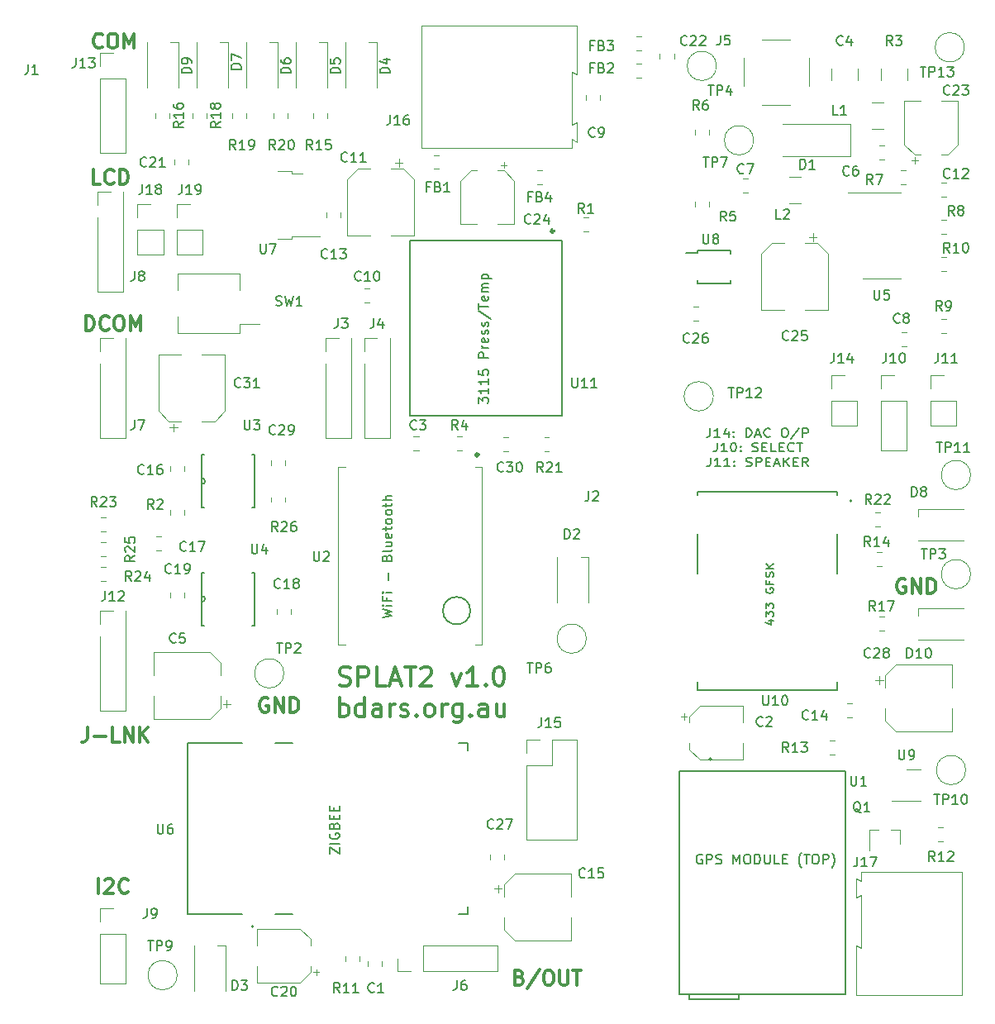
<source format=gbr>
G04 #@! TF.GenerationSoftware,KiCad,Pcbnew,(5.1.12)-1*
G04 #@! TF.CreationDate,2021-12-06T17:39:21+10:00*
G04 #@! TF.ProjectId,stmsplat2,73746d73-706c-4617-9432-2e6b69636164,rev?*
G04 #@! TF.SameCoordinates,Original*
G04 #@! TF.FileFunction,Legend,Top*
G04 #@! TF.FilePolarity,Positive*
%FSLAX46Y46*%
G04 Gerber Fmt 4.6, Leading zero omitted, Abs format (unit mm)*
G04 Created by KiCad (PCBNEW (5.1.12)-1) date 2021-12-06 17:39:21*
%MOMM*%
%LPD*%
G01*
G04 APERTURE LIST*
%ADD10C,0.150000*%
%ADD11C,0.177800*%
%ADD12C,0.300000*%
%ADD13C,0.158750*%
%ADD14C,0.200000*%
%ADD15C,0.127000*%
%ADD16C,0.120000*%
%ADD17C,0.152400*%
%ADD18C,0.100000*%
G04 APERTURE END LIST*
D10*
X112239466Y-113422180D02*
X112239466Y-114136466D01*
X112191847Y-114279323D01*
X112096609Y-114374561D01*
X111953752Y-114422180D01*
X111858514Y-114422180D01*
X112668038Y-113517419D02*
X112715657Y-113469800D01*
X112810895Y-113422180D01*
X113048990Y-113422180D01*
X113144228Y-113469800D01*
X113191847Y-113517419D01*
X113239466Y-113612657D01*
X113239466Y-113707895D01*
X113191847Y-113850752D01*
X112620419Y-114422180D01*
X113239466Y-114422180D01*
X54806666Y-69682380D02*
X54806666Y-70396666D01*
X54759047Y-70539523D01*
X54663809Y-70634761D01*
X54520952Y-70682380D01*
X54425714Y-70682380D01*
X55806666Y-70682380D02*
X55235238Y-70682380D01*
X55520952Y-70682380D02*
X55520952Y-69682380D01*
X55425714Y-69825238D01*
X55330476Y-69920476D01*
X55235238Y-69968095D01*
D11*
X124677714Y-106967866D02*
X124677714Y-107602866D01*
X124629333Y-107729866D01*
X124532571Y-107814533D01*
X124387428Y-107856866D01*
X124290666Y-107856866D01*
X125693714Y-107856866D02*
X125113142Y-107856866D01*
X125403428Y-107856866D02*
X125403428Y-106967866D01*
X125306666Y-107094866D01*
X125209904Y-107179533D01*
X125113142Y-107221866D01*
X126564571Y-107264200D02*
X126564571Y-107856866D01*
X126322666Y-106925533D02*
X126080761Y-107560533D01*
X126709714Y-107560533D01*
X127096761Y-107772200D02*
X127145142Y-107814533D01*
X127096761Y-107856866D01*
X127048380Y-107814533D01*
X127096761Y-107772200D01*
X127096761Y-107856866D01*
X127096761Y-107306533D02*
X127145142Y-107348866D01*
X127096761Y-107391200D01*
X127048380Y-107348866D01*
X127096761Y-107306533D01*
X127096761Y-107391200D01*
X128354666Y-107856866D02*
X128354666Y-106967866D01*
X128596571Y-106967866D01*
X128741714Y-107010200D01*
X128838476Y-107094866D01*
X128886857Y-107179533D01*
X128935238Y-107348866D01*
X128935238Y-107475866D01*
X128886857Y-107645200D01*
X128838476Y-107729866D01*
X128741714Y-107814533D01*
X128596571Y-107856866D01*
X128354666Y-107856866D01*
X129322285Y-107602866D02*
X129806095Y-107602866D01*
X129225523Y-107856866D02*
X129564190Y-106967866D01*
X129902857Y-107856866D01*
X130822095Y-107772200D02*
X130773714Y-107814533D01*
X130628571Y-107856866D01*
X130531809Y-107856866D01*
X130386666Y-107814533D01*
X130289904Y-107729866D01*
X130241523Y-107645200D01*
X130193142Y-107475866D01*
X130193142Y-107348866D01*
X130241523Y-107179533D01*
X130289904Y-107094866D01*
X130386666Y-107010200D01*
X130531809Y-106967866D01*
X130628571Y-106967866D01*
X130773714Y-107010200D01*
X130822095Y-107052533D01*
X132225142Y-106967866D02*
X132418666Y-106967866D01*
X132515428Y-107010200D01*
X132612190Y-107094866D01*
X132660571Y-107264200D01*
X132660571Y-107560533D01*
X132612190Y-107729866D01*
X132515428Y-107814533D01*
X132418666Y-107856866D01*
X132225142Y-107856866D01*
X132128380Y-107814533D01*
X132031619Y-107729866D01*
X131983238Y-107560533D01*
X131983238Y-107264200D01*
X132031619Y-107094866D01*
X132128380Y-107010200D01*
X132225142Y-106967866D01*
X133821714Y-106925533D02*
X132950857Y-108068533D01*
X134160380Y-107856866D02*
X134160380Y-106967866D01*
X134547428Y-106967866D01*
X134644190Y-107010200D01*
X134692571Y-107052533D01*
X134740952Y-107137200D01*
X134740952Y-107264200D01*
X134692571Y-107348866D01*
X134644190Y-107391200D01*
X134547428Y-107433533D01*
X134160380Y-107433533D01*
X125379238Y-108479166D02*
X125379238Y-109114166D01*
X125330857Y-109241166D01*
X125234095Y-109325833D01*
X125088952Y-109368166D01*
X124992190Y-109368166D01*
X126395238Y-109368166D02*
X125814666Y-109368166D01*
X126104952Y-109368166D02*
X126104952Y-108479166D01*
X126008190Y-108606166D01*
X125911428Y-108690833D01*
X125814666Y-108733166D01*
X127024190Y-108479166D02*
X127120952Y-108479166D01*
X127217714Y-108521500D01*
X127266095Y-108563833D01*
X127314476Y-108648500D01*
X127362857Y-108817833D01*
X127362857Y-109029500D01*
X127314476Y-109198833D01*
X127266095Y-109283500D01*
X127217714Y-109325833D01*
X127120952Y-109368166D01*
X127024190Y-109368166D01*
X126927428Y-109325833D01*
X126879047Y-109283500D01*
X126830666Y-109198833D01*
X126782285Y-109029500D01*
X126782285Y-108817833D01*
X126830666Y-108648500D01*
X126879047Y-108563833D01*
X126927428Y-108521500D01*
X127024190Y-108479166D01*
X127798285Y-109283500D02*
X127846666Y-109325833D01*
X127798285Y-109368166D01*
X127749904Y-109325833D01*
X127798285Y-109283500D01*
X127798285Y-109368166D01*
X127798285Y-108817833D02*
X127846666Y-108860166D01*
X127798285Y-108902500D01*
X127749904Y-108860166D01*
X127798285Y-108817833D01*
X127798285Y-108902500D01*
X129007809Y-109325833D02*
X129152952Y-109368166D01*
X129394857Y-109368166D01*
X129491619Y-109325833D01*
X129540000Y-109283500D01*
X129588380Y-109198833D01*
X129588380Y-109114166D01*
X129540000Y-109029500D01*
X129491619Y-108987166D01*
X129394857Y-108944833D01*
X129201333Y-108902500D01*
X129104571Y-108860166D01*
X129056190Y-108817833D01*
X129007809Y-108733166D01*
X129007809Y-108648500D01*
X129056190Y-108563833D01*
X129104571Y-108521500D01*
X129201333Y-108479166D01*
X129443238Y-108479166D01*
X129588380Y-108521500D01*
X130023809Y-108902500D02*
X130362476Y-108902500D01*
X130507619Y-109368166D02*
X130023809Y-109368166D01*
X130023809Y-108479166D01*
X130507619Y-108479166D01*
X131426857Y-109368166D02*
X130943047Y-109368166D01*
X130943047Y-108479166D01*
X131765523Y-108902500D02*
X132104190Y-108902500D01*
X132249333Y-109368166D02*
X131765523Y-109368166D01*
X131765523Y-108479166D01*
X132249333Y-108479166D01*
X133265333Y-109283500D02*
X133216952Y-109325833D01*
X133071809Y-109368166D01*
X132975047Y-109368166D01*
X132829904Y-109325833D01*
X132733142Y-109241166D01*
X132684761Y-109156500D01*
X132636380Y-108987166D01*
X132636380Y-108860166D01*
X132684761Y-108690833D01*
X132733142Y-108606166D01*
X132829904Y-108521500D01*
X132975047Y-108479166D01*
X133071809Y-108479166D01*
X133216952Y-108521500D01*
X133265333Y-108563833D01*
X133555619Y-108479166D02*
X134136190Y-108479166D01*
X133845904Y-109368166D02*
X133845904Y-108479166D01*
X124726095Y-109990466D02*
X124726095Y-110625466D01*
X124677714Y-110752466D01*
X124580952Y-110837133D01*
X124435809Y-110879466D01*
X124339047Y-110879466D01*
X125742095Y-110879466D02*
X125161523Y-110879466D01*
X125451809Y-110879466D02*
X125451809Y-109990466D01*
X125355047Y-110117466D01*
X125258285Y-110202133D01*
X125161523Y-110244466D01*
X126709714Y-110879466D02*
X126129142Y-110879466D01*
X126419428Y-110879466D02*
X126419428Y-109990466D01*
X126322666Y-110117466D01*
X126225904Y-110202133D01*
X126129142Y-110244466D01*
X127145142Y-110794800D02*
X127193523Y-110837133D01*
X127145142Y-110879466D01*
X127096761Y-110837133D01*
X127145142Y-110794800D01*
X127145142Y-110879466D01*
X127145142Y-110329133D02*
X127193523Y-110371466D01*
X127145142Y-110413800D01*
X127096761Y-110371466D01*
X127145142Y-110329133D01*
X127145142Y-110413800D01*
X128354666Y-110837133D02*
X128499809Y-110879466D01*
X128741714Y-110879466D01*
X128838476Y-110837133D01*
X128886857Y-110794800D01*
X128935238Y-110710133D01*
X128935238Y-110625466D01*
X128886857Y-110540800D01*
X128838476Y-110498466D01*
X128741714Y-110456133D01*
X128548190Y-110413800D01*
X128451428Y-110371466D01*
X128403047Y-110329133D01*
X128354666Y-110244466D01*
X128354666Y-110159800D01*
X128403047Y-110075133D01*
X128451428Y-110032800D01*
X128548190Y-109990466D01*
X128790095Y-109990466D01*
X128935238Y-110032800D01*
X129370666Y-110879466D02*
X129370666Y-109990466D01*
X129757714Y-109990466D01*
X129854476Y-110032800D01*
X129902857Y-110075133D01*
X129951238Y-110159800D01*
X129951238Y-110286800D01*
X129902857Y-110371466D01*
X129854476Y-110413800D01*
X129757714Y-110456133D01*
X129370666Y-110456133D01*
X130386666Y-110413800D02*
X130725333Y-110413800D01*
X130870476Y-110879466D02*
X130386666Y-110879466D01*
X130386666Y-109990466D01*
X130870476Y-109990466D01*
X131257523Y-110625466D02*
X131741333Y-110625466D01*
X131160761Y-110879466D02*
X131499428Y-109990466D01*
X131838095Y-110879466D01*
X132176761Y-110879466D02*
X132176761Y-109990466D01*
X132757333Y-110879466D02*
X132321904Y-110371466D01*
X132757333Y-109990466D02*
X132176761Y-110498466D01*
X133192761Y-110413800D02*
X133531428Y-110413800D01*
X133676571Y-110879466D02*
X133192761Y-110879466D01*
X133192761Y-109990466D01*
X133676571Y-109990466D01*
X134692571Y-110879466D02*
X134353904Y-110456133D01*
X134112000Y-110879466D02*
X134112000Y-109990466D01*
X134499047Y-109990466D01*
X134595809Y-110032800D01*
X134644190Y-110075133D01*
X134692571Y-110159800D01*
X134692571Y-110286800D01*
X134644190Y-110371466D01*
X134595809Y-110413800D01*
X134499047Y-110456133D01*
X134112000Y-110456133D01*
D12*
X62035714Y-154602571D02*
X62035714Y-153102571D01*
X62678571Y-153245428D02*
X62750000Y-153174000D01*
X62892857Y-153102571D01*
X63250000Y-153102571D01*
X63392857Y-153174000D01*
X63464285Y-153245428D01*
X63535714Y-153388285D01*
X63535714Y-153531142D01*
X63464285Y-153745428D01*
X62607142Y-154602571D01*
X63535714Y-154602571D01*
X65035714Y-154459714D02*
X64964285Y-154531142D01*
X64750000Y-154602571D01*
X64607142Y-154602571D01*
X64392857Y-154531142D01*
X64250000Y-154388285D01*
X64178571Y-154245428D01*
X64107142Y-153959714D01*
X64107142Y-153745428D01*
X64178571Y-153459714D01*
X64250000Y-153316857D01*
X64392857Y-153174000D01*
X64607142Y-153102571D01*
X64750000Y-153102571D01*
X64964285Y-153174000D01*
X65035714Y-153245428D01*
X105128571Y-163214857D02*
X105342857Y-163286285D01*
X105414285Y-163357714D01*
X105485714Y-163500571D01*
X105485714Y-163714857D01*
X105414285Y-163857714D01*
X105342857Y-163929142D01*
X105200000Y-164000571D01*
X104628571Y-164000571D01*
X104628571Y-162500571D01*
X105128571Y-162500571D01*
X105271428Y-162572000D01*
X105342857Y-162643428D01*
X105414285Y-162786285D01*
X105414285Y-162929142D01*
X105342857Y-163072000D01*
X105271428Y-163143428D01*
X105128571Y-163214857D01*
X104628571Y-163214857D01*
X107200000Y-162429142D02*
X105914285Y-164357714D01*
X107985714Y-162500571D02*
X108271428Y-162500571D01*
X108414285Y-162572000D01*
X108557142Y-162714857D01*
X108628571Y-163000571D01*
X108628571Y-163500571D01*
X108557142Y-163786285D01*
X108414285Y-163929142D01*
X108271428Y-164000571D01*
X107985714Y-164000571D01*
X107842857Y-163929142D01*
X107700000Y-163786285D01*
X107628571Y-163500571D01*
X107628571Y-163000571D01*
X107700000Y-162714857D01*
X107842857Y-162572000D01*
X107985714Y-162500571D01*
X109271428Y-162500571D02*
X109271428Y-163714857D01*
X109342857Y-163857714D01*
X109414285Y-163929142D01*
X109557142Y-164000571D01*
X109842857Y-164000571D01*
X109985714Y-163929142D01*
X110057142Y-163857714D01*
X110128571Y-163714857D01*
X110128571Y-162500571D01*
X110628571Y-162500571D02*
X111485714Y-162500571D01*
X111057142Y-164000571D02*
X111057142Y-162500571D01*
X60896857Y-137608571D02*
X60896857Y-138680000D01*
X60825428Y-138894285D01*
X60682571Y-139037142D01*
X60468285Y-139108571D01*
X60325428Y-139108571D01*
X61611142Y-138537142D02*
X62754000Y-138537142D01*
X64182571Y-139108571D02*
X63468285Y-139108571D01*
X63468285Y-137608571D01*
X64682571Y-139108571D02*
X64682571Y-137608571D01*
X65539714Y-139108571D01*
X65539714Y-137608571D01*
X66254000Y-139108571D02*
X66254000Y-137608571D01*
X67111142Y-139108571D02*
X66468285Y-138251428D01*
X67111142Y-137608571D02*
X66254000Y-138465714D01*
X62411428Y-67895714D02*
X62340000Y-67967142D01*
X62125714Y-68038571D01*
X61982857Y-68038571D01*
X61768571Y-67967142D01*
X61625714Y-67824285D01*
X61554285Y-67681428D01*
X61482857Y-67395714D01*
X61482857Y-67181428D01*
X61554285Y-66895714D01*
X61625714Y-66752857D01*
X61768571Y-66610000D01*
X61982857Y-66538571D01*
X62125714Y-66538571D01*
X62340000Y-66610000D01*
X62411428Y-66681428D01*
X63340000Y-66538571D02*
X63625714Y-66538571D01*
X63768571Y-66610000D01*
X63911428Y-66752857D01*
X63982857Y-67038571D01*
X63982857Y-67538571D01*
X63911428Y-67824285D01*
X63768571Y-67967142D01*
X63625714Y-68038571D01*
X63340000Y-68038571D01*
X63197142Y-67967142D01*
X63054285Y-67824285D01*
X62982857Y-67538571D01*
X62982857Y-67038571D01*
X63054285Y-66752857D01*
X63197142Y-66610000D01*
X63340000Y-66538571D01*
X64625714Y-68038571D02*
X64625714Y-66538571D01*
X65125714Y-67610000D01*
X65625714Y-66538571D01*
X65625714Y-68038571D01*
X60714285Y-96944571D02*
X60714285Y-95444571D01*
X61071428Y-95444571D01*
X61285714Y-95516000D01*
X61428571Y-95658857D01*
X61500000Y-95801714D01*
X61571428Y-96087428D01*
X61571428Y-96301714D01*
X61500000Y-96587428D01*
X61428571Y-96730285D01*
X61285714Y-96873142D01*
X61071428Y-96944571D01*
X60714285Y-96944571D01*
X63071428Y-96801714D02*
X63000000Y-96873142D01*
X62785714Y-96944571D01*
X62642857Y-96944571D01*
X62428571Y-96873142D01*
X62285714Y-96730285D01*
X62214285Y-96587428D01*
X62142857Y-96301714D01*
X62142857Y-96087428D01*
X62214285Y-95801714D01*
X62285714Y-95658857D01*
X62428571Y-95516000D01*
X62642857Y-95444571D01*
X62785714Y-95444571D01*
X63000000Y-95516000D01*
X63071428Y-95587428D01*
X64000000Y-95444571D02*
X64285714Y-95444571D01*
X64428571Y-95516000D01*
X64571428Y-95658857D01*
X64642857Y-95944571D01*
X64642857Y-96444571D01*
X64571428Y-96730285D01*
X64428571Y-96873142D01*
X64285714Y-96944571D01*
X64000000Y-96944571D01*
X63857142Y-96873142D01*
X63714285Y-96730285D01*
X63642857Y-96444571D01*
X63642857Y-95944571D01*
X63714285Y-95658857D01*
X63857142Y-95516000D01*
X64000000Y-95444571D01*
X65285714Y-96944571D02*
X65285714Y-95444571D01*
X65785714Y-96516000D01*
X66285714Y-95444571D01*
X66285714Y-96944571D01*
D13*
X130646714Y-126661333D02*
X131154714Y-126661333D01*
X130356428Y-126873000D02*
X130900714Y-127084666D01*
X130900714Y-126534333D01*
X130392714Y-126280333D02*
X130392714Y-125730000D01*
X130683000Y-126026333D01*
X130683000Y-125899333D01*
X130719285Y-125814666D01*
X130755571Y-125772333D01*
X130828142Y-125730000D01*
X131009571Y-125730000D01*
X131082142Y-125772333D01*
X131118428Y-125814666D01*
X131154714Y-125899333D01*
X131154714Y-126153333D01*
X131118428Y-126238000D01*
X131082142Y-126280333D01*
X130392714Y-125433666D02*
X130392714Y-124883333D01*
X130683000Y-125179666D01*
X130683000Y-125052666D01*
X130719285Y-124968000D01*
X130755571Y-124925666D01*
X130828142Y-124883333D01*
X131009571Y-124883333D01*
X131082142Y-124925666D01*
X131118428Y-124968000D01*
X131154714Y-125052666D01*
X131154714Y-125306666D01*
X131118428Y-125391333D01*
X131082142Y-125433666D01*
X130429000Y-123359333D02*
X130392714Y-123444000D01*
X130392714Y-123571000D01*
X130429000Y-123698000D01*
X130501571Y-123782666D01*
X130574142Y-123825000D01*
X130719285Y-123867333D01*
X130828142Y-123867333D01*
X130973285Y-123825000D01*
X131045857Y-123782666D01*
X131118428Y-123698000D01*
X131154714Y-123571000D01*
X131154714Y-123486333D01*
X131118428Y-123359333D01*
X131082142Y-123317000D01*
X130828142Y-123317000D01*
X130828142Y-123486333D01*
X130755571Y-122639666D02*
X130755571Y-122936000D01*
X131154714Y-122936000D02*
X130392714Y-122936000D01*
X130392714Y-122512666D01*
X131118428Y-122216333D02*
X131154714Y-122089333D01*
X131154714Y-121877666D01*
X131118428Y-121793000D01*
X131082142Y-121750666D01*
X131009571Y-121708333D01*
X130937000Y-121708333D01*
X130864428Y-121750666D01*
X130828142Y-121793000D01*
X130791857Y-121877666D01*
X130755571Y-122047000D01*
X130719285Y-122131666D01*
X130683000Y-122174000D01*
X130610428Y-122216333D01*
X130537857Y-122216333D01*
X130465285Y-122174000D01*
X130429000Y-122131666D01*
X130392714Y-122047000D01*
X130392714Y-121835333D01*
X130429000Y-121708333D01*
X131154714Y-121327333D02*
X130392714Y-121327333D01*
X131154714Y-120819333D02*
X130719285Y-121200333D01*
X130392714Y-120819333D02*
X130828142Y-121327333D01*
D12*
X86711971Y-133253521D02*
X86984114Y-133344235D01*
X87437685Y-133344235D01*
X87619114Y-133253521D01*
X87709828Y-133162807D01*
X87800542Y-132981378D01*
X87800542Y-132799950D01*
X87709828Y-132618521D01*
X87619114Y-132527807D01*
X87437685Y-132437092D01*
X87074828Y-132346378D01*
X86893400Y-132255664D01*
X86802685Y-132164950D01*
X86711971Y-131983521D01*
X86711971Y-131802092D01*
X86802685Y-131620664D01*
X86893400Y-131529950D01*
X87074828Y-131439235D01*
X87528400Y-131439235D01*
X87800542Y-131529950D01*
X88616971Y-133344235D02*
X88616971Y-131439235D01*
X89342685Y-131439235D01*
X89524114Y-131529950D01*
X89614828Y-131620664D01*
X89705542Y-131802092D01*
X89705542Y-132074235D01*
X89614828Y-132255664D01*
X89524114Y-132346378D01*
X89342685Y-132437092D01*
X88616971Y-132437092D01*
X91429114Y-133344235D02*
X90521971Y-133344235D01*
X90521971Y-131439235D01*
X91973400Y-132799950D02*
X92880542Y-132799950D01*
X91791971Y-133344235D02*
X92426971Y-131439235D01*
X93061971Y-133344235D01*
X93424828Y-131439235D02*
X94513400Y-131439235D01*
X93969114Y-133344235D02*
X93969114Y-131439235D01*
X95057685Y-131620664D02*
X95148400Y-131529950D01*
X95329828Y-131439235D01*
X95783400Y-131439235D01*
X95964828Y-131529950D01*
X96055542Y-131620664D01*
X96146257Y-131802092D01*
X96146257Y-131983521D01*
X96055542Y-132255664D01*
X94966971Y-133344235D01*
X96146257Y-133344235D01*
X98232685Y-132074235D02*
X98686257Y-133344235D01*
X99139828Y-132074235D01*
X100863400Y-133344235D02*
X99774828Y-133344235D01*
X100319114Y-133344235D02*
X100319114Y-131439235D01*
X100137685Y-131711378D01*
X99956257Y-131892807D01*
X99774828Y-131983521D01*
X101679828Y-133162807D02*
X101770542Y-133253521D01*
X101679828Y-133344235D01*
X101589114Y-133253521D01*
X101679828Y-133162807D01*
X101679828Y-133344235D01*
X102949828Y-131439235D02*
X103131257Y-131439235D01*
X103312685Y-131529950D01*
X103403400Y-131620664D01*
X103494114Y-131802092D01*
X103584828Y-132164950D01*
X103584828Y-132618521D01*
X103494114Y-132981378D01*
X103403400Y-133162807D01*
X103312685Y-133253521D01*
X103131257Y-133344235D01*
X102949828Y-133344235D01*
X102768400Y-133253521D01*
X102677685Y-133162807D01*
X102586971Y-132981378D01*
X102496257Y-132618521D01*
X102496257Y-132164950D01*
X102586971Y-131802092D01*
X102677685Y-131620664D01*
X102768400Y-131529950D01*
X102949828Y-131439235D01*
X86711971Y-136501735D02*
X86711971Y-134596735D01*
X86711971Y-135322450D02*
X86893400Y-135231735D01*
X87256257Y-135231735D01*
X87437685Y-135322450D01*
X87528400Y-135413164D01*
X87619114Y-135594592D01*
X87619114Y-136138878D01*
X87528400Y-136320307D01*
X87437685Y-136411021D01*
X87256257Y-136501735D01*
X86893400Y-136501735D01*
X86711971Y-136411021D01*
X89251971Y-136501735D02*
X89251971Y-134596735D01*
X89251971Y-136411021D02*
X89070542Y-136501735D01*
X88707685Y-136501735D01*
X88526257Y-136411021D01*
X88435542Y-136320307D01*
X88344828Y-136138878D01*
X88344828Y-135594592D01*
X88435542Y-135413164D01*
X88526257Y-135322450D01*
X88707685Y-135231735D01*
X89070542Y-135231735D01*
X89251971Y-135322450D01*
X90975542Y-136501735D02*
X90975542Y-135503878D01*
X90884828Y-135322450D01*
X90703400Y-135231735D01*
X90340542Y-135231735D01*
X90159114Y-135322450D01*
X90975542Y-136411021D02*
X90794114Y-136501735D01*
X90340542Y-136501735D01*
X90159114Y-136411021D01*
X90068400Y-136229592D01*
X90068400Y-136048164D01*
X90159114Y-135866735D01*
X90340542Y-135776021D01*
X90794114Y-135776021D01*
X90975542Y-135685307D01*
X91882685Y-136501735D02*
X91882685Y-135231735D01*
X91882685Y-135594592D02*
X91973400Y-135413164D01*
X92064114Y-135322450D01*
X92245542Y-135231735D01*
X92426971Y-135231735D01*
X92971257Y-136411021D02*
X93152685Y-136501735D01*
X93515542Y-136501735D01*
X93696971Y-136411021D01*
X93787685Y-136229592D01*
X93787685Y-136138878D01*
X93696971Y-135957450D01*
X93515542Y-135866735D01*
X93243400Y-135866735D01*
X93061971Y-135776021D01*
X92971257Y-135594592D01*
X92971257Y-135503878D01*
X93061971Y-135322450D01*
X93243400Y-135231735D01*
X93515542Y-135231735D01*
X93696971Y-135322450D01*
X94604114Y-136320307D02*
X94694828Y-136411021D01*
X94604114Y-136501735D01*
X94513400Y-136411021D01*
X94604114Y-136320307D01*
X94604114Y-136501735D01*
X95783400Y-136501735D02*
X95601971Y-136411021D01*
X95511257Y-136320307D01*
X95420542Y-136138878D01*
X95420542Y-135594592D01*
X95511257Y-135413164D01*
X95601971Y-135322450D01*
X95783400Y-135231735D01*
X96055542Y-135231735D01*
X96236971Y-135322450D01*
X96327685Y-135413164D01*
X96418400Y-135594592D01*
X96418400Y-136138878D01*
X96327685Y-136320307D01*
X96236971Y-136411021D01*
X96055542Y-136501735D01*
X95783400Y-136501735D01*
X97234828Y-136501735D02*
X97234828Y-135231735D01*
X97234828Y-135594592D02*
X97325542Y-135413164D01*
X97416257Y-135322450D01*
X97597685Y-135231735D01*
X97779114Y-135231735D01*
X99230542Y-135231735D02*
X99230542Y-136773878D01*
X99139828Y-136955307D01*
X99049114Y-137046021D01*
X98867685Y-137136735D01*
X98595542Y-137136735D01*
X98414114Y-137046021D01*
X99230542Y-136411021D02*
X99049114Y-136501735D01*
X98686257Y-136501735D01*
X98504828Y-136411021D01*
X98414114Y-136320307D01*
X98323400Y-136138878D01*
X98323400Y-135594592D01*
X98414114Y-135413164D01*
X98504828Y-135322450D01*
X98686257Y-135231735D01*
X99049114Y-135231735D01*
X99230542Y-135322450D01*
X100137685Y-136320307D02*
X100228400Y-136411021D01*
X100137685Y-136501735D01*
X100046971Y-136411021D01*
X100137685Y-136320307D01*
X100137685Y-136501735D01*
X101861257Y-136501735D02*
X101861257Y-135503878D01*
X101770542Y-135322450D01*
X101589114Y-135231735D01*
X101226257Y-135231735D01*
X101044828Y-135322450D01*
X101861257Y-136411021D02*
X101679828Y-136501735D01*
X101226257Y-136501735D01*
X101044828Y-136411021D01*
X100954114Y-136229592D01*
X100954114Y-136048164D01*
X101044828Y-135866735D01*
X101226257Y-135776021D01*
X101679828Y-135776021D01*
X101861257Y-135685307D01*
X103584828Y-135231735D02*
X103584828Y-136501735D01*
X102768400Y-135231735D02*
X102768400Y-136229592D01*
X102859114Y-136411021D01*
X103040542Y-136501735D01*
X103312685Y-136501735D01*
X103494114Y-136411021D01*
X103584828Y-136320307D01*
X62210285Y-81958571D02*
X61496000Y-81958571D01*
X61496000Y-80458571D01*
X63567428Y-81815714D02*
X63496000Y-81887142D01*
X63281714Y-81958571D01*
X63138857Y-81958571D01*
X62924571Y-81887142D01*
X62781714Y-81744285D01*
X62710285Y-81601428D01*
X62638857Y-81315714D01*
X62638857Y-81101428D01*
X62710285Y-80815714D01*
X62781714Y-80672857D01*
X62924571Y-80530000D01*
X63138857Y-80458571D01*
X63281714Y-80458571D01*
X63496000Y-80530000D01*
X63567428Y-80601428D01*
X64210285Y-81958571D02*
X64210285Y-80458571D01*
X64567428Y-80458571D01*
X64781714Y-80530000D01*
X64924571Y-80672857D01*
X64996000Y-80815714D01*
X65067428Y-81101428D01*
X65067428Y-81315714D01*
X64996000Y-81601428D01*
X64924571Y-81744285D01*
X64781714Y-81887142D01*
X64567428Y-81958571D01*
X64210285Y-81958571D01*
X144653142Y-122440000D02*
X144510285Y-122368571D01*
X144296000Y-122368571D01*
X144081714Y-122440000D01*
X143938857Y-122582857D01*
X143867428Y-122725714D01*
X143796000Y-123011428D01*
X143796000Y-123225714D01*
X143867428Y-123511428D01*
X143938857Y-123654285D01*
X144081714Y-123797142D01*
X144296000Y-123868571D01*
X144438857Y-123868571D01*
X144653142Y-123797142D01*
X144724571Y-123725714D01*
X144724571Y-123225714D01*
X144438857Y-123225714D01*
X145367428Y-123868571D02*
X145367428Y-122368571D01*
X146224571Y-123868571D01*
X146224571Y-122368571D01*
X146938857Y-123868571D02*
X146938857Y-122368571D01*
X147296000Y-122368571D01*
X147510285Y-122440000D01*
X147653142Y-122582857D01*
X147724571Y-122725714D01*
X147796000Y-123011428D01*
X147796000Y-123225714D01*
X147724571Y-123511428D01*
X147653142Y-123654285D01*
X147510285Y-123797142D01*
X147296000Y-123868571D01*
X146938857Y-123868571D01*
X79375142Y-134632000D02*
X79232285Y-134560571D01*
X79018000Y-134560571D01*
X78803714Y-134632000D01*
X78660857Y-134774857D01*
X78589428Y-134917714D01*
X78518000Y-135203428D01*
X78518000Y-135417714D01*
X78589428Y-135703428D01*
X78660857Y-135846285D01*
X78803714Y-135989142D01*
X79018000Y-136060571D01*
X79160857Y-136060571D01*
X79375142Y-135989142D01*
X79446571Y-135917714D01*
X79446571Y-135417714D01*
X79160857Y-135417714D01*
X80089428Y-136060571D02*
X80089428Y-134560571D01*
X80946571Y-136060571D01*
X80946571Y-134560571D01*
X81660857Y-136060571D02*
X81660857Y-134560571D01*
X82018000Y-134560571D01*
X82232285Y-134632000D01*
X82375142Y-134774857D01*
X82446571Y-134917714D01*
X82518000Y-135203428D01*
X82518000Y-135417714D01*
X82446571Y-135703428D01*
X82375142Y-135846285D01*
X82232285Y-135989142D01*
X82018000Y-136060571D01*
X81660857Y-136060571D01*
D10*
X123420000Y-88795000D02*
X123420000Y-89020000D01*
X126770000Y-88795000D02*
X126770000Y-89095000D01*
X126770000Y-92145000D02*
X126770000Y-91845000D01*
X123420000Y-92145000D02*
X123420000Y-91845000D01*
X123420000Y-88795000D02*
X126770000Y-88795000D01*
X123420000Y-92145000D02*
X126770000Y-92145000D01*
X123420000Y-89020000D02*
X122195000Y-89020000D01*
X122555400Y-165430000D02*
X122555400Y-164922000D01*
X127635400Y-165430000D02*
X127635400Y-164922000D01*
X138514000Y-142062000D02*
X138514000Y-164922000D01*
X124054000Y-142062000D02*
X138514000Y-142062000D01*
X121514000Y-142062000D02*
X124054000Y-142062000D01*
X121514000Y-164922000D02*
X121514000Y-142062000D01*
X138514000Y-164922000D02*
X121514000Y-164922000D01*
X127595400Y-165430000D02*
X122595400Y-165430000D01*
D14*
X124790600Y-140868200D02*
G75*
G03*
X124790600Y-140868200I-101600J0D01*
G01*
D15*
X137730929Y-117830600D02*
X137730929Y-121818400D01*
X137730929Y-113462800D02*
X137730929Y-113842800D01*
X123393200Y-113436400D02*
X137705800Y-113436400D01*
D14*
X139182800Y-114415400D02*
G75*
G03*
X139182800Y-114415400I-100000J0D01*
G01*
D15*
X123381071Y-133807200D02*
X123381071Y-132972423D01*
X123393200Y-133807200D02*
X137730909Y-133807200D01*
X137730929Y-133807200D02*
X137730909Y-132972423D01*
X123381071Y-117830600D02*
X123381071Y-121818400D01*
X123381071Y-113462800D02*
X123381071Y-113842800D01*
D16*
X123090000Y-76859564D02*
X123090000Y-76405436D01*
X124560000Y-76859564D02*
X124560000Y-76405436D01*
X123090000Y-84249564D02*
X123090000Y-83795436D01*
X124560000Y-84249564D02*
X124560000Y-83795436D01*
X99094000Y-86072000D02*
X100794000Y-86072000D01*
X104614000Y-86072000D02*
X102914000Y-86072000D01*
X104614000Y-81616437D02*
X104614000Y-86072000D01*
X99094000Y-81616437D02*
X99094000Y-86072000D01*
X100158437Y-80552000D02*
X100794000Y-80552000D01*
X103549563Y-80552000D02*
X102914000Y-80552000D01*
X103549563Y-80552000D02*
X104614000Y-81616437D01*
X100158437Y-80552000D02*
X99094000Y-81616437D01*
X103539000Y-79687000D02*
X103539000Y-80312000D01*
X103851500Y-79999500D02*
X103226500Y-79999500D01*
X70044000Y-89214000D02*
X72704000Y-89214000D01*
X70044000Y-86614000D02*
X70044000Y-89214000D01*
X72704000Y-86614000D02*
X72704000Y-89214000D01*
X70044000Y-86614000D02*
X72704000Y-86614000D01*
X70044000Y-85344000D02*
X70044000Y-84014000D01*
X70044000Y-84014000D02*
X71374000Y-84014000D01*
X76439000Y-91086800D02*
X70119000Y-91086800D01*
X78479000Y-96278800D02*
X76439000Y-96278800D01*
X76439000Y-97227800D02*
X76439000Y-96278800D01*
X76439000Y-97227800D02*
X70119000Y-97227800D01*
X70119000Y-97227800D02*
X70119000Y-95488800D01*
X76439000Y-92826800D02*
X76439000Y-91086800D01*
X70119000Y-92826800D02*
X70119000Y-91086800D01*
X66005400Y-89214000D02*
X68665400Y-89214000D01*
X66005400Y-86614000D02*
X66005400Y-89214000D01*
X68665400Y-86614000D02*
X68665400Y-89214000D01*
X66005400Y-86614000D02*
X68665400Y-86614000D01*
X66005400Y-85344000D02*
X66005400Y-84014000D01*
X66005400Y-84014000D02*
X67335400Y-84014000D01*
X67710000Y-129940000D02*
X67710000Y-132290000D01*
X67710000Y-136760000D02*
X67710000Y-134410000D01*
X73465563Y-136760000D02*
X67710000Y-136760000D01*
X73465563Y-129940000D02*
X67710000Y-129940000D01*
X74530000Y-131004437D02*
X74530000Y-132290000D01*
X74530000Y-135695563D02*
X74530000Y-134410000D01*
X74530000Y-135695563D02*
X73465563Y-136760000D01*
X74530000Y-131004437D02*
X73465563Y-129940000D01*
X75557500Y-135197500D02*
X74770000Y-135197500D01*
X75163750Y-135591250D02*
X75163750Y-134803750D01*
X69308750Y-106913750D02*
X70096250Y-106913750D01*
X69702500Y-107307500D02*
X69702500Y-106520000D01*
X73895563Y-106280000D02*
X74960000Y-105215563D01*
X69204437Y-106280000D02*
X68140000Y-105215563D01*
X69204437Y-106280000D02*
X70490000Y-106280000D01*
X73895563Y-106280000D02*
X72610000Y-106280000D01*
X74960000Y-105215563D02*
X74960000Y-99460000D01*
X68140000Y-105215563D02*
X68140000Y-99460000D01*
X68140000Y-99460000D02*
X70490000Y-99460000D01*
X74960000Y-99460000D02*
X72610000Y-99460000D01*
X81002000Y-132080000D02*
G75*
G03*
X81002000Y-132080000I-1500000J0D01*
G01*
X84312500Y-162997500D02*
X84312500Y-162372500D01*
X84625000Y-162685000D02*
X84000000Y-162685000D01*
X83760000Y-159304437D02*
X82695563Y-158240000D01*
X83760000Y-162695563D02*
X82695563Y-163760000D01*
X83760000Y-162695563D02*
X83760000Y-162060000D01*
X83760000Y-159304437D02*
X83760000Y-159940000D01*
X82695563Y-158240000D02*
X78240000Y-158240000D01*
X82695563Y-163760000D02*
X78240000Y-163760000D01*
X78240000Y-163760000D02*
X78240000Y-162060000D01*
X78240000Y-158240000D02*
X78240000Y-159940000D01*
X94811252Y-107765000D02*
X94288748Y-107765000D01*
X94811252Y-109235000D02*
X94288748Y-109235000D01*
X104011252Y-107875000D02*
X103488748Y-107875000D01*
X104011252Y-109295000D02*
X103488748Y-109295000D01*
X79656000Y-114072936D02*
X79656000Y-114527064D01*
X81126000Y-114072936D02*
X81126000Y-114527064D01*
X62734564Y-118645000D02*
X62280436Y-118645000D01*
X62734564Y-120115000D02*
X62280436Y-120115000D01*
X62734564Y-121185000D02*
X62280436Y-121185000D01*
X62734564Y-122655000D02*
X62280436Y-122655000D01*
X62734564Y-116105000D02*
X62280436Y-116105000D01*
X62734564Y-117575000D02*
X62280436Y-117575000D01*
X79681000Y-110228748D02*
X79681000Y-110751252D01*
X81101000Y-110228748D02*
X81101000Y-110751252D01*
X142424064Y-76290000D02*
X141219936Y-76290000D01*
X142424064Y-73570000D02*
X141219936Y-73570000D01*
X150080000Y-73440000D02*
X148380000Y-73440000D01*
X144560000Y-73440000D02*
X146260000Y-73440000D01*
X144560000Y-77895563D02*
X144560000Y-73440000D01*
X150080000Y-77895563D02*
X150080000Y-73440000D01*
X149015563Y-78960000D02*
X148380000Y-78960000D01*
X145624437Y-78960000D02*
X146260000Y-78960000D01*
X145624437Y-78960000D02*
X144560000Y-77895563D01*
X149015563Y-78960000D02*
X150080000Y-77895563D01*
X145635000Y-79825000D02*
X145635000Y-79200000D01*
X145322500Y-79512500D02*
X145947500Y-79512500D01*
X128068000Y-140936000D02*
X128068000Y-139236000D01*
X128068000Y-135416000D02*
X128068000Y-137116000D01*
X123612437Y-135416000D02*
X128068000Y-135416000D01*
X123612437Y-140936000D02*
X128068000Y-140936000D01*
X122548000Y-139871563D02*
X122548000Y-139236000D01*
X122548000Y-136480437D02*
X122548000Y-137116000D01*
X122548000Y-136480437D02*
X123612437Y-135416000D01*
X122548000Y-139871563D02*
X123612437Y-140936000D01*
X121683000Y-136491000D02*
X122308000Y-136491000D01*
X121995500Y-136178500D02*
X121995500Y-136803500D01*
X110410000Y-159410000D02*
X110410000Y-157060000D01*
X110410000Y-152590000D02*
X110410000Y-154940000D01*
X104654437Y-152590000D02*
X110410000Y-152590000D01*
X104654437Y-159410000D02*
X110410000Y-159410000D01*
X103590000Y-158345563D02*
X103590000Y-157060000D01*
X103590000Y-153654437D02*
X103590000Y-154940000D01*
X103590000Y-153654437D02*
X104654437Y-152590000D01*
X103590000Y-158345563D02*
X104654437Y-159410000D01*
X102562500Y-154152500D02*
X103350000Y-154152500D01*
X102956250Y-153758750D02*
X102956250Y-154546250D01*
X144140000Y-148100000D02*
X143210000Y-148100000D01*
X140980000Y-148100000D02*
X141910000Y-148100000D01*
X140980000Y-148100000D02*
X140980000Y-150260000D01*
X144140000Y-148100000D02*
X144140000Y-149560000D01*
X149460000Y-138030000D02*
X149460000Y-135680000D01*
X149460000Y-131210000D02*
X149460000Y-133560000D01*
X143704437Y-131210000D02*
X149460000Y-131210000D01*
X143704437Y-138030000D02*
X149460000Y-138030000D01*
X142640000Y-136965563D02*
X142640000Y-135680000D01*
X142640000Y-132274437D02*
X142640000Y-133560000D01*
X142640000Y-132274437D02*
X143704437Y-131210000D01*
X142640000Y-136965563D02*
X143704437Y-138030000D01*
X141612500Y-132772500D02*
X142400000Y-132772500D01*
X142006250Y-132378750D02*
X142006250Y-133166250D01*
X129940000Y-94850000D02*
X132290000Y-94850000D01*
X136760000Y-94850000D02*
X134410000Y-94850000D01*
X136760000Y-89094437D02*
X136760000Y-94850000D01*
X129940000Y-89094437D02*
X129940000Y-94850000D01*
X131004437Y-88030000D02*
X132290000Y-88030000D01*
X135695563Y-88030000D02*
X134410000Y-88030000D01*
X135695563Y-88030000D02*
X136760000Y-89094437D01*
X131004437Y-88030000D02*
X129940000Y-89094437D01*
X135197500Y-87002500D02*
X135197500Y-87790000D01*
X135591250Y-87396250D02*
X134803750Y-87396250D01*
X87522000Y-87230000D02*
X89872000Y-87230000D01*
X94342000Y-87230000D02*
X91992000Y-87230000D01*
X94342000Y-81474437D02*
X94342000Y-87230000D01*
X87522000Y-81474437D02*
X87522000Y-87230000D01*
X88586437Y-80410000D02*
X89872000Y-80410000D01*
X93277563Y-80410000D02*
X91992000Y-80410000D01*
X93277563Y-80410000D02*
X94342000Y-81474437D01*
X88586437Y-80410000D02*
X87522000Y-81474437D01*
X92779500Y-79382500D02*
X92779500Y-80170000D01*
X93173250Y-79776250D02*
X92385750Y-79776250D01*
X125325000Y-69850000D02*
G75*
G03*
X125325000Y-69850000I-1500000J0D01*
G01*
X117089422Y-69648000D02*
X117606578Y-69648000D01*
X117089422Y-71068000D02*
X117606578Y-71068000D01*
X151360000Y-121920000D02*
G75*
G03*
X151360000Y-121920000I-1500000J0D01*
G01*
X96920578Y-80402500D02*
X96403422Y-80402500D01*
X96920578Y-78982500D02*
X96403422Y-78982500D01*
X132747936Y-81190000D02*
X133952064Y-81190000D01*
X132747936Y-83910000D02*
X133952064Y-83910000D01*
X150610000Y-118440000D02*
X145960000Y-118440000D01*
X150610000Y-115240000D02*
X145960000Y-115240000D01*
X145960000Y-115240000D02*
X145960000Y-116040000D01*
X77140000Y-72100000D02*
X77140000Y-67450000D01*
X80340000Y-72100000D02*
X80340000Y-67450000D01*
X80340000Y-67450000D02*
X79540000Y-67450000D01*
X129135000Y-77470000D02*
G75*
G03*
X129135000Y-77470000I-1500000J0D01*
G01*
X82220000Y-72100000D02*
X82220000Y-67450000D01*
X85420000Y-72100000D02*
X85420000Y-67450000D01*
X85420000Y-67450000D02*
X84620000Y-67450000D01*
X109017000Y-124805000D02*
X109017000Y-120155000D01*
X112217000Y-124805000D02*
X112217000Y-120155000D01*
X112217000Y-120155000D02*
X111417000Y-120155000D01*
X111990000Y-128524000D02*
G75*
G03*
X111990000Y-128524000I-1500000J0D01*
G01*
X87300000Y-72100000D02*
X87300000Y-67450000D01*
X90500000Y-72100000D02*
X90500000Y-67450000D01*
X90500000Y-67450000D02*
X89700000Y-67450000D01*
X71806000Y-164580000D02*
X71806000Y-159930000D01*
X75006000Y-164580000D02*
X75006000Y-159930000D01*
X75006000Y-159930000D02*
X74206000Y-159930000D01*
X62170000Y-108010000D02*
X64830000Y-108010000D01*
X62170000Y-100330000D02*
X62170000Y-108010000D01*
X64830000Y-97760000D02*
X64830000Y-108010000D01*
X62170000Y-99060000D02*
X62170000Y-97730000D01*
X62170000Y-97730000D02*
X63500000Y-97730000D01*
X72060000Y-72100000D02*
X72060000Y-67450000D01*
X75260000Y-72100000D02*
X75260000Y-67450000D01*
X75260000Y-67450000D02*
X74460000Y-67450000D01*
X139020000Y-79120000D02*
X139020000Y-75820000D01*
X139020000Y-75820000D02*
X132120000Y-75820000D01*
X139020000Y-79120000D02*
X132120000Y-79120000D01*
X61916000Y-93024000D02*
X64576000Y-93024000D01*
X61916000Y-85344000D02*
X61916000Y-93024000D01*
X64576000Y-82774000D02*
X64576000Y-93024000D01*
X61916000Y-84074000D02*
X61916000Y-82744000D01*
X61916000Y-82744000D02*
X63246000Y-82744000D01*
X89221000Y-108010000D02*
X91881000Y-108010000D01*
X89221000Y-100330000D02*
X89221000Y-108010000D01*
X91881000Y-97760000D02*
X91881000Y-108010000D01*
X89221000Y-99060000D02*
X89221000Y-97730000D01*
X89221000Y-97730000D02*
X90551000Y-97730000D01*
X85284000Y-108010000D02*
X87944000Y-108010000D01*
X85284000Y-100330000D02*
X85284000Y-108010000D01*
X87944000Y-97760000D02*
X87944000Y-108010000D01*
X85284000Y-99060000D02*
X85284000Y-97730000D01*
X85284000Y-97730000D02*
X86614000Y-97730000D01*
X150610000Y-128600000D02*
X145960000Y-128600000D01*
X150610000Y-125400000D02*
X145960000Y-125400000D01*
X145960000Y-125400000D02*
X145960000Y-126200000D01*
X66980000Y-72100000D02*
X66980000Y-67450000D01*
X70180000Y-72100000D02*
X70180000Y-67450000D01*
X70180000Y-67450000D02*
X69380000Y-67450000D01*
X128090000Y-69035000D02*
X128090000Y-71935000D01*
X134800000Y-69035000D02*
X134800000Y-71935000D01*
X129995000Y-73840000D02*
X132895000Y-73840000D01*
X129995000Y-67130000D02*
X132895000Y-67130000D01*
X144870000Y-70100436D02*
X144870000Y-71304564D01*
X142150000Y-70100436D02*
X142150000Y-71304564D01*
X137070000Y-71304564D02*
X137070000Y-70100436D01*
X139790000Y-71304564D02*
X139790000Y-70100436D01*
X128008748Y-81382800D02*
X128531252Y-81382800D01*
X128008748Y-82802800D02*
X128531252Y-82802800D01*
X142501252Y-79450000D02*
X141978748Y-79450000D01*
X142501252Y-78030000D02*
X141978748Y-78030000D01*
X70080000Y-163000000D02*
G75*
G03*
X70080000Y-163000000I-1500000J0D01*
G01*
X150852000Y-141986000D02*
G75*
G03*
X150852000Y-141986000I-1500000J0D01*
G01*
X151360000Y-111760000D02*
G75*
G03*
X151360000Y-111760000I-1500000J0D01*
G01*
X125008000Y-103696000D02*
G75*
G03*
X125008000Y-103696000I-1500000J0D01*
G01*
X150725000Y-67945000D02*
G75*
G03*
X150725000Y-67945000I-1500000J0D01*
G01*
X144252422Y-97143500D02*
X144769578Y-97143500D01*
X144252422Y-98563500D02*
X144769578Y-98563500D01*
D17*
X72618600Y-127152400D02*
X72872600Y-127152400D01*
X72618600Y-124764800D02*
X72618600Y-127152400D01*
X72618600Y-124155200D02*
X72618600Y-124764800D01*
X72618600Y-121767600D02*
X72618600Y-124155200D01*
X78003400Y-121767600D02*
X77749400Y-121767600D01*
X78003400Y-127152400D02*
X78003400Y-121767600D01*
X77749400Y-127152400D02*
X78003400Y-127152400D01*
X72872600Y-121767600D02*
X72618600Y-121767600D01*
X72618600Y-124155200D02*
G75*
G02*
X72618600Y-124764800I0J-304800D01*
G01*
D16*
X62170000Y-125670000D02*
X63500000Y-125670000D01*
X62170000Y-127000000D02*
X62170000Y-125670000D01*
X64830000Y-125700000D02*
X64830000Y-135950000D01*
X62170000Y-128270000D02*
X62170000Y-135950000D01*
X62170000Y-135950000D02*
X64830000Y-135950000D01*
X143280000Y-145120000D02*
X146280000Y-145120000D01*
X144780000Y-141900000D02*
X146280000Y-141900000D01*
X117606578Y-66854000D02*
X117089422Y-66854000D01*
X117606578Y-68274000D02*
X117089422Y-68274000D01*
X142180000Y-109280000D02*
X144840000Y-109280000D01*
X142180000Y-104140000D02*
X142180000Y-109280000D01*
X144840000Y-104140000D02*
X144840000Y-109280000D01*
X142180000Y-104140000D02*
X144840000Y-104140000D01*
X142180000Y-102870000D02*
X142180000Y-101540000D01*
X142180000Y-101540000D02*
X143510000Y-101540000D01*
X147260000Y-101540000D02*
X148590000Y-101540000D01*
X147260000Y-102870000D02*
X147260000Y-101540000D01*
X147260000Y-104140000D02*
X149920000Y-104140000D01*
X149920000Y-104140000D02*
X149920000Y-106740000D01*
X147260000Y-104140000D02*
X147260000Y-106740000D01*
X147260000Y-106740000D02*
X149920000Y-106740000D01*
X113405000Y-73347252D02*
X113405000Y-72824748D01*
X111985000Y-73347252D02*
X111985000Y-72824748D01*
X86816000Y-84828748D02*
X86816000Y-85351252D01*
X85396000Y-84828748D02*
X85396000Y-85351252D01*
X148328748Y-83260000D02*
X148851252Y-83260000D01*
X148328748Y-81840000D02*
X148851252Y-81840000D01*
D17*
X72618600Y-115087400D02*
X72872600Y-115087400D01*
X72618600Y-112699800D02*
X72618600Y-115087400D01*
X72618600Y-112090200D02*
X72618600Y-112699800D01*
X72618600Y-109702600D02*
X72618600Y-112090200D01*
X78003400Y-109702600D02*
X77749400Y-109702600D01*
X78003400Y-115087400D02*
X78003400Y-109702600D01*
X77749400Y-115087400D02*
X78003400Y-115087400D01*
X72872600Y-109702600D02*
X72618600Y-109702600D01*
X72618600Y-112090200D02*
G75*
G02*
X72618600Y-112699800I0J-304800D01*
G01*
D16*
X81845000Y-80919400D02*
X82945000Y-80919400D01*
X81845000Y-80649400D02*
X81845000Y-80919400D01*
X80345000Y-80649400D02*
X81845000Y-80649400D01*
X81845000Y-87279400D02*
X84675000Y-87279400D01*
X81845000Y-87549400D02*
X81845000Y-87279400D01*
X80345000Y-87549400D02*
X81845000Y-87549400D01*
X137100000Y-101540000D02*
X138430000Y-101540000D01*
X137100000Y-102870000D02*
X137100000Y-101540000D01*
X137100000Y-104140000D02*
X139760000Y-104140000D01*
X139760000Y-104140000D02*
X139760000Y-106740000D01*
X137100000Y-104140000D02*
X137100000Y-106740000D01*
X137100000Y-106740000D02*
X139760000Y-106740000D01*
X111040000Y-65683600D02*
X95140000Y-65683600D01*
X111040000Y-70733600D02*
X111040000Y-65683600D01*
X110540000Y-70483600D02*
X111040000Y-70733600D01*
X110540000Y-75883600D02*
X110540000Y-70483600D01*
X111040000Y-75633600D02*
X110540000Y-75883600D01*
X111040000Y-77633600D02*
X111040000Y-75633600D01*
X110540000Y-77333600D02*
X111040000Y-77633600D01*
X110540000Y-78283600D02*
X110540000Y-77333600D01*
X95140000Y-78283600D02*
X110540000Y-78283600D01*
X95140000Y-65683600D02*
X95140000Y-78283600D01*
X139653000Y-165025000D02*
X150503000Y-165025000D01*
X139653000Y-159925000D02*
X139653000Y-165025000D01*
X140153000Y-160225000D02*
X139653000Y-159925000D01*
X140153000Y-154825000D02*
X140153000Y-160225000D01*
X139653000Y-155075000D02*
X140153000Y-154825000D01*
X139653000Y-155025000D02*
X139653000Y-155075000D01*
X139653000Y-153125000D02*
X139653000Y-155025000D01*
X140153000Y-153375000D02*
X139653000Y-153125000D01*
X140153000Y-152425000D02*
X140153000Y-153375000D01*
X150503000Y-152425000D02*
X140153000Y-152425000D01*
X150503000Y-165025000D02*
X150503000Y-152425000D01*
X107446578Y-80570000D02*
X106929422Y-80570000D01*
X107446578Y-81990000D02*
X106929422Y-81990000D01*
X105858000Y-138878000D02*
X107188000Y-138878000D01*
X105858000Y-140208000D02*
X105858000Y-138878000D01*
X108458000Y-138878000D02*
X111058000Y-138878000D01*
X108458000Y-141478000D02*
X108458000Y-138878000D01*
X105858000Y-141478000D02*
X108458000Y-141478000D01*
X111058000Y-138878000D02*
X111058000Y-149158000D01*
X105858000Y-141478000D02*
X105858000Y-149158000D01*
X105858000Y-149158000D02*
X111058000Y-149158000D01*
X62170000Y-68520000D02*
X63500000Y-68520000D01*
X62170000Y-69850000D02*
X62170000Y-68520000D01*
X62170000Y-71120000D02*
X64830000Y-71120000D01*
X64830000Y-71120000D02*
X64830000Y-78800000D01*
X62170000Y-71120000D02*
X62170000Y-78800000D01*
X62170000Y-78800000D02*
X64830000Y-78800000D01*
X62170000Y-156150000D02*
X63500000Y-156150000D01*
X62170000Y-157480000D02*
X62170000Y-156150000D01*
X62170000Y-158750000D02*
X64830000Y-158750000D01*
X64830000Y-158750000D02*
X64830000Y-163890000D01*
X62170000Y-158750000D02*
X62170000Y-163890000D01*
X62170000Y-163890000D02*
X64830000Y-163890000D01*
X144189422Y-81990000D02*
X144706578Y-81990000D01*
X144189422Y-80570000D02*
X144706578Y-80570000D01*
X148331422Y-85650000D02*
X148848578Y-85650000D01*
X148331422Y-87070000D02*
X148848578Y-87070000D01*
X148331422Y-97230000D02*
X148848578Y-97230000D01*
X148331422Y-95810000D02*
X148848578Y-95810000D01*
X98741422Y-107790000D02*
X99258578Y-107790000D01*
X98741422Y-109210000D02*
X99258578Y-109210000D01*
X141727422Y-121106000D02*
X142244578Y-121106000D01*
X141727422Y-119686000D02*
X142244578Y-119686000D01*
X136901422Y-138990000D02*
X137418578Y-138990000D01*
X136901422Y-140410000D02*
X137418578Y-140410000D01*
X147999422Y-149300000D02*
X148516578Y-149300000D01*
X147999422Y-147880000D02*
X148516578Y-147880000D01*
X88721000Y-161031422D02*
X88721000Y-161548578D01*
X87301000Y-161031422D02*
X87301000Y-161548578D01*
X148331422Y-90880000D02*
X148848578Y-90880000D01*
X148331422Y-89460000D02*
X148848578Y-89460000D01*
X138679422Y-136600000D02*
X139196578Y-136600000D01*
X138679422Y-135180000D02*
X139196578Y-135180000D01*
X69394000Y-111383578D02*
X69394000Y-110866422D01*
X70814000Y-111383578D02*
X70814000Y-110866422D01*
X70814000Y-124288578D02*
X70814000Y-123771422D01*
X69394000Y-124288578D02*
X69394000Y-123771422D01*
X89276422Y-92635000D02*
X89793578Y-92635000D01*
X89276422Y-94055000D02*
X89793578Y-94055000D01*
X89587000Y-161539422D02*
X89587000Y-162056578D01*
X91007000Y-161539422D02*
X91007000Y-162056578D01*
X69775000Y-79966078D02*
X69775000Y-79448922D01*
X71195000Y-79966078D02*
X71195000Y-79448922D01*
X111676922Y-86816000D02*
X112194078Y-86816000D01*
X111676922Y-85396000D02*
X112194078Y-85396000D01*
X69394000Y-115828578D02*
X69394000Y-115311422D01*
X70814000Y-115828578D02*
X70814000Y-115311422D01*
X67940422Y-119455000D02*
X68457578Y-119455000D01*
X67940422Y-118035000D02*
X68457578Y-118035000D01*
X102930000Y-162620000D02*
X102930000Y-159960000D01*
X95250000Y-162620000D02*
X102930000Y-162620000D01*
X95250000Y-159960000D02*
X102930000Y-159960000D01*
X95250000Y-162620000D02*
X95250000Y-159960000D01*
X93980000Y-162620000D02*
X92650000Y-162620000D01*
X92650000Y-162620000D02*
X92650000Y-161290000D01*
X81355000Y-74671422D02*
X81355000Y-75188578D01*
X79935000Y-74671422D02*
X79935000Y-75188578D01*
X75693200Y-74671422D02*
X75693200Y-75188578D01*
X77113200Y-74671422D02*
X77113200Y-75188578D01*
X73100000Y-74671422D02*
X73100000Y-75188578D01*
X71680000Y-74671422D02*
X71680000Y-75188578D01*
X141981422Y-127710000D02*
X142498578Y-127710000D01*
X141981422Y-126290000D02*
X142498578Y-126290000D01*
X85444400Y-74671422D02*
X85444400Y-75188578D01*
X84024400Y-74671422D02*
X84024400Y-75188578D01*
X67870000Y-74671422D02*
X67870000Y-75188578D01*
X69290000Y-74671422D02*
X69290000Y-75188578D01*
D14*
X77890000Y-158000000D02*
G75*
G03*
X77890000Y-158000000I-100000J0D01*
G01*
D15*
X99850000Y-156000000D02*
X99850000Y-156750000D01*
X99850000Y-156750000D02*
X98950000Y-156750000D01*
X99850000Y-139250000D02*
X98950000Y-139250000D01*
X99850000Y-140000000D02*
X99850000Y-139250000D01*
X76750000Y-156750000D02*
X71150000Y-156750000D01*
X71150000Y-156750000D02*
X71150000Y-139250000D01*
X71150000Y-139250000D02*
X76750000Y-139250000D01*
X80100000Y-156750000D02*
X81900000Y-156750000D01*
X80100000Y-139250000D02*
X81900000Y-139250000D01*
D16*
X81761000Y-125991252D02*
X81761000Y-125468748D01*
X80291000Y-125991252D02*
X80291000Y-125468748D01*
X120985000Y-69136252D02*
X120985000Y-68613748D01*
X119515000Y-69136252D02*
X119515000Y-68613748D01*
X122928748Y-95985000D02*
X123451252Y-95985000D01*
X122928748Y-94515000D02*
X123451252Y-94515000D01*
D12*
X100941702Y-109677200D02*
G75*
G03*
X100941702Y-109677200I-154502J0D01*
G01*
D10*
X100107161Y-125653800D02*
G75*
G03*
X100107161Y-125653800I-1402761J0D01*
G01*
D18*
X101320600Y-129108200D02*
X100629200Y-129108200D01*
X101320600Y-129108200D02*
X101320600Y-110921800D01*
X100629200Y-110921800D02*
X101320600Y-110921800D01*
X86588600Y-110920400D02*
X87280000Y-110920400D01*
X86588600Y-110920400D02*
X86588600Y-129108200D01*
X87280000Y-129108200D02*
X86588600Y-129108200D01*
D12*
X108661200Y-86766400D02*
G75*
G03*
X108661200Y-86766400I-152400J0D01*
G01*
D10*
X109474000Y-87706200D02*
X109474000Y-105638600D01*
X93954600Y-87706200D02*
X93954600Y-105664000D01*
X109470000Y-105660000D02*
X93954600Y-105664000D01*
X109470000Y-87706200D02*
X93954600Y-87706200D01*
D16*
X107722936Y-109320000D02*
X108177064Y-109320000D01*
X107722936Y-107850000D02*
X108177064Y-107850000D01*
X102160000Y-150623748D02*
X102160000Y-151146252D01*
X103580000Y-150623748D02*
X103580000Y-151146252D01*
X141608936Y-117067000D02*
X142063064Y-117067000D01*
X141608936Y-115597000D02*
X142063064Y-115597000D01*
X142240000Y-82788600D02*
X138790000Y-82788600D01*
X142240000Y-82788600D02*
X144190000Y-82788600D01*
X142240000Y-91658600D02*
X140290000Y-91658600D01*
X142240000Y-91658600D02*
X144190000Y-91658600D01*
D10*
X123952095Y-87082380D02*
X123952095Y-87891904D01*
X123999714Y-87987142D01*
X124047333Y-88034761D01*
X124142571Y-88082380D01*
X124333047Y-88082380D01*
X124428285Y-88034761D01*
X124475904Y-87987142D01*
X124523523Y-87891904D01*
X124523523Y-87082380D01*
X125142571Y-87510952D02*
X125047333Y-87463333D01*
X124999714Y-87415714D01*
X124952095Y-87320476D01*
X124952095Y-87272857D01*
X124999714Y-87177619D01*
X125047333Y-87130000D01*
X125142571Y-87082380D01*
X125333047Y-87082380D01*
X125428285Y-87130000D01*
X125475904Y-87177619D01*
X125523523Y-87272857D01*
X125523523Y-87320476D01*
X125475904Y-87415714D01*
X125428285Y-87463333D01*
X125333047Y-87510952D01*
X125142571Y-87510952D01*
X125047333Y-87558571D01*
X124999714Y-87606190D01*
X124952095Y-87701428D01*
X124952095Y-87891904D01*
X124999714Y-87987142D01*
X125047333Y-88034761D01*
X125142571Y-88082380D01*
X125333047Y-88082380D01*
X125428285Y-88034761D01*
X125475904Y-87987142D01*
X125523523Y-87891904D01*
X125523523Y-87701428D01*
X125475904Y-87606190D01*
X125428285Y-87558571D01*
X125333047Y-87510952D01*
X139108095Y-142582380D02*
X139108095Y-143391904D01*
X139155714Y-143487142D01*
X139203333Y-143534761D01*
X139298571Y-143582380D01*
X139489047Y-143582380D01*
X139584285Y-143534761D01*
X139631904Y-143487142D01*
X139679523Y-143391904D01*
X139679523Y-142582380D01*
X140679523Y-143582380D02*
X140108095Y-143582380D01*
X140393809Y-143582380D02*
X140393809Y-142582380D01*
X140298571Y-142725238D01*
X140203333Y-142820476D01*
X140108095Y-142868095D01*
X123854790Y-150655200D02*
X123759552Y-150607580D01*
X123616695Y-150607580D01*
X123473838Y-150655200D01*
X123378600Y-150750438D01*
X123330980Y-150845676D01*
X123283361Y-151036152D01*
X123283361Y-151179009D01*
X123330980Y-151369485D01*
X123378600Y-151464723D01*
X123473838Y-151559961D01*
X123616695Y-151607580D01*
X123711933Y-151607580D01*
X123854790Y-151559961D01*
X123902409Y-151512342D01*
X123902409Y-151179009D01*
X123711933Y-151179009D01*
X124330980Y-151607580D02*
X124330980Y-150607580D01*
X124711933Y-150607580D01*
X124807171Y-150655200D01*
X124854790Y-150702819D01*
X124902409Y-150798057D01*
X124902409Y-150940914D01*
X124854790Y-151036152D01*
X124807171Y-151083771D01*
X124711933Y-151131390D01*
X124330980Y-151131390D01*
X125283361Y-151559961D02*
X125426219Y-151607580D01*
X125664314Y-151607580D01*
X125759552Y-151559961D01*
X125807171Y-151512342D01*
X125854790Y-151417104D01*
X125854790Y-151321866D01*
X125807171Y-151226628D01*
X125759552Y-151179009D01*
X125664314Y-151131390D01*
X125473838Y-151083771D01*
X125378600Y-151036152D01*
X125330980Y-150988533D01*
X125283361Y-150893295D01*
X125283361Y-150798057D01*
X125330980Y-150702819D01*
X125378600Y-150655200D01*
X125473838Y-150607580D01*
X125711933Y-150607580D01*
X125854790Y-150655200D01*
X127045266Y-151607580D02*
X127045266Y-150607580D01*
X127378600Y-151321866D01*
X127711933Y-150607580D01*
X127711933Y-151607580D01*
X128378600Y-150607580D02*
X128569076Y-150607580D01*
X128664314Y-150655200D01*
X128759552Y-150750438D01*
X128807171Y-150940914D01*
X128807171Y-151274247D01*
X128759552Y-151464723D01*
X128664314Y-151559961D01*
X128569076Y-151607580D01*
X128378600Y-151607580D01*
X128283361Y-151559961D01*
X128188123Y-151464723D01*
X128140504Y-151274247D01*
X128140504Y-150940914D01*
X128188123Y-150750438D01*
X128283361Y-150655200D01*
X128378600Y-150607580D01*
X129235742Y-151607580D02*
X129235742Y-150607580D01*
X129473838Y-150607580D01*
X129616695Y-150655200D01*
X129711933Y-150750438D01*
X129759552Y-150845676D01*
X129807171Y-151036152D01*
X129807171Y-151179009D01*
X129759552Y-151369485D01*
X129711933Y-151464723D01*
X129616695Y-151559961D01*
X129473838Y-151607580D01*
X129235742Y-151607580D01*
X130235742Y-150607580D02*
X130235742Y-151417104D01*
X130283361Y-151512342D01*
X130330980Y-151559961D01*
X130426219Y-151607580D01*
X130616695Y-151607580D01*
X130711933Y-151559961D01*
X130759552Y-151512342D01*
X130807171Y-151417104D01*
X130807171Y-150607580D01*
X131759552Y-151607580D02*
X131283361Y-151607580D01*
X131283361Y-150607580D01*
X132092885Y-151083771D02*
X132426219Y-151083771D01*
X132569076Y-151607580D02*
X132092885Y-151607580D01*
X132092885Y-150607580D01*
X132569076Y-150607580D01*
X134045266Y-151988533D02*
X133997647Y-151940914D01*
X133902409Y-151798057D01*
X133854790Y-151702819D01*
X133807171Y-151559961D01*
X133759552Y-151321866D01*
X133759552Y-151131390D01*
X133807171Y-150893295D01*
X133854790Y-150750438D01*
X133902409Y-150655200D01*
X133997647Y-150512342D01*
X134045266Y-150464723D01*
X134283361Y-150607580D02*
X134854790Y-150607580D01*
X134569076Y-151607580D02*
X134569076Y-150607580D01*
X135378600Y-150607580D02*
X135569076Y-150607580D01*
X135664314Y-150655200D01*
X135759552Y-150750438D01*
X135807171Y-150940914D01*
X135807171Y-151274247D01*
X135759552Y-151464723D01*
X135664314Y-151559961D01*
X135569076Y-151607580D01*
X135378600Y-151607580D01*
X135283361Y-151559961D01*
X135188123Y-151464723D01*
X135140504Y-151274247D01*
X135140504Y-150940914D01*
X135188123Y-150750438D01*
X135283361Y-150655200D01*
X135378600Y-150607580D01*
X136235742Y-151607580D02*
X136235742Y-150607580D01*
X136616695Y-150607580D01*
X136711933Y-150655200D01*
X136759552Y-150702819D01*
X136807171Y-150798057D01*
X136807171Y-150940914D01*
X136759552Y-151036152D01*
X136711933Y-151083771D01*
X136616695Y-151131390D01*
X136235742Y-151131390D01*
X137140504Y-151988533D02*
X137188123Y-151940914D01*
X137283361Y-151798057D01*
X137330980Y-151702819D01*
X137378600Y-151559961D01*
X137426219Y-151321866D01*
X137426219Y-151131390D01*
X137378600Y-150893295D01*
X137330980Y-150750438D01*
X137283361Y-150655200D01*
X137188123Y-150512342D01*
X137140504Y-150464723D01*
X130071904Y-134342380D02*
X130071904Y-135151904D01*
X130119523Y-135247142D01*
X130167142Y-135294761D01*
X130262380Y-135342380D01*
X130452857Y-135342380D01*
X130548095Y-135294761D01*
X130595714Y-135247142D01*
X130643333Y-135151904D01*
X130643333Y-134342380D01*
X131643333Y-135342380D02*
X131071904Y-135342380D01*
X131357619Y-135342380D02*
X131357619Y-134342380D01*
X131262380Y-134485238D01*
X131167142Y-134580476D01*
X131071904Y-134628095D01*
X132262380Y-134342380D02*
X132357619Y-134342380D01*
X132452857Y-134390000D01*
X132500476Y-134437619D01*
X132548095Y-134532857D01*
X132595714Y-134723333D01*
X132595714Y-134961428D01*
X132548095Y-135151904D01*
X132500476Y-135247142D01*
X132452857Y-135294761D01*
X132357619Y-135342380D01*
X132262380Y-135342380D01*
X132167142Y-135294761D01*
X132119523Y-135247142D01*
X132071904Y-135151904D01*
X132024285Y-134961428D01*
X132024285Y-134723333D01*
X132071904Y-134532857D01*
X132119523Y-134437619D01*
X132167142Y-134390000D01*
X132262380Y-134342380D01*
X123531333Y-74366380D02*
X123198000Y-73890190D01*
X122959904Y-74366380D02*
X122959904Y-73366380D01*
X123340857Y-73366380D01*
X123436095Y-73414000D01*
X123483714Y-73461619D01*
X123531333Y-73556857D01*
X123531333Y-73699714D01*
X123483714Y-73794952D01*
X123436095Y-73842571D01*
X123340857Y-73890190D01*
X122959904Y-73890190D01*
X124388476Y-73366380D02*
X124198000Y-73366380D01*
X124102761Y-73414000D01*
X124055142Y-73461619D01*
X123959904Y-73604476D01*
X123912285Y-73794952D01*
X123912285Y-74175904D01*
X123959904Y-74271142D01*
X124007523Y-74318761D01*
X124102761Y-74366380D01*
X124293238Y-74366380D01*
X124388476Y-74318761D01*
X124436095Y-74271142D01*
X124483714Y-74175904D01*
X124483714Y-73937809D01*
X124436095Y-73842571D01*
X124388476Y-73794952D01*
X124293238Y-73747333D01*
X124102761Y-73747333D01*
X124007523Y-73794952D01*
X123959904Y-73842571D01*
X123912285Y-73937809D01*
X126313333Y-85742380D02*
X125980000Y-85266190D01*
X125741904Y-85742380D02*
X125741904Y-84742380D01*
X126122857Y-84742380D01*
X126218095Y-84790000D01*
X126265714Y-84837619D01*
X126313333Y-84932857D01*
X126313333Y-85075714D01*
X126265714Y-85170952D01*
X126218095Y-85218571D01*
X126122857Y-85266190D01*
X125741904Y-85266190D01*
X127218095Y-84742380D02*
X126741904Y-84742380D01*
X126694285Y-85218571D01*
X126741904Y-85170952D01*
X126837142Y-85123333D01*
X127075238Y-85123333D01*
X127170476Y-85170952D01*
X127218095Y-85218571D01*
X127265714Y-85313809D01*
X127265714Y-85551904D01*
X127218095Y-85647142D01*
X127170476Y-85694761D01*
X127075238Y-85742380D01*
X126837142Y-85742380D01*
X126741904Y-85694761D01*
X126694285Y-85647142D01*
X106291142Y-85955142D02*
X106243523Y-86002761D01*
X106100666Y-86050380D01*
X106005428Y-86050380D01*
X105862571Y-86002761D01*
X105767333Y-85907523D01*
X105719714Y-85812285D01*
X105672095Y-85621809D01*
X105672095Y-85478952D01*
X105719714Y-85288476D01*
X105767333Y-85193238D01*
X105862571Y-85098000D01*
X106005428Y-85050380D01*
X106100666Y-85050380D01*
X106243523Y-85098000D01*
X106291142Y-85145619D01*
X106672095Y-85145619D02*
X106719714Y-85098000D01*
X106814952Y-85050380D01*
X107053047Y-85050380D01*
X107148285Y-85098000D01*
X107195904Y-85145619D01*
X107243523Y-85240857D01*
X107243523Y-85336095D01*
X107195904Y-85478952D01*
X106624476Y-86050380D01*
X107243523Y-86050380D01*
X108100666Y-85383714D02*
X108100666Y-86050380D01*
X107862571Y-85002761D02*
X107624476Y-85717047D01*
X108243523Y-85717047D01*
X70564476Y-82002380D02*
X70564476Y-82716666D01*
X70516857Y-82859523D01*
X70421619Y-82954761D01*
X70278761Y-83002380D01*
X70183523Y-83002380D01*
X71564476Y-83002380D02*
X70993047Y-83002380D01*
X71278761Y-83002380D02*
X71278761Y-82002380D01*
X71183523Y-82145238D01*
X71088285Y-82240476D01*
X70993047Y-82288095D01*
X72040666Y-83002380D02*
X72231142Y-83002380D01*
X72326380Y-82954761D01*
X72374000Y-82907142D01*
X72469238Y-82764285D01*
X72516857Y-82573809D01*
X72516857Y-82192857D01*
X72469238Y-82097619D01*
X72421619Y-82050000D01*
X72326380Y-82002380D01*
X72135904Y-82002380D01*
X72040666Y-82050000D01*
X71993047Y-82097619D01*
X71945428Y-82192857D01*
X71945428Y-82430952D01*
X71993047Y-82526190D01*
X72040666Y-82573809D01*
X72135904Y-82621428D01*
X72326380Y-82621428D01*
X72421619Y-82573809D01*
X72469238Y-82526190D01*
X72516857Y-82430952D01*
X80200666Y-94384761D02*
X80343523Y-94432380D01*
X80581619Y-94432380D01*
X80676857Y-94384761D01*
X80724476Y-94337142D01*
X80772095Y-94241904D01*
X80772095Y-94146666D01*
X80724476Y-94051428D01*
X80676857Y-94003809D01*
X80581619Y-93956190D01*
X80391142Y-93908571D01*
X80295904Y-93860952D01*
X80248285Y-93813333D01*
X80200666Y-93718095D01*
X80200666Y-93622857D01*
X80248285Y-93527619D01*
X80295904Y-93480000D01*
X80391142Y-93432380D01*
X80629238Y-93432380D01*
X80772095Y-93480000D01*
X81105428Y-93432380D02*
X81343523Y-94432380D01*
X81534000Y-93718095D01*
X81724476Y-94432380D01*
X81962571Y-93432380D01*
X82867333Y-94432380D02*
X82295904Y-94432380D01*
X82581619Y-94432380D02*
X82581619Y-93432380D01*
X82486380Y-93575238D01*
X82391142Y-93670476D01*
X82295904Y-93718095D01*
X66500476Y-82002380D02*
X66500476Y-82716666D01*
X66452857Y-82859523D01*
X66357619Y-82954761D01*
X66214761Y-83002380D01*
X66119523Y-83002380D01*
X67500476Y-83002380D02*
X66929047Y-83002380D01*
X67214761Y-83002380D02*
X67214761Y-82002380D01*
X67119523Y-82145238D01*
X67024285Y-82240476D01*
X66929047Y-82288095D01*
X68071904Y-82430952D02*
X67976666Y-82383333D01*
X67929047Y-82335714D01*
X67881428Y-82240476D01*
X67881428Y-82192857D01*
X67929047Y-82097619D01*
X67976666Y-82050000D01*
X68071904Y-82002380D01*
X68262380Y-82002380D01*
X68357619Y-82050000D01*
X68405238Y-82097619D01*
X68452857Y-82192857D01*
X68452857Y-82240476D01*
X68405238Y-82335714D01*
X68357619Y-82383333D01*
X68262380Y-82430952D01*
X68071904Y-82430952D01*
X67976666Y-82478571D01*
X67929047Y-82526190D01*
X67881428Y-82621428D01*
X67881428Y-82811904D01*
X67929047Y-82907142D01*
X67976666Y-82954761D01*
X68071904Y-83002380D01*
X68262380Y-83002380D01*
X68357619Y-82954761D01*
X68405238Y-82907142D01*
X68452857Y-82811904D01*
X68452857Y-82621428D01*
X68405238Y-82526190D01*
X68357619Y-82478571D01*
X68262380Y-82430952D01*
X69937333Y-128881142D02*
X69889714Y-128928761D01*
X69746857Y-128976380D01*
X69651619Y-128976380D01*
X69508761Y-128928761D01*
X69413523Y-128833523D01*
X69365904Y-128738285D01*
X69318285Y-128547809D01*
X69318285Y-128404952D01*
X69365904Y-128214476D01*
X69413523Y-128119238D01*
X69508761Y-128024000D01*
X69651619Y-127976380D01*
X69746857Y-127976380D01*
X69889714Y-128024000D01*
X69937333Y-128071619D01*
X70842095Y-127976380D02*
X70365904Y-127976380D01*
X70318285Y-128452571D01*
X70365904Y-128404952D01*
X70461142Y-128357333D01*
X70699238Y-128357333D01*
X70794476Y-128404952D01*
X70842095Y-128452571D01*
X70889714Y-128547809D01*
X70889714Y-128785904D01*
X70842095Y-128881142D01*
X70794476Y-128928761D01*
X70699238Y-128976380D01*
X70461142Y-128976380D01*
X70365904Y-128928761D01*
X70318285Y-128881142D01*
X76573142Y-102719142D02*
X76525523Y-102766761D01*
X76382666Y-102814380D01*
X76287428Y-102814380D01*
X76144571Y-102766761D01*
X76049333Y-102671523D01*
X76001714Y-102576285D01*
X75954095Y-102385809D01*
X75954095Y-102242952D01*
X76001714Y-102052476D01*
X76049333Y-101957238D01*
X76144571Y-101862000D01*
X76287428Y-101814380D01*
X76382666Y-101814380D01*
X76525523Y-101862000D01*
X76573142Y-101909619D01*
X76906476Y-101814380D02*
X77525523Y-101814380D01*
X77192190Y-102195333D01*
X77335047Y-102195333D01*
X77430285Y-102242952D01*
X77477904Y-102290571D01*
X77525523Y-102385809D01*
X77525523Y-102623904D01*
X77477904Y-102719142D01*
X77430285Y-102766761D01*
X77335047Y-102814380D01*
X77049333Y-102814380D01*
X76954095Y-102766761D01*
X76906476Y-102719142D01*
X78477904Y-102814380D02*
X77906476Y-102814380D01*
X78192190Y-102814380D02*
X78192190Y-101814380D01*
X78096952Y-101957238D01*
X78001714Y-102052476D01*
X77906476Y-102100095D01*
X80272095Y-128992380D02*
X80843523Y-128992380D01*
X80557809Y-129992380D02*
X80557809Y-128992380D01*
X81176857Y-129992380D02*
X81176857Y-128992380D01*
X81557809Y-128992380D01*
X81653047Y-129040000D01*
X81700666Y-129087619D01*
X81748285Y-129182857D01*
X81748285Y-129325714D01*
X81700666Y-129420952D01*
X81653047Y-129468571D01*
X81557809Y-129516190D01*
X81176857Y-129516190D01*
X82129238Y-129087619D02*
X82176857Y-129040000D01*
X82272095Y-128992380D01*
X82510190Y-128992380D01*
X82605428Y-129040000D01*
X82653047Y-129087619D01*
X82700666Y-129182857D01*
X82700666Y-129278095D01*
X82653047Y-129420952D01*
X82081619Y-129992380D01*
X82700666Y-129992380D01*
X80357142Y-165057142D02*
X80309523Y-165104761D01*
X80166666Y-165152380D01*
X80071428Y-165152380D01*
X79928571Y-165104761D01*
X79833333Y-165009523D01*
X79785714Y-164914285D01*
X79738095Y-164723809D01*
X79738095Y-164580952D01*
X79785714Y-164390476D01*
X79833333Y-164295238D01*
X79928571Y-164200000D01*
X80071428Y-164152380D01*
X80166666Y-164152380D01*
X80309523Y-164200000D01*
X80357142Y-164247619D01*
X80738095Y-164247619D02*
X80785714Y-164200000D01*
X80880952Y-164152380D01*
X81119047Y-164152380D01*
X81214285Y-164200000D01*
X81261904Y-164247619D01*
X81309523Y-164342857D01*
X81309523Y-164438095D01*
X81261904Y-164580952D01*
X80690476Y-165152380D01*
X81309523Y-165152380D01*
X81928571Y-164152380D02*
X82023809Y-164152380D01*
X82119047Y-164200000D01*
X82166666Y-164247619D01*
X82214285Y-164342857D01*
X82261904Y-164533333D01*
X82261904Y-164771428D01*
X82214285Y-164961904D01*
X82166666Y-165057142D01*
X82119047Y-165104761D01*
X82023809Y-165152380D01*
X81928571Y-165152380D01*
X81833333Y-165104761D01*
X81785714Y-165057142D01*
X81738095Y-164961904D01*
X81690476Y-164771428D01*
X81690476Y-164533333D01*
X81738095Y-164342857D01*
X81785714Y-164247619D01*
X81833333Y-164200000D01*
X81928571Y-164152380D01*
X94575333Y-107037142D02*
X94527714Y-107084761D01*
X94384857Y-107132380D01*
X94289619Y-107132380D01*
X94146761Y-107084761D01*
X94051523Y-106989523D01*
X94003904Y-106894285D01*
X93956285Y-106703809D01*
X93956285Y-106560952D01*
X94003904Y-106370476D01*
X94051523Y-106275238D01*
X94146761Y-106180000D01*
X94289619Y-106132380D01*
X94384857Y-106132380D01*
X94527714Y-106180000D01*
X94575333Y-106227619D01*
X94908666Y-106132380D02*
X95527714Y-106132380D01*
X95194380Y-106513333D01*
X95337238Y-106513333D01*
X95432476Y-106560952D01*
X95480095Y-106608571D01*
X95527714Y-106703809D01*
X95527714Y-106941904D01*
X95480095Y-107037142D01*
X95432476Y-107084761D01*
X95337238Y-107132380D01*
X95051523Y-107132380D01*
X94956285Y-107084761D01*
X94908666Y-107037142D01*
X103497142Y-111355142D02*
X103449523Y-111402761D01*
X103306666Y-111450380D01*
X103211428Y-111450380D01*
X103068571Y-111402761D01*
X102973333Y-111307523D01*
X102925714Y-111212285D01*
X102878095Y-111021809D01*
X102878095Y-110878952D01*
X102925714Y-110688476D01*
X102973333Y-110593238D01*
X103068571Y-110498000D01*
X103211428Y-110450380D01*
X103306666Y-110450380D01*
X103449523Y-110498000D01*
X103497142Y-110545619D01*
X103830476Y-110450380D02*
X104449523Y-110450380D01*
X104116190Y-110831333D01*
X104259047Y-110831333D01*
X104354285Y-110878952D01*
X104401904Y-110926571D01*
X104449523Y-111021809D01*
X104449523Y-111259904D01*
X104401904Y-111355142D01*
X104354285Y-111402761D01*
X104259047Y-111450380D01*
X103973333Y-111450380D01*
X103878095Y-111402761D01*
X103830476Y-111355142D01*
X105068571Y-110450380D02*
X105163809Y-110450380D01*
X105259047Y-110498000D01*
X105306666Y-110545619D01*
X105354285Y-110640857D01*
X105401904Y-110831333D01*
X105401904Y-111069428D01*
X105354285Y-111259904D01*
X105306666Y-111355142D01*
X105259047Y-111402761D01*
X105163809Y-111450380D01*
X105068571Y-111450380D01*
X104973333Y-111402761D01*
X104925714Y-111355142D01*
X104878095Y-111259904D01*
X104830476Y-111069428D01*
X104830476Y-110831333D01*
X104878095Y-110640857D01*
X104925714Y-110545619D01*
X104973333Y-110498000D01*
X105068571Y-110450380D01*
X80383142Y-117546380D02*
X80049809Y-117070190D01*
X79811714Y-117546380D02*
X79811714Y-116546380D01*
X80192666Y-116546380D01*
X80287904Y-116594000D01*
X80335523Y-116641619D01*
X80383142Y-116736857D01*
X80383142Y-116879714D01*
X80335523Y-116974952D01*
X80287904Y-117022571D01*
X80192666Y-117070190D01*
X79811714Y-117070190D01*
X80764095Y-116641619D02*
X80811714Y-116594000D01*
X80906952Y-116546380D01*
X81145047Y-116546380D01*
X81240285Y-116594000D01*
X81287904Y-116641619D01*
X81335523Y-116736857D01*
X81335523Y-116832095D01*
X81287904Y-116974952D01*
X80716476Y-117546380D01*
X81335523Y-117546380D01*
X82192666Y-116546380D02*
X82002190Y-116546380D01*
X81906952Y-116594000D01*
X81859333Y-116641619D01*
X81764095Y-116784476D01*
X81716476Y-116974952D01*
X81716476Y-117355904D01*
X81764095Y-117451142D01*
X81811714Y-117498761D01*
X81906952Y-117546380D01*
X82097428Y-117546380D01*
X82192666Y-117498761D01*
X82240285Y-117451142D01*
X82287904Y-117355904D01*
X82287904Y-117117809D01*
X82240285Y-117022571D01*
X82192666Y-116974952D01*
X82097428Y-116927333D01*
X81906952Y-116927333D01*
X81811714Y-116974952D01*
X81764095Y-117022571D01*
X81716476Y-117117809D01*
X65730380Y-120022857D02*
X65254190Y-120356190D01*
X65730380Y-120594285D02*
X64730380Y-120594285D01*
X64730380Y-120213333D01*
X64778000Y-120118095D01*
X64825619Y-120070476D01*
X64920857Y-120022857D01*
X65063714Y-120022857D01*
X65158952Y-120070476D01*
X65206571Y-120118095D01*
X65254190Y-120213333D01*
X65254190Y-120594285D01*
X64825619Y-119641904D02*
X64778000Y-119594285D01*
X64730380Y-119499047D01*
X64730380Y-119260952D01*
X64778000Y-119165714D01*
X64825619Y-119118095D01*
X64920857Y-119070476D01*
X65016095Y-119070476D01*
X65158952Y-119118095D01*
X65730380Y-119689523D01*
X65730380Y-119070476D01*
X64730380Y-118165714D02*
X64730380Y-118641904D01*
X65206571Y-118689523D01*
X65158952Y-118641904D01*
X65111333Y-118546666D01*
X65111333Y-118308571D01*
X65158952Y-118213333D01*
X65206571Y-118165714D01*
X65301809Y-118118095D01*
X65539904Y-118118095D01*
X65635142Y-118165714D01*
X65682761Y-118213333D01*
X65730380Y-118308571D01*
X65730380Y-118546666D01*
X65682761Y-118641904D01*
X65635142Y-118689523D01*
X65397142Y-122626380D02*
X65063809Y-122150190D01*
X64825714Y-122626380D02*
X64825714Y-121626380D01*
X65206666Y-121626380D01*
X65301904Y-121674000D01*
X65349523Y-121721619D01*
X65397142Y-121816857D01*
X65397142Y-121959714D01*
X65349523Y-122054952D01*
X65301904Y-122102571D01*
X65206666Y-122150190D01*
X64825714Y-122150190D01*
X65778095Y-121721619D02*
X65825714Y-121674000D01*
X65920952Y-121626380D01*
X66159047Y-121626380D01*
X66254285Y-121674000D01*
X66301904Y-121721619D01*
X66349523Y-121816857D01*
X66349523Y-121912095D01*
X66301904Y-122054952D01*
X65730476Y-122626380D01*
X66349523Y-122626380D01*
X67206666Y-121959714D02*
X67206666Y-122626380D01*
X66968571Y-121578761D02*
X66730476Y-122293047D01*
X67349523Y-122293047D01*
X61864642Y-115006380D02*
X61531309Y-114530190D01*
X61293214Y-115006380D02*
X61293214Y-114006380D01*
X61674166Y-114006380D01*
X61769404Y-114054000D01*
X61817023Y-114101619D01*
X61864642Y-114196857D01*
X61864642Y-114339714D01*
X61817023Y-114434952D01*
X61769404Y-114482571D01*
X61674166Y-114530190D01*
X61293214Y-114530190D01*
X62245595Y-114101619D02*
X62293214Y-114054000D01*
X62388452Y-114006380D01*
X62626547Y-114006380D01*
X62721785Y-114054000D01*
X62769404Y-114101619D01*
X62817023Y-114196857D01*
X62817023Y-114292095D01*
X62769404Y-114434952D01*
X62197976Y-115006380D01*
X62817023Y-115006380D01*
X63150357Y-114006380D02*
X63769404Y-114006380D01*
X63436071Y-114387333D01*
X63578928Y-114387333D01*
X63674166Y-114434952D01*
X63721785Y-114482571D01*
X63769404Y-114577809D01*
X63769404Y-114815904D01*
X63721785Y-114911142D01*
X63674166Y-114958761D01*
X63578928Y-115006380D01*
X63293214Y-115006380D01*
X63197976Y-114958761D01*
X63150357Y-114911142D01*
X80129142Y-107545142D02*
X80081523Y-107592761D01*
X79938666Y-107640380D01*
X79843428Y-107640380D01*
X79700571Y-107592761D01*
X79605333Y-107497523D01*
X79557714Y-107402285D01*
X79510095Y-107211809D01*
X79510095Y-107068952D01*
X79557714Y-106878476D01*
X79605333Y-106783238D01*
X79700571Y-106688000D01*
X79843428Y-106640380D01*
X79938666Y-106640380D01*
X80081523Y-106688000D01*
X80129142Y-106735619D01*
X80510095Y-106735619D02*
X80557714Y-106688000D01*
X80652952Y-106640380D01*
X80891047Y-106640380D01*
X80986285Y-106688000D01*
X81033904Y-106735619D01*
X81081523Y-106830857D01*
X81081523Y-106926095D01*
X81033904Y-107068952D01*
X80462476Y-107640380D01*
X81081523Y-107640380D01*
X81557714Y-107640380D02*
X81748190Y-107640380D01*
X81843428Y-107592761D01*
X81891047Y-107545142D01*
X81986285Y-107402285D01*
X82033904Y-107211809D01*
X82033904Y-106830857D01*
X81986285Y-106735619D01*
X81938666Y-106688000D01*
X81843428Y-106640380D01*
X81652952Y-106640380D01*
X81557714Y-106688000D01*
X81510095Y-106735619D01*
X81462476Y-106830857D01*
X81462476Y-107068952D01*
X81510095Y-107164190D01*
X81557714Y-107211809D01*
X81652952Y-107259428D01*
X81843428Y-107259428D01*
X81938666Y-107211809D01*
X81986285Y-107164190D01*
X82033904Y-107068952D01*
X137755333Y-74874380D02*
X137279142Y-74874380D01*
X137279142Y-73874380D01*
X138612476Y-74874380D02*
X138041047Y-74874380D01*
X138326761Y-74874380D02*
X138326761Y-73874380D01*
X138231523Y-74017238D01*
X138136285Y-74112476D01*
X138041047Y-74160095D01*
X149217142Y-72747142D02*
X149169523Y-72794761D01*
X149026666Y-72842380D01*
X148931428Y-72842380D01*
X148788571Y-72794761D01*
X148693333Y-72699523D01*
X148645714Y-72604285D01*
X148598095Y-72413809D01*
X148598095Y-72270952D01*
X148645714Y-72080476D01*
X148693333Y-71985238D01*
X148788571Y-71890000D01*
X148931428Y-71842380D01*
X149026666Y-71842380D01*
X149169523Y-71890000D01*
X149217142Y-71937619D01*
X149598095Y-71937619D02*
X149645714Y-71890000D01*
X149740952Y-71842380D01*
X149979047Y-71842380D01*
X150074285Y-71890000D01*
X150121904Y-71937619D01*
X150169523Y-72032857D01*
X150169523Y-72128095D01*
X150121904Y-72270952D01*
X149550476Y-72842380D01*
X150169523Y-72842380D01*
X150502857Y-71842380D02*
X151121904Y-71842380D01*
X150788571Y-72223333D01*
X150931428Y-72223333D01*
X151026666Y-72270952D01*
X151074285Y-72318571D01*
X151121904Y-72413809D01*
X151121904Y-72651904D01*
X151074285Y-72747142D01*
X151026666Y-72794761D01*
X150931428Y-72842380D01*
X150645714Y-72842380D01*
X150550476Y-72794761D01*
X150502857Y-72747142D01*
X130053333Y-137407142D02*
X130005714Y-137454761D01*
X129862857Y-137502380D01*
X129767619Y-137502380D01*
X129624761Y-137454761D01*
X129529523Y-137359523D01*
X129481904Y-137264285D01*
X129434285Y-137073809D01*
X129434285Y-136930952D01*
X129481904Y-136740476D01*
X129529523Y-136645238D01*
X129624761Y-136550000D01*
X129767619Y-136502380D01*
X129862857Y-136502380D01*
X130005714Y-136550000D01*
X130053333Y-136597619D01*
X130434285Y-136597619D02*
X130481904Y-136550000D01*
X130577142Y-136502380D01*
X130815238Y-136502380D01*
X130910476Y-136550000D01*
X130958095Y-136597619D01*
X131005714Y-136692857D01*
X131005714Y-136788095D01*
X130958095Y-136930952D01*
X130386666Y-137502380D01*
X131005714Y-137502380D01*
X111857142Y-152947142D02*
X111809523Y-152994761D01*
X111666666Y-153042380D01*
X111571428Y-153042380D01*
X111428571Y-152994761D01*
X111333333Y-152899523D01*
X111285714Y-152804285D01*
X111238095Y-152613809D01*
X111238095Y-152470952D01*
X111285714Y-152280476D01*
X111333333Y-152185238D01*
X111428571Y-152090000D01*
X111571428Y-152042380D01*
X111666666Y-152042380D01*
X111809523Y-152090000D01*
X111857142Y-152137619D01*
X112809523Y-153042380D02*
X112238095Y-153042380D01*
X112523809Y-153042380D02*
X112523809Y-152042380D01*
X112428571Y-152185238D01*
X112333333Y-152280476D01*
X112238095Y-152328095D01*
X113714285Y-152042380D02*
X113238095Y-152042380D01*
X113190476Y-152518571D01*
X113238095Y-152470952D01*
X113333333Y-152423333D01*
X113571428Y-152423333D01*
X113666666Y-152470952D01*
X113714285Y-152518571D01*
X113761904Y-152613809D01*
X113761904Y-152851904D01*
X113714285Y-152947142D01*
X113666666Y-152994761D01*
X113571428Y-153042380D01*
X113333333Y-153042380D01*
X113238095Y-152994761D01*
X113190476Y-152947142D01*
X140112761Y-146343619D02*
X140017523Y-146296000D01*
X139922285Y-146200761D01*
X139779428Y-146057904D01*
X139684190Y-146010285D01*
X139588952Y-146010285D01*
X139636571Y-146248380D02*
X139541333Y-146200761D01*
X139446095Y-146105523D01*
X139398476Y-145915047D01*
X139398476Y-145581714D01*
X139446095Y-145391238D01*
X139541333Y-145296000D01*
X139636571Y-145248380D01*
X139827047Y-145248380D01*
X139922285Y-145296000D01*
X140017523Y-145391238D01*
X140065142Y-145581714D01*
X140065142Y-145915047D01*
X140017523Y-146105523D01*
X139922285Y-146200761D01*
X139827047Y-146248380D01*
X139636571Y-146248380D01*
X141017523Y-146248380D02*
X140446095Y-146248380D01*
X140731809Y-146248380D02*
X140731809Y-145248380D01*
X140636571Y-145391238D01*
X140541333Y-145486476D01*
X140446095Y-145534095D01*
X141089142Y-130405142D02*
X141041523Y-130452761D01*
X140898666Y-130500380D01*
X140803428Y-130500380D01*
X140660571Y-130452761D01*
X140565333Y-130357523D01*
X140517714Y-130262285D01*
X140470095Y-130071809D01*
X140470095Y-129928952D01*
X140517714Y-129738476D01*
X140565333Y-129643238D01*
X140660571Y-129548000D01*
X140803428Y-129500380D01*
X140898666Y-129500380D01*
X141041523Y-129548000D01*
X141089142Y-129595619D01*
X141470095Y-129595619D02*
X141517714Y-129548000D01*
X141612952Y-129500380D01*
X141851047Y-129500380D01*
X141946285Y-129548000D01*
X141993904Y-129595619D01*
X142041523Y-129690857D01*
X142041523Y-129786095D01*
X141993904Y-129928952D01*
X141422476Y-130500380D01*
X142041523Y-130500380D01*
X142612952Y-129928952D02*
X142517714Y-129881333D01*
X142470095Y-129833714D01*
X142422476Y-129738476D01*
X142422476Y-129690857D01*
X142470095Y-129595619D01*
X142517714Y-129548000D01*
X142612952Y-129500380D01*
X142803428Y-129500380D01*
X142898666Y-129548000D01*
X142946285Y-129595619D01*
X142993904Y-129690857D01*
X142993904Y-129738476D01*
X142946285Y-129833714D01*
X142898666Y-129881333D01*
X142803428Y-129928952D01*
X142612952Y-129928952D01*
X142517714Y-129976571D01*
X142470095Y-130024190D01*
X142422476Y-130119428D01*
X142422476Y-130309904D01*
X142470095Y-130405142D01*
X142517714Y-130452761D01*
X142612952Y-130500380D01*
X142803428Y-130500380D01*
X142898666Y-130452761D01*
X142946285Y-130405142D01*
X142993904Y-130309904D01*
X142993904Y-130119428D01*
X142946285Y-130024190D01*
X142898666Y-129976571D01*
X142803428Y-129928952D01*
X132707142Y-97893142D02*
X132659523Y-97940761D01*
X132516666Y-97988380D01*
X132421428Y-97988380D01*
X132278571Y-97940761D01*
X132183333Y-97845523D01*
X132135714Y-97750285D01*
X132088095Y-97559809D01*
X132088095Y-97416952D01*
X132135714Y-97226476D01*
X132183333Y-97131238D01*
X132278571Y-97036000D01*
X132421428Y-96988380D01*
X132516666Y-96988380D01*
X132659523Y-97036000D01*
X132707142Y-97083619D01*
X133088095Y-97083619D02*
X133135714Y-97036000D01*
X133230952Y-96988380D01*
X133469047Y-96988380D01*
X133564285Y-97036000D01*
X133611904Y-97083619D01*
X133659523Y-97178857D01*
X133659523Y-97274095D01*
X133611904Y-97416952D01*
X133040476Y-97988380D01*
X133659523Y-97988380D01*
X134564285Y-96988380D02*
X134088095Y-96988380D01*
X134040476Y-97464571D01*
X134088095Y-97416952D01*
X134183333Y-97369333D01*
X134421428Y-97369333D01*
X134516666Y-97416952D01*
X134564285Y-97464571D01*
X134611904Y-97559809D01*
X134611904Y-97797904D01*
X134564285Y-97893142D01*
X134516666Y-97940761D01*
X134421428Y-97988380D01*
X134183333Y-97988380D01*
X134088095Y-97940761D01*
X134040476Y-97893142D01*
X87495142Y-79605142D02*
X87447523Y-79652761D01*
X87304666Y-79700380D01*
X87209428Y-79700380D01*
X87066571Y-79652761D01*
X86971333Y-79557523D01*
X86923714Y-79462285D01*
X86876095Y-79271809D01*
X86876095Y-79128952D01*
X86923714Y-78938476D01*
X86971333Y-78843238D01*
X87066571Y-78748000D01*
X87209428Y-78700380D01*
X87304666Y-78700380D01*
X87447523Y-78748000D01*
X87495142Y-78795619D01*
X88447523Y-79700380D02*
X87876095Y-79700380D01*
X88161809Y-79700380D02*
X88161809Y-78700380D01*
X88066571Y-78843238D01*
X87971333Y-78938476D01*
X87876095Y-78986095D01*
X89399904Y-79700380D02*
X88828476Y-79700380D01*
X89114190Y-79700380D02*
X89114190Y-78700380D01*
X89018952Y-78843238D01*
X88923714Y-78938476D01*
X88828476Y-78986095D01*
X124468095Y-71842380D02*
X125039523Y-71842380D01*
X124753809Y-72842380D02*
X124753809Y-71842380D01*
X125372857Y-72842380D02*
X125372857Y-71842380D01*
X125753809Y-71842380D01*
X125849047Y-71890000D01*
X125896666Y-71937619D01*
X125944285Y-72032857D01*
X125944285Y-72175714D01*
X125896666Y-72270952D01*
X125849047Y-72318571D01*
X125753809Y-72366190D01*
X125372857Y-72366190D01*
X126801428Y-72175714D02*
X126801428Y-72842380D01*
X126563333Y-71794761D02*
X126325238Y-72509047D01*
X126944285Y-72509047D01*
X112704666Y-70032571D02*
X112371333Y-70032571D01*
X112371333Y-70556380D02*
X112371333Y-69556380D01*
X112847523Y-69556380D01*
X113561809Y-70032571D02*
X113704666Y-70080190D01*
X113752285Y-70127809D01*
X113799904Y-70223047D01*
X113799904Y-70365904D01*
X113752285Y-70461142D01*
X113704666Y-70508761D01*
X113609428Y-70556380D01*
X113228476Y-70556380D01*
X113228476Y-69556380D01*
X113561809Y-69556380D01*
X113657047Y-69604000D01*
X113704666Y-69651619D01*
X113752285Y-69746857D01*
X113752285Y-69842095D01*
X113704666Y-69937333D01*
X113657047Y-69984952D01*
X113561809Y-70032571D01*
X113228476Y-70032571D01*
X114180857Y-69651619D02*
X114228476Y-69604000D01*
X114323714Y-69556380D01*
X114561809Y-69556380D01*
X114657047Y-69604000D01*
X114704666Y-69651619D01*
X114752285Y-69746857D01*
X114752285Y-69842095D01*
X114704666Y-69984952D01*
X114133238Y-70556380D01*
X114752285Y-70556380D01*
X146312095Y-119340380D02*
X146883523Y-119340380D01*
X146597809Y-120340380D02*
X146597809Y-119340380D01*
X147216857Y-120340380D02*
X147216857Y-119340380D01*
X147597809Y-119340380D01*
X147693047Y-119388000D01*
X147740666Y-119435619D01*
X147788285Y-119530857D01*
X147788285Y-119673714D01*
X147740666Y-119768952D01*
X147693047Y-119816571D01*
X147597809Y-119864190D01*
X147216857Y-119864190D01*
X148121619Y-119340380D02*
X148740666Y-119340380D01*
X148407333Y-119721333D01*
X148550190Y-119721333D01*
X148645428Y-119768952D01*
X148693047Y-119816571D01*
X148740666Y-119911809D01*
X148740666Y-120149904D01*
X148693047Y-120245142D01*
X148645428Y-120292761D01*
X148550190Y-120340380D01*
X148264476Y-120340380D01*
X148169238Y-120292761D01*
X148121619Y-120245142D01*
X95940666Y-82224571D02*
X95607333Y-82224571D01*
X95607333Y-82748380D02*
X95607333Y-81748380D01*
X96083523Y-81748380D01*
X96797809Y-82224571D02*
X96940666Y-82272190D01*
X96988285Y-82319809D01*
X97035904Y-82415047D01*
X97035904Y-82557904D01*
X96988285Y-82653142D01*
X96940666Y-82700761D01*
X96845428Y-82748380D01*
X96464476Y-82748380D01*
X96464476Y-81748380D01*
X96797809Y-81748380D01*
X96893047Y-81796000D01*
X96940666Y-81843619D01*
X96988285Y-81938857D01*
X96988285Y-82034095D01*
X96940666Y-82129333D01*
X96893047Y-82176952D01*
X96797809Y-82224571D01*
X96464476Y-82224571D01*
X97988285Y-82748380D02*
X97416857Y-82748380D01*
X97702571Y-82748380D02*
X97702571Y-81748380D01*
X97607333Y-81891238D01*
X97512095Y-81986476D01*
X97416857Y-82034095D01*
X131913333Y-85542380D02*
X131437142Y-85542380D01*
X131437142Y-84542380D01*
X132199047Y-84637619D02*
X132246666Y-84590000D01*
X132341904Y-84542380D01*
X132580000Y-84542380D01*
X132675238Y-84590000D01*
X132722857Y-84637619D01*
X132770476Y-84732857D01*
X132770476Y-84828095D01*
X132722857Y-84970952D01*
X132151428Y-85542380D01*
X132770476Y-85542380D01*
X145311904Y-113990380D02*
X145311904Y-112990380D01*
X145550000Y-112990380D01*
X145692857Y-113038000D01*
X145788095Y-113133238D01*
X145835714Y-113228476D01*
X145883333Y-113418952D01*
X145883333Y-113561809D01*
X145835714Y-113752285D01*
X145788095Y-113847523D01*
X145692857Y-113942761D01*
X145550000Y-113990380D01*
X145311904Y-113990380D01*
X146454761Y-113418952D02*
X146359523Y-113371333D01*
X146311904Y-113323714D01*
X146264285Y-113228476D01*
X146264285Y-113180857D01*
X146311904Y-113085619D01*
X146359523Y-113038000D01*
X146454761Y-112990380D01*
X146645238Y-112990380D01*
X146740476Y-113038000D01*
X146788095Y-113085619D01*
X146835714Y-113180857D01*
X146835714Y-113228476D01*
X146788095Y-113323714D01*
X146740476Y-113371333D01*
X146645238Y-113418952D01*
X146454761Y-113418952D01*
X146359523Y-113466571D01*
X146311904Y-113514190D01*
X146264285Y-113609428D01*
X146264285Y-113799904D01*
X146311904Y-113895142D01*
X146359523Y-113942761D01*
X146454761Y-113990380D01*
X146645238Y-113990380D01*
X146740476Y-113942761D01*
X146788095Y-113895142D01*
X146835714Y-113799904D01*
X146835714Y-113609428D01*
X146788095Y-113514190D01*
X146740476Y-113466571D01*
X146645238Y-113418952D01*
X81692380Y-70588095D02*
X80692380Y-70588095D01*
X80692380Y-70350000D01*
X80740000Y-70207142D01*
X80835238Y-70111904D01*
X80930476Y-70064285D01*
X81120952Y-70016666D01*
X81263809Y-70016666D01*
X81454285Y-70064285D01*
X81549523Y-70111904D01*
X81644761Y-70207142D01*
X81692380Y-70350000D01*
X81692380Y-70588095D01*
X80692380Y-69159523D02*
X80692380Y-69350000D01*
X80740000Y-69445238D01*
X80787619Y-69492857D01*
X80930476Y-69588095D01*
X81120952Y-69635714D01*
X81501904Y-69635714D01*
X81597142Y-69588095D01*
X81644761Y-69540476D01*
X81692380Y-69445238D01*
X81692380Y-69254761D01*
X81644761Y-69159523D01*
X81597142Y-69111904D01*
X81501904Y-69064285D01*
X81263809Y-69064285D01*
X81168571Y-69111904D01*
X81120952Y-69159523D01*
X81073333Y-69254761D01*
X81073333Y-69445238D01*
X81120952Y-69540476D01*
X81168571Y-69588095D01*
X81263809Y-69635714D01*
X123960095Y-79208380D02*
X124531523Y-79208380D01*
X124245809Y-80208380D02*
X124245809Y-79208380D01*
X124864857Y-80208380D02*
X124864857Y-79208380D01*
X125245809Y-79208380D01*
X125341047Y-79256000D01*
X125388666Y-79303619D01*
X125436285Y-79398857D01*
X125436285Y-79541714D01*
X125388666Y-79636952D01*
X125341047Y-79684571D01*
X125245809Y-79732190D01*
X124864857Y-79732190D01*
X125769619Y-79208380D02*
X126436285Y-79208380D01*
X126007714Y-80208380D01*
X86772380Y-70588095D02*
X85772380Y-70588095D01*
X85772380Y-70350000D01*
X85820000Y-70207142D01*
X85915238Y-70111904D01*
X86010476Y-70064285D01*
X86200952Y-70016666D01*
X86343809Y-70016666D01*
X86534285Y-70064285D01*
X86629523Y-70111904D01*
X86724761Y-70207142D01*
X86772380Y-70350000D01*
X86772380Y-70588095D01*
X85772380Y-69111904D02*
X85772380Y-69588095D01*
X86248571Y-69635714D01*
X86200952Y-69588095D01*
X86153333Y-69492857D01*
X86153333Y-69254761D01*
X86200952Y-69159523D01*
X86248571Y-69111904D01*
X86343809Y-69064285D01*
X86581904Y-69064285D01*
X86677142Y-69111904D01*
X86724761Y-69159523D01*
X86772380Y-69254761D01*
X86772380Y-69492857D01*
X86724761Y-69588095D01*
X86677142Y-69635714D01*
X109751904Y-118308380D02*
X109751904Y-117308380D01*
X109990000Y-117308380D01*
X110132857Y-117356000D01*
X110228095Y-117451238D01*
X110275714Y-117546476D01*
X110323333Y-117736952D01*
X110323333Y-117879809D01*
X110275714Y-118070285D01*
X110228095Y-118165523D01*
X110132857Y-118260761D01*
X109990000Y-118308380D01*
X109751904Y-118308380D01*
X110704285Y-117403619D02*
X110751904Y-117356000D01*
X110847142Y-117308380D01*
X111085238Y-117308380D01*
X111180476Y-117356000D01*
X111228095Y-117403619D01*
X111275714Y-117498857D01*
X111275714Y-117594095D01*
X111228095Y-117736952D01*
X110656666Y-118308380D01*
X111275714Y-118308380D01*
X105926095Y-131024380D02*
X106497523Y-131024380D01*
X106211809Y-132024380D02*
X106211809Y-131024380D01*
X106830857Y-132024380D02*
X106830857Y-131024380D01*
X107211809Y-131024380D01*
X107307047Y-131072000D01*
X107354666Y-131119619D01*
X107402285Y-131214857D01*
X107402285Y-131357714D01*
X107354666Y-131452952D01*
X107307047Y-131500571D01*
X107211809Y-131548190D01*
X106830857Y-131548190D01*
X108259428Y-131024380D02*
X108068952Y-131024380D01*
X107973714Y-131072000D01*
X107926095Y-131119619D01*
X107830857Y-131262476D01*
X107783238Y-131452952D01*
X107783238Y-131833904D01*
X107830857Y-131929142D01*
X107878476Y-131976761D01*
X107973714Y-132024380D01*
X108164190Y-132024380D01*
X108259428Y-131976761D01*
X108307047Y-131929142D01*
X108354666Y-131833904D01*
X108354666Y-131595809D01*
X108307047Y-131500571D01*
X108259428Y-131452952D01*
X108164190Y-131405333D01*
X107973714Y-131405333D01*
X107878476Y-131452952D01*
X107830857Y-131500571D01*
X107783238Y-131595809D01*
X91852380Y-70588095D02*
X90852380Y-70588095D01*
X90852380Y-70350000D01*
X90900000Y-70207142D01*
X90995238Y-70111904D01*
X91090476Y-70064285D01*
X91280952Y-70016666D01*
X91423809Y-70016666D01*
X91614285Y-70064285D01*
X91709523Y-70111904D01*
X91804761Y-70207142D01*
X91852380Y-70350000D01*
X91852380Y-70588095D01*
X91185714Y-69159523D02*
X91852380Y-69159523D01*
X90804761Y-69397619D02*
X91519047Y-69635714D01*
X91519047Y-69016666D01*
X75715904Y-164536380D02*
X75715904Y-163536380D01*
X75954000Y-163536380D01*
X76096857Y-163584000D01*
X76192095Y-163679238D01*
X76239714Y-163774476D01*
X76287333Y-163964952D01*
X76287333Y-164107809D01*
X76239714Y-164298285D01*
X76192095Y-164393523D01*
X76096857Y-164488761D01*
X75954000Y-164536380D01*
X75715904Y-164536380D01*
X76620666Y-163536380D02*
X77239714Y-163536380D01*
X76906380Y-163917333D01*
X77049238Y-163917333D01*
X77144476Y-163964952D01*
X77192095Y-164012571D01*
X77239714Y-164107809D01*
X77239714Y-164345904D01*
X77192095Y-164441142D01*
X77144476Y-164488761D01*
X77049238Y-164536380D01*
X76763523Y-164536380D01*
X76668285Y-164488761D01*
X76620666Y-164441142D01*
X65706666Y-106132380D02*
X65706666Y-106846666D01*
X65659047Y-106989523D01*
X65563809Y-107084761D01*
X65420952Y-107132380D01*
X65325714Y-107132380D01*
X66087619Y-106132380D02*
X66754285Y-106132380D01*
X66325714Y-107132380D01*
X76612380Y-70181695D02*
X75612380Y-70181695D01*
X75612380Y-69943600D01*
X75660000Y-69800742D01*
X75755238Y-69705504D01*
X75850476Y-69657885D01*
X76040952Y-69610266D01*
X76183809Y-69610266D01*
X76374285Y-69657885D01*
X76469523Y-69705504D01*
X76564761Y-69800742D01*
X76612380Y-69943600D01*
X76612380Y-70181695D01*
X75612380Y-69276933D02*
X75612380Y-68610266D01*
X76612380Y-69038838D01*
X133881904Y-80422380D02*
X133881904Y-79422380D01*
X134120000Y-79422380D01*
X134262857Y-79470000D01*
X134358095Y-79565238D01*
X134405714Y-79660476D01*
X134453333Y-79850952D01*
X134453333Y-79993809D01*
X134405714Y-80184285D01*
X134358095Y-80279523D01*
X134262857Y-80374761D01*
X134120000Y-80422380D01*
X133881904Y-80422380D01*
X135405714Y-80422380D02*
X134834285Y-80422380D01*
X135120000Y-80422380D02*
X135120000Y-79422380D01*
X135024761Y-79565238D01*
X134929523Y-79660476D01*
X134834285Y-79708095D01*
X65706666Y-90892380D02*
X65706666Y-91606666D01*
X65659047Y-91749523D01*
X65563809Y-91844761D01*
X65420952Y-91892380D01*
X65325714Y-91892380D01*
X66325714Y-91320952D02*
X66230476Y-91273333D01*
X66182857Y-91225714D01*
X66135238Y-91130476D01*
X66135238Y-91082857D01*
X66182857Y-90987619D01*
X66230476Y-90940000D01*
X66325714Y-90892380D01*
X66516190Y-90892380D01*
X66611428Y-90940000D01*
X66659047Y-90987619D01*
X66706666Y-91082857D01*
X66706666Y-91130476D01*
X66659047Y-91225714D01*
X66611428Y-91273333D01*
X66516190Y-91320952D01*
X66325714Y-91320952D01*
X66230476Y-91368571D01*
X66182857Y-91416190D01*
X66135238Y-91511428D01*
X66135238Y-91701904D01*
X66182857Y-91797142D01*
X66230476Y-91844761D01*
X66325714Y-91892380D01*
X66516190Y-91892380D01*
X66611428Y-91844761D01*
X66659047Y-91797142D01*
X66706666Y-91701904D01*
X66706666Y-91511428D01*
X66659047Y-91416190D01*
X66611428Y-91368571D01*
X66516190Y-91320952D01*
X90217666Y-95718380D02*
X90217666Y-96432666D01*
X90170047Y-96575523D01*
X90074809Y-96670761D01*
X89931952Y-96718380D01*
X89836714Y-96718380D01*
X91122428Y-96051714D02*
X91122428Y-96718380D01*
X90884333Y-95670761D02*
X90646238Y-96385047D01*
X91265285Y-96385047D01*
X86534666Y-95718380D02*
X86534666Y-96432666D01*
X86487047Y-96575523D01*
X86391809Y-96670761D01*
X86248952Y-96718380D01*
X86153714Y-96718380D01*
X86915619Y-95718380D02*
X87534666Y-95718380D01*
X87201333Y-96099333D01*
X87344190Y-96099333D01*
X87439428Y-96146952D01*
X87487047Y-96194571D01*
X87534666Y-96289809D01*
X87534666Y-96527904D01*
X87487047Y-96623142D01*
X87439428Y-96670761D01*
X87344190Y-96718380D01*
X87058476Y-96718380D01*
X86963238Y-96670761D01*
X86915619Y-96623142D01*
X144835714Y-130500380D02*
X144835714Y-129500380D01*
X145073809Y-129500380D01*
X145216666Y-129548000D01*
X145311904Y-129643238D01*
X145359523Y-129738476D01*
X145407142Y-129928952D01*
X145407142Y-130071809D01*
X145359523Y-130262285D01*
X145311904Y-130357523D01*
X145216666Y-130452761D01*
X145073809Y-130500380D01*
X144835714Y-130500380D01*
X146359523Y-130500380D02*
X145788095Y-130500380D01*
X146073809Y-130500380D02*
X146073809Y-129500380D01*
X145978571Y-129643238D01*
X145883333Y-129738476D01*
X145788095Y-129786095D01*
X146978571Y-129500380D02*
X147073809Y-129500380D01*
X147169047Y-129548000D01*
X147216666Y-129595619D01*
X147264285Y-129690857D01*
X147311904Y-129881333D01*
X147311904Y-130119428D01*
X147264285Y-130309904D01*
X147216666Y-130405142D01*
X147169047Y-130452761D01*
X147073809Y-130500380D01*
X146978571Y-130500380D01*
X146883333Y-130452761D01*
X146835714Y-130405142D01*
X146788095Y-130309904D01*
X146740476Y-130119428D01*
X146740476Y-129881333D01*
X146788095Y-129690857D01*
X146835714Y-129595619D01*
X146883333Y-129548000D01*
X146978571Y-129500380D01*
X71532380Y-70588095D02*
X70532380Y-70588095D01*
X70532380Y-70350000D01*
X70580000Y-70207142D01*
X70675238Y-70111904D01*
X70770476Y-70064285D01*
X70960952Y-70016666D01*
X71103809Y-70016666D01*
X71294285Y-70064285D01*
X71389523Y-70111904D01*
X71484761Y-70207142D01*
X71532380Y-70350000D01*
X71532380Y-70588095D01*
X71532380Y-69540476D02*
X71532380Y-69350000D01*
X71484761Y-69254761D01*
X71437142Y-69207142D01*
X71294285Y-69111904D01*
X71103809Y-69064285D01*
X70722857Y-69064285D01*
X70627619Y-69111904D01*
X70580000Y-69159523D01*
X70532380Y-69254761D01*
X70532380Y-69445238D01*
X70580000Y-69540476D01*
X70627619Y-69588095D01*
X70722857Y-69635714D01*
X70960952Y-69635714D01*
X71056190Y-69588095D01*
X71103809Y-69540476D01*
X71151428Y-69445238D01*
X71151428Y-69254761D01*
X71103809Y-69159523D01*
X71056190Y-69111904D01*
X70960952Y-69064285D01*
X125716666Y-66712380D02*
X125716666Y-67426666D01*
X125669047Y-67569523D01*
X125573809Y-67664761D01*
X125430952Y-67712380D01*
X125335714Y-67712380D01*
X126669047Y-66712380D02*
X126192857Y-66712380D01*
X126145238Y-67188571D01*
X126192857Y-67140952D01*
X126288095Y-67093333D01*
X126526190Y-67093333D01*
X126621428Y-67140952D01*
X126669047Y-67188571D01*
X126716666Y-67283809D01*
X126716666Y-67521904D01*
X126669047Y-67617142D01*
X126621428Y-67664761D01*
X126526190Y-67712380D01*
X126288095Y-67712380D01*
X126192857Y-67664761D01*
X126145238Y-67617142D01*
X143343333Y-67762380D02*
X143010000Y-67286190D01*
X142771904Y-67762380D02*
X142771904Y-66762380D01*
X143152857Y-66762380D01*
X143248095Y-66810000D01*
X143295714Y-66857619D01*
X143343333Y-66952857D01*
X143343333Y-67095714D01*
X143295714Y-67190952D01*
X143248095Y-67238571D01*
X143152857Y-67286190D01*
X142771904Y-67286190D01*
X143676666Y-66762380D02*
X144295714Y-66762380D01*
X143962380Y-67143333D01*
X144105238Y-67143333D01*
X144200476Y-67190952D01*
X144248095Y-67238571D01*
X144295714Y-67333809D01*
X144295714Y-67571904D01*
X144248095Y-67667142D01*
X144200476Y-67714761D01*
X144105238Y-67762380D01*
X143819523Y-67762380D01*
X143724285Y-67714761D01*
X143676666Y-67667142D01*
X138263333Y-67667142D02*
X138215714Y-67714761D01*
X138072857Y-67762380D01*
X137977619Y-67762380D01*
X137834761Y-67714761D01*
X137739523Y-67619523D01*
X137691904Y-67524285D01*
X137644285Y-67333809D01*
X137644285Y-67190952D01*
X137691904Y-67000476D01*
X137739523Y-66905238D01*
X137834761Y-66810000D01*
X137977619Y-66762380D01*
X138072857Y-66762380D01*
X138215714Y-66810000D01*
X138263333Y-66857619D01*
X139120476Y-67095714D02*
X139120476Y-67762380D01*
X138882380Y-66714761D02*
X138644285Y-67429047D01*
X139263333Y-67429047D01*
X128103333Y-80799942D02*
X128055714Y-80847561D01*
X127912857Y-80895180D01*
X127817619Y-80895180D01*
X127674761Y-80847561D01*
X127579523Y-80752323D01*
X127531904Y-80657085D01*
X127484285Y-80466609D01*
X127484285Y-80323752D01*
X127531904Y-80133276D01*
X127579523Y-80038038D01*
X127674761Y-79942800D01*
X127817619Y-79895180D01*
X127912857Y-79895180D01*
X128055714Y-79942800D01*
X128103333Y-79990419D01*
X128436666Y-79895180D02*
X129103333Y-79895180D01*
X128674761Y-80895180D01*
X138898333Y-81002142D02*
X138850714Y-81049761D01*
X138707857Y-81097380D01*
X138612619Y-81097380D01*
X138469761Y-81049761D01*
X138374523Y-80954523D01*
X138326904Y-80859285D01*
X138279285Y-80668809D01*
X138279285Y-80525952D01*
X138326904Y-80335476D01*
X138374523Y-80240238D01*
X138469761Y-80145000D01*
X138612619Y-80097380D01*
X138707857Y-80097380D01*
X138850714Y-80145000D01*
X138898333Y-80192619D01*
X139755476Y-80097380D02*
X139565000Y-80097380D01*
X139469761Y-80145000D01*
X139422142Y-80192619D01*
X139326904Y-80335476D01*
X139279285Y-80525952D01*
X139279285Y-80906904D01*
X139326904Y-81002142D01*
X139374523Y-81049761D01*
X139469761Y-81097380D01*
X139660238Y-81097380D01*
X139755476Y-81049761D01*
X139803095Y-81002142D01*
X139850714Y-80906904D01*
X139850714Y-80668809D01*
X139803095Y-80573571D01*
X139755476Y-80525952D01*
X139660238Y-80478333D01*
X139469761Y-80478333D01*
X139374523Y-80525952D01*
X139326904Y-80573571D01*
X139279285Y-80668809D01*
X67064095Y-159472380D02*
X67635523Y-159472380D01*
X67349809Y-160472380D02*
X67349809Y-159472380D01*
X67968857Y-160472380D02*
X67968857Y-159472380D01*
X68349809Y-159472380D01*
X68445047Y-159520000D01*
X68492666Y-159567619D01*
X68540285Y-159662857D01*
X68540285Y-159805714D01*
X68492666Y-159900952D01*
X68445047Y-159948571D01*
X68349809Y-159996190D01*
X67968857Y-159996190D01*
X69016476Y-160472380D02*
X69206952Y-160472380D01*
X69302190Y-160424761D01*
X69349809Y-160377142D01*
X69445047Y-160234285D01*
X69492666Y-160043809D01*
X69492666Y-159662857D01*
X69445047Y-159567619D01*
X69397428Y-159520000D01*
X69302190Y-159472380D01*
X69111714Y-159472380D01*
X69016476Y-159520000D01*
X68968857Y-159567619D01*
X68921238Y-159662857D01*
X68921238Y-159900952D01*
X68968857Y-159996190D01*
X69016476Y-160043809D01*
X69111714Y-160091428D01*
X69302190Y-160091428D01*
X69397428Y-160043809D01*
X69445047Y-159996190D01*
X69492666Y-159900952D01*
X147613904Y-144486380D02*
X148185333Y-144486380D01*
X147899619Y-145486380D02*
X147899619Y-144486380D01*
X148518666Y-145486380D02*
X148518666Y-144486380D01*
X148899619Y-144486380D01*
X148994857Y-144534000D01*
X149042476Y-144581619D01*
X149090095Y-144676857D01*
X149090095Y-144819714D01*
X149042476Y-144914952D01*
X148994857Y-144962571D01*
X148899619Y-145010190D01*
X148518666Y-145010190D01*
X150042476Y-145486380D02*
X149471047Y-145486380D01*
X149756761Y-145486380D02*
X149756761Y-144486380D01*
X149661523Y-144629238D01*
X149566285Y-144724476D01*
X149471047Y-144772095D01*
X150661523Y-144486380D02*
X150756761Y-144486380D01*
X150852000Y-144534000D01*
X150899619Y-144581619D01*
X150947238Y-144676857D01*
X150994857Y-144867333D01*
X150994857Y-145105428D01*
X150947238Y-145295904D01*
X150899619Y-145391142D01*
X150852000Y-145438761D01*
X150756761Y-145486380D01*
X150661523Y-145486380D01*
X150566285Y-145438761D01*
X150518666Y-145391142D01*
X150471047Y-145295904D01*
X150423428Y-145105428D01*
X150423428Y-144867333D01*
X150471047Y-144676857D01*
X150518666Y-144581619D01*
X150566285Y-144534000D01*
X150661523Y-144486380D01*
X147867904Y-108418380D02*
X148439333Y-108418380D01*
X148153619Y-109418380D02*
X148153619Y-108418380D01*
X148772666Y-109418380D02*
X148772666Y-108418380D01*
X149153619Y-108418380D01*
X149248857Y-108466000D01*
X149296476Y-108513619D01*
X149344095Y-108608857D01*
X149344095Y-108751714D01*
X149296476Y-108846952D01*
X149248857Y-108894571D01*
X149153619Y-108942190D01*
X148772666Y-108942190D01*
X150296476Y-109418380D02*
X149725047Y-109418380D01*
X150010761Y-109418380D02*
X150010761Y-108418380D01*
X149915523Y-108561238D01*
X149820285Y-108656476D01*
X149725047Y-108704095D01*
X151248857Y-109418380D02*
X150677428Y-109418380D01*
X150963142Y-109418380D02*
X150963142Y-108418380D01*
X150867904Y-108561238D01*
X150772666Y-108656476D01*
X150677428Y-108704095D01*
X126531904Y-102830380D02*
X127103333Y-102830380D01*
X126817619Y-103830380D02*
X126817619Y-102830380D01*
X127436666Y-103830380D02*
X127436666Y-102830380D01*
X127817619Y-102830380D01*
X127912857Y-102878000D01*
X127960476Y-102925619D01*
X128008095Y-103020857D01*
X128008095Y-103163714D01*
X127960476Y-103258952D01*
X127912857Y-103306571D01*
X127817619Y-103354190D01*
X127436666Y-103354190D01*
X128960476Y-103830380D02*
X128389047Y-103830380D01*
X128674761Y-103830380D02*
X128674761Y-102830380D01*
X128579523Y-102973238D01*
X128484285Y-103068476D01*
X128389047Y-103116095D01*
X129341428Y-102925619D02*
X129389047Y-102878000D01*
X129484285Y-102830380D01*
X129722380Y-102830380D01*
X129817619Y-102878000D01*
X129865238Y-102925619D01*
X129912857Y-103020857D01*
X129912857Y-103116095D01*
X129865238Y-103258952D01*
X129293809Y-103830380D01*
X129912857Y-103830380D01*
X146216904Y-69937380D02*
X146788333Y-69937380D01*
X146502619Y-70937380D02*
X146502619Y-69937380D01*
X147121666Y-70937380D02*
X147121666Y-69937380D01*
X147502619Y-69937380D01*
X147597857Y-69985000D01*
X147645476Y-70032619D01*
X147693095Y-70127857D01*
X147693095Y-70270714D01*
X147645476Y-70365952D01*
X147597857Y-70413571D01*
X147502619Y-70461190D01*
X147121666Y-70461190D01*
X148645476Y-70937380D02*
X148074047Y-70937380D01*
X148359761Y-70937380D02*
X148359761Y-69937380D01*
X148264523Y-70080238D01*
X148169285Y-70175476D01*
X148074047Y-70223095D01*
X148978809Y-69937380D02*
X149597857Y-69937380D01*
X149264523Y-70318333D01*
X149407380Y-70318333D01*
X149502619Y-70365952D01*
X149550238Y-70413571D01*
X149597857Y-70508809D01*
X149597857Y-70746904D01*
X149550238Y-70842142D01*
X149502619Y-70889761D01*
X149407380Y-70937380D01*
X149121666Y-70937380D01*
X149026428Y-70889761D01*
X148978809Y-70842142D01*
X144105333Y-96115142D02*
X144057714Y-96162761D01*
X143914857Y-96210380D01*
X143819619Y-96210380D01*
X143676761Y-96162761D01*
X143581523Y-96067523D01*
X143533904Y-95972285D01*
X143486285Y-95781809D01*
X143486285Y-95638952D01*
X143533904Y-95448476D01*
X143581523Y-95353238D01*
X143676761Y-95258000D01*
X143819619Y-95210380D01*
X143914857Y-95210380D01*
X144057714Y-95258000D01*
X144105333Y-95305619D01*
X144676761Y-95638952D02*
X144581523Y-95591333D01*
X144533904Y-95543714D01*
X144486285Y-95448476D01*
X144486285Y-95400857D01*
X144533904Y-95305619D01*
X144581523Y-95258000D01*
X144676761Y-95210380D01*
X144867238Y-95210380D01*
X144962476Y-95258000D01*
X145010095Y-95305619D01*
X145057714Y-95400857D01*
X145057714Y-95448476D01*
X145010095Y-95543714D01*
X144962476Y-95591333D01*
X144867238Y-95638952D01*
X144676761Y-95638952D01*
X144581523Y-95686571D01*
X144533904Y-95734190D01*
X144486285Y-95829428D01*
X144486285Y-96019904D01*
X144533904Y-96115142D01*
X144581523Y-96162761D01*
X144676761Y-96210380D01*
X144867238Y-96210380D01*
X144962476Y-96162761D01*
X145010095Y-96115142D01*
X145057714Y-96019904D01*
X145057714Y-95829428D01*
X145010095Y-95734190D01*
X144962476Y-95686571D01*
X144867238Y-95638952D01*
X77724095Y-118832380D02*
X77724095Y-119641904D01*
X77771714Y-119737142D01*
X77819333Y-119784761D01*
X77914571Y-119832380D01*
X78105047Y-119832380D01*
X78200285Y-119784761D01*
X78247904Y-119737142D01*
X78295523Y-119641904D01*
X78295523Y-118832380D01*
X79200285Y-119165714D02*
X79200285Y-119832380D01*
X78962190Y-118784761D02*
X78724095Y-119499047D01*
X79343142Y-119499047D01*
X62690476Y-123658380D02*
X62690476Y-124372666D01*
X62642857Y-124515523D01*
X62547619Y-124610761D01*
X62404761Y-124658380D01*
X62309523Y-124658380D01*
X63690476Y-124658380D02*
X63119047Y-124658380D01*
X63404761Y-124658380D02*
X63404761Y-123658380D01*
X63309523Y-123801238D01*
X63214285Y-123896476D01*
X63119047Y-123944095D01*
X64071428Y-123753619D02*
X64119047Y-123706000D01*
X64214285Y-123658380D01*
X64452380Y-123658380D01*
X64547619Y-123706000D01*
X64595238Y-123753619D01*
X64642857Y-123848857D01*
X64642857Y-123944095D01*
X64595238Y-124086952D01*
X64023809Y-124658380D01*
X64642857Y-124658380D01*
X144018095Y-139914380D02*
X144018095Y-140723904D01*
X144065714Y-140819142D01*
X144113333Y-140866761D01*
X144208571Y-140914380D01*
X144399047Y-140914380D01*
X144494285Y-140866761D01*
X144541904Y-140819142D01*
X144589523Y-140723904D01*
X144589523Y-139914380D01*
X145113333Y-140914380D02*
X145303809Y-140914380D01*
X145399047Y-140866761D01*
X145446666Y-140819142D01*
X145541904Y-140676285D01*
X145589523Y-140485809D01*
X145589523Y-140104857D01*
X145541904Y-140009619D01*
X145494285Y-139962000D01*
X145399047Y-139914380D01*
X145208571Y-139914380D01*
X145113333Y-139962000D01*
X145065714Y-140009619D01*
X145018095Y-140104857D01*
X145018095Y-140342952D01*
X145065714Y-140438190D01*
X145113333Y-140485809D01*
X145208571Y-140533428D01*
X145399047Y-140533428D01*
X145494285Y-140485809D01*
X145541904Y-140438190D01*
X145589523Y-140342952D01*
X112704666Y-67746571D02*
X112371333Y-67746571D01*
X112371333Y-68270380D02*
X112371333Y-67270380D01*
X112847523Y-67270380D01*
X113561809Y-67746571D02*
X113704666Y-67794190D01*
X113752285Y-67841809D01*
X113799904Y-67937047D01*
X113799904Y-68079904D01*
X113752285Y-68175142D01*
X113704666Y-68222761D01*
X113609428Y-68270380D01*
X113228476Y-68270380D01*
X113228476Y-67270380D01*
X113561809Y-67270380D01*
X113657047Y-67318000D01*
X113704666Y-67365619D01*
X113752285Y-67460857D01*
X113752285Y-67556095D01*
X113704666Y-67651333D01*
X113657047Y-67698952D01*
X113561809Y-67746571D01*
X113228476Y-67746571D01*
X114133238Y-67270380D02*
X114752285Y-67270380D01*
X114418952Y-67651333D01*
X114561809Y-67651333D01*
X114657047Y-67698952D01*
X114704666Y-67746571D01*
X114752285Y-67841809D01*
X114752285Y-68079904D01*
X114704666Y-68175142D01*
X114657047Y-68222761D01*
X114561809Y-68270380D01*
X114276095Y-68270380D01*
X114180857Y-68222761D01*
X114133238Y-68175142D01*
X142700476Y-99274380D02*
X142700476Y-99988666D01*
X142652857Y-100131523D01*
X142557619Y-100226761D01*
X142414761Y-100274380D01*
X142319523Y-100274380D01*
X143700476Y-100274380D02*
X143129047Y-100274380D01*
X143414761Y-100274380D02*
X143414761Y-99274380D01*
X143319523Y-99417238D01*
X143224285Y-99512476D01*
X143129047Y-99560095D01*
X144319523Y-99274380D02*
X144414761Y-99274380D01*
X144510000Y-99322000D01*
X144557619Y-99369619D01*
X144605238Y-99464857D01*
X144652857Y-99655333D01*
X144652857Y-99893428D01*
X144605238Y-100083904D01*
X144557619Y-100179142D01*
X144510000Y-100226761D01*
X144414761Y-100274380D01*
X144319523Y-100274380D01*
X144224285Y-100226761D01*
X144176666Y-100179142D01*
X144129047Y-100083904D01*
X144081428Y-99893428D01*
X144081428Y-99655333D01*
X144129047Y-99464857D01*
X144176666Y-99369619D01*
X144224285Y-99322000D01*
X144319523Y-99274380D01*
X148034476Y-99274380D02*
X148034476Y-99988666D01*
X147986857Y-100131523D01*
X147891619Y-100226761D01*
X147748761Y-100274380D01*
X147653523Y-100274380D01*
X149034476Y-100274380D02*
X148463047Y-100274380D01*
X148748761Y-100274380D02*
X148748761Y-99274380D01*
X148653523Y-99417238D01*
X148558285Y-99512476D01*
X148463047Y-99560095D01*
X149986857Y-100274380D02*
X149415428Y-100274380D01*
X149701142Y-100274380D02*
X149701142Y-99274380D01*
X149605904Y-99417238D01*
X149510666Y-99512476D01*
X149415428Y-99560095D01*
X112863333Y-77065142D02*
X112815714Y-77112761D01*
X112672857Y-77160380D01*
X112577619Y-77160380D01*
X112434761Y-77112761D01*
X112339523Y-77017523D01*
X112291904Y-76922285D01*
X112244285Y-76731809D01*
X112244285Y-76588952D01*
X112291904Y-76398476D01*
X112339523Y-76303238D01*
X112434761Y-76208000D01*
X112577619Y-76160380D01*
X112672857Y-76160380D01*
X112815714Y-76208000D01*
X112863333Y-76255619D01*
X113339523Y-77160380D02*
X113530000Y-77160380D01*
X113625238Y-77112761D01*
X113672857Y-77065142D01*
X113768095Y-76922285D01*
X113815714Y-76731809D01*
X113815714Y-76350857D01*
X113768095Y-76255619D01*
X113720476Y-76208000D01*
X113625238Y-76160380D01*
X113434761Y-76160380D01*
X113339523Y-76208000D01*
X113291904Y-76255619D01*
X113244285Y-76350857D01*
X113244285Y-76588952D01*
X113291904Y-76684190D01*
X113339523Y-76731809D01*
X113434761Y-76779428D01*
X113625238Y-76779428D01*
X113720476Y-76731809D01*
X113768095Y-76684190D01*
X113815714Y-76588952D01*
X85463142Y-89511142D02*
X85415523Y-89558761D01*
X85272666Y-89606380D01*
X85177428Y-89606380D01*
X85034571Y-89558761D01*
X84939333Y-89463523D01*
X84891714Y-89368285D01*
X84844095Y-89177809D01*
X84844095Y-89034952D01*
X84891714Y-88844476D01*
X84939333Y-88749238D01*
X85034571Y-88654000D01*
X85177428Y-88606380D01*
X85272666Y-88606380D01*
X85415523Y-88654000D01*
X85463142Y-88701619D01*
X86415523Y-89606380D02*
X85844095Y-89606380D01*
X86129809Y-89606380D02*
X86129809Y-88606380D01*
X86034571Y-88749238D01*
X85939333Y-88844476D01*
X85844095Y-88892095D01*
X86748857Y-88606380D02*
X87367904Y-88606380D01*
X87034571Y-88987333D01*
X87177428Y-88987333D01*
X87272666Y-89034952D01*
X87320285Y-89082571D01*
X87367904Y-89177809D01*
X87367904Y-89415904D01*
X87320285Y-89511142D01*
X87272666Y-89558761D01*
X87177428Y-89606380D01*
X86891714Y-89606380D01*
X86796476Y-89558761D01*
X86748857Y-89511142D01*
X149217142Y-81257142D02*
X149169523Y-81304761D01*
X149026666Y-81352380D01*
X148931428Y-81352380D01*
X148788571Y-81304761D01*
X148693333Y-81209523D01*
X148645714Y-81114285D01*
X148598095Y-80923809D01*
X148598095Y-80780952D01*
X148645714Y-80590476D01*
X148693333Y-80495238D01*
X148788571Y-80400000D01*
X148931428Y-80352380D01*
X149026666Y-80352380D01*
X149169523Y-80400000D01*
X149217142Y-80447619D01*
X150169523Y-81352380D02*
X149598095Y-81352380D01*
X149883809Y-81352380D02*
X149883809Y-80352380D01*
X149788571Y-80495238D01*
X149693333Y-80590476D01*
X149598095Y-80638095D01*
X150550476Y-80447619D02*
X150598095Y-80400000D01*
X150693333Y-80352380D01*
X150931428Y-80352380D01*
X151026666Y-80400000D01*
X151074285Y-80447619D01*
X151121904Y-80542857D01*
X151121904Y-80638095D01*
X151074285Y-80780952D01*
X150502857Y-81352380D01*
X151121904Y-81352380D01*
X76962095Y-106132380D02*
X76962095Y-106941904D01*
X77009714Y-107037142D01*
X77057333Y-107084761D01*
X77152571Y-107132380D01*
X77343047Y-107132380D01*
X77438285Y-107084761D01*
X77485904Y-107037142D01*
X77533523Y-106941904D01*
X77533523Y-106132380D01*
X77914476Y-106132380D02*
X78533523Y-106132380D01*
X78200190Y-106513333D01*
X78343047Y-106513333D01*
X78438285Y-106560952D01*
X78485904Y-106608571D01*
X78533523Y-106703809D01*
X78533523Y-106941904D01*
X78485904Y-107037142D01*
X78438285Y-107084761D01*
X78343047Y-107132380D01*
X78057333Y-107132380D01*
X77962095Y-107084761D01*
X77914476Y-107037142D01*
X78613095Y-88051780D02*
X78613095Y-88861304D01*
X78660714Y-88956542D01*
X78708333Y-89004161D01*
X78803571Y-89051780D01*
X78994047Y-89051780D01*
X79089285Y-89004161D01*
X79136904Y-88956542D01*
X79184523Y-88861304D01*
X79184523Y-88051780D01*
X79565476Y-88051780D02*
X80232142Y-88051780D01*
X79803571Y-89051780D01*
X137366476Y-99274380D02*
X137366476Y-99988666D01*
X137318857Y-100131523D01*
X137223619Y-100226761D01*
X137080761Y-100274380D01*
X136985523Y-100274380D01*
X138366476Y-100274380D02*
X137795047Y-100274380D01*
X138080761Y-100274380D02*
X138080761Y-99274380D01*
X137985523Y-99417238D01*
X137890285Y-99512476D01*
X137795047Y-99560095D01*
X139223619Y-99607714D02*
X139223619Y-100274380D01*
X138985523Y-99226761D02*
X138747428Y-99941047D01*
X139366476Y-99941047D01*
X91900476Y-74890380D02*
X91900476Y-75604666D01*
X91852857Y-75747523D01*
X91757619Y-75842761D01*
X91614761Y-75890380D01*
X91519523Y-75890380D01*
X92900476Y-75890380D02*
X92329047Y-75890380D01*
X92614761Y-75890380D02*
X92614761Y-74890380D01*
X92519523Y-75033238D01*
X92424285Y-75128476D01*
X92329047Y-75176095D01*
X93757619Y-74890380D02*
X93567142Y-74890380D01*
X93471904Y-74938000D01*
X93424285Y-74985619D01*
X93329047Y-75128476D01*
X93281428Y-75318952D01*
X93281428Y-75699904D01*
X93329047Y-75795142D01*
X93376666Y-75842761D01*
X93471904Y-75890380D01*
X93662380Y-75890380D01*
X93757619Y-75842761D01*
X93805238Y-75795142D01*
X93852857Y-75699904D01*
X93852857Y-75461809D01*
X93805238Y-75366571D01*
X93757619Y-75318952D01*
X93662380Y-75271333D01*
X93471904Y-75271333D01*
X93376666Y-75318952D01*
X93329047Y-75366571D01*
X93281428Y-75461809D01*
X139754076Y-150861780D02*
X139754076Y-151576066D01*
X139706457Y-151718923D01*
X139611219Y-151814161D01*
X139468361Y-151861780D01*
X139373123Y-151861780D01*
X140754076Y-151861780D02*
X140182647Y-151861780D01*
X140468361Y-151861780D02*
X140468361Y-150861780D01*
X140373123Y-151004638D01*
X140277885Y-151099876D01*
X140182647Y-151147495D01*
X141087409Y-150861780D02*
X141754076Y-150861780D01*
X141325504Y-151861780D01*
X106354666Y-83240571D02*
X106021333Y-83240571D01*
X106021333Y-83764380D02*
X106021333Y-82764380D01*
X106497523Y-82764380D01*
X107211809Y-83240571D02*
X107354666Y-83288190D01*
X107402285Y-83335809D01*
X107449904Y-83431047D01*
X107449904Y-83573904D01*
X107402285Y-83669142D01*
X107354666Y-83716761D01*
X107259428Y-83764380D01*
X106878476Y-83764380D01*
X106878476Y-82764380D01*
X107211809Y-82764380D01*
X107307047Y-82812000D01*
X107354666Y-82859619D01*
X107402285Y-82954857D01*
X107402285Y-83050095D01*
X107354666Y-83145333D01*
X107307047Y-83192952D01*
X107211809Y-83240571D01*
X106878476Y-83240571D01*
X108307047Y-83097714D02*
X108307047Y-83764380D01*
X108068952Y-82716761D02*
X107830857Y-83431047D01*
X108449904Y-83431047D01*
X107394476Y-136612380D02*
X107394476Y-137326666D01*
X107346857Y-137469523D01*
X107251619Y-137564761D01*
X107108761Y-137612380D01*
X107013523Y-137612380D01*
X108394476Y-137612380D02*
X107823047Y-137612380D01*
X108108761Y-137612380D02*
X108108761Y-136612380D01*
X108013523Y-136755238D01*
X107918285Y-136850476D01*
X107823047Y-136898095D01*
X109299238Y-136612380D02*
X108823047Y-136612380D01*
X108775428Y-137088571D01*
X108823047Y-137040952D01*
X108918285Y-136993333D01*
X109156380Y-136993333D01*
X109251619Y-137040952D01*
X109299238Y-137088571D01*
X109346857Y-137183809D01*
X109346857Y-137421904D01*
X109299238Y-137517142D01*
X109251619Y-137564761D01*
X109156380Y-137612380D01*
X108918285Y-137612380D01*
X108823047Y-137564761D01*
X108775428Y-137517142D01*
X59670476Y-69032380D02*
X59670476Y-69746666D01*
X59622857Y-69889523D01*
X59527619Y-69984761D01*
X59384761Y-70032380D01*
X59289523Y-70032380D01*
X60670476Y-70032380D02*
X60099047Y-70032380D01*
X60384761Y-70032380D02*
X60384761Y-69032380D01*
X60289523Y-69175238D01*
X60194285Y-69270476D01*
X60099047Y-69318095D01*
X61003809Y-69032380D02*
X61622857Y-69032380D01*
X61289523Y-69413333D01*
X61432380Y-69413333D01*
X61527619Y-69460952D01*
X61575238Y-69508571D01*
X61622857Y-69603809D01*
X61622857Y-69841904D01*
X61575238Y-69937142D01*
X61527619Y-69984761D01*
X61432380Y-70032380D01*
X61146666Y-70032380D01*
X61051428Y-69984761D01*
X61003809Y-69937142D01*
X66976666Y-156170380D02*
X66976666Y-156884666D01*
X66929047Y-157027523D01*
X66833809Y-157122761D01*
X66690952Y-157170380D01*
X66595714Y-157170380D01*
X67500476Y-157170380D02*
X67690952Y-157170380D01*
X67786190Y-157122761D01*
X67833809Y-157075142D01*
X67929047Y-156932285D01*
X67976666Y-156741809D01*
X67976666Y-156360857D01*
X67929047Y-156265619D01*
X67881428Y-156218000D01*
X67786190Y-156170380D01*
X67595714Y-156170380D01*
X67500476Y-156218000D01*
X67452857Y-156265619D01*
X67405238Y-156360857D01*
X67405238Y-156598952D01*
X67452857Y-156694190D01*
X67500476Y-156741809D01*
X67595714Y-156789428D01*
X67786190Y-156789428D01*
X67881428Y-156741809D01*
X67929047Y-156694190D01*
X67976666Y-156598952D01*
X141311333Y-81986380D02*
X140978000Y-81510190D01*
X140739904Y-81986380D02*
X140739904Y-80986380D01*
X141120857Y-80986380D01*
X141216095Y-81034000D01*
X141263714Y-81081619D01*
X141311333Y-81176857D01*
X141311333Y-81319714D01*
X141263714Y-81414952D01*
X141216095Y-81462571D01*
X141120857Y-81510190D01*
X140739904Y-81510190D01*
X141644666Y-80986380D02*
X142311333Y-80986380D01*
X141882761Y-81986380D01*
X149693333Y-85162380D02*
X149360000Y-84686190D01*
X149121904Y-85162380D02*
X149121904Y-84162380D01*
X149502857Y-84162380D01*
X149598095Y-84210000D01*
X149645714Y-84257619D01*
X149693333Y-84352857D01*
X149693333Y-84495714D01*
X149645714Y-84590952D01*
X149598095Y-84638571D01*
X149502857Y-84686190D01*
X149121904Y-84686190D01*
X150264761Y-84590952D02*
X150169523Y-84543333D01*
X150121904Y-84495714D01*
X150074285Y-84400476D01*
X150074285Y-84352857D01*
X150121904Y-84257619D01*
X150169523Y-84210000D01*
X150264761Y-84162380D01*
X150455238Y-84162380D01*
X150550476Y-84210000D01*
X150598095Y-84257619D01*
X150645714Y-84352857D01*
X150645714Y-84400476D01*
X150598095Y-84495714D01*
X150550476Y-84543333D01*
X150455238Y-84590952D01*
X150264761Y-84590952D01*
X150169523Y-84638571D01*
X150121904Y-84686190D01*
X150074285Y-84781428D01*
X150074285Y-84971904D01*
X150121904Y-85067142D01*
X150169523Y-85114761D01*
X150264761Y-85162380D01*
X150455238Y-85162380D01*
X150550476Y-85114761D01*
X150598095Y-85067142D01*
X150645714Y-84971904D01*
X150645714Y-84781428D01*
X150598095Y-84686190D01*
X150550476Y-84638571D01*
X150455238Y-84590952D01*
X148423333Y-94940380D02*
X148090000Y-94464190D01*
X147851904Y-94940380D02*
X147851904Y-93940380D01*
X148232857Y-93940380D01*
X148328095Y-93988000D01*
X148375714Y-94035619D01*
X148423333Y-94130857D01*
X148423333Y-94273714D01*
X148375714Y-94368952D01*
X148328095Y-94416571D01*
X148232857Y-94464190D01*
X147851904Y-94464190D01*
X148899523Y-94940380D02*
X149090000Y-94940380D01*
X149185238Y-94892761D01*
X149232857Y-94845142D01*
X149328095Y-94702285D01*
X149375714Y-94511809D01*
X149375714Y-94130857D01*
X149328095Y-94035619D01*
X149280476Y-93988000D01*
X149185238Y-93940380D01*
X148994761Y-93940380D01*
X148899523Y-93988000D01*
X148851904Y-94035619D01*
X148804285Y-94130857D01*
X148804285Y-94368952D01*
X148851904Y-94464190D01*
X148899523Y-94511809D01*
X148994761Y-94559428D01*
X149185238Y-94559428D01*
X149280476Y-94511809D01*
X149328095Y-94464190D01*
X149375714Y-94368952D01*
X98833333Y-107132380D02*
X98500000Y-106656190D01*
X98261904Y-107132380D02*
X98261904Y-106132380D01*
X98642857Y-106132380D01*
X98738095Y-106180000D01*
X98785714Y-106227619D01*
X98833333Y-106322857D01*
X98833333Y-106465714D01*
X98785714Y-106560952D01*
X98738095Y-106608571D01*
X98642857Y-106656190D01*
X98261904Y-106656190D01*
X99690476Y-106465714D02*
X99690476Y-107132380D01*
X99452380Y-106084761D02*
X99214285Y-106799047D01*
X99833333Y-106799047D01*
X141089142Y-119070380D02*
X140755809Y-118594190D01*
X140517714Y-119070380D02*
X140517714Y-118070380D01*
X140898666Y-118070380D01*
X140993904Y-118118000D01*
X141041523Y-118165619D01*
X141089142Y-118260857D01*
X141089142Y-118403714D01*
X141041523Y-118498952D01*
X140993904Y-118546571D01*
X140898666Y-118594190D01*
X140517714Y-118594190D01*
X142041523Y-119070380D02*
X141470095Y-119070380D01*
X141755809Y-119070380D02*
X141755809Y-118070380D01*
X141660571Y-118213238D01*
X141565333Y-118308476D01*
X141470095Y-118356095D01*
X142898666Y-118403714D02*
X142898666Y-119070380D01*
X142660571Y-118022761D02*
X142422476Y-118737047D01*
X143041523Y-118737047D01*
X132707142Y-140152380D02*
X132373809Y-139676190D01*
X132135714Y-140152380D02*
X132135714Y-139152380D01*
X132516666Y-139152380D01*
X132611904Y-139200000D01*
X132659523Y-139247619D01*
X132707142Y-139342857D01*
X132707142Y-139485714D01*
X132659523Y-139580952D01*
X132611904Y-139628571D01*
X132516666Y-139676190D01*
X132135714Y-139676190D01*
X133659523Y-140152380D02*
X133088095Y-140152380D01*
X133373809Y-140152380D02*
X133373809Y-139152380D01*
X133278571Y-139295238D01*
X133183333Y-139390476D01*
X133088095Y-139438095D01*
X133992857Y-139152380D02*
X134611904Y-139152380D01*
X134278571Y-139533333D01*
X134421428Y-139533333D01*
X134516666Y-139580952D01*
X134564285Y-139628571D01*
X134611904Y-139723809D01*
X134611904Y-139961904D01*
X134564285Y-140057142D01*
X134516666Y-140104761D01*
X134421428Y-140152380D01*
X134135714Y-140152380D01*
X134040476Y-140104761D01*
X133992857Y-140057142D01*
X147693142Y-151328380D02*
X147359809Y-150852190D01*
X147121714Y-151328380D02*
X147121714Y-150328380D01*
X147502666Y-150328380D01*
X147597904Y-150376000D01*
X147645523Y-150423619D01*
X147693142Y-150518857D01*
X147693142Y-150661714D01*
X147645523Y-150756952D01*
X147597904Y-150804571D01*
X147502666Y-150852190D01*
X147121714Y-150852190D01*
X148645523Y-151328380D02*
X148074095Y-151328380D01*
X148359809Y-151328380D02*
X148359809Y-150328380D01*
X148264571Y-150471238D01*
X148169333Y-150566476D01*
X148074095Y-150614095D01*
X149026476Y-150423619D02*
X149074095Y-150376000D01*
X149169333Y-150328380D01*
X149407428Y-150328380D01*
X149502666Y-150376000D01*
X149550285Y-150423619D01*
X149597904Y-150518857D01*
X149597904Y-150614095D01*
X149550285Y-150756952D01*
X148978857Y-151328380D01*
X149597904Y-151328380D01*
X86733142Y-164790380D02*
X86399809Y-164314190D01*
X86161714Y-164790380D02*
X86161714Y-163790380D01*
X86542666Y-163790380D01*
X86637904Y-163838000D01*
X86685523Y-163885619D01*
X86733142Y-163980857D01*
X86733142Y-164123714D01*
X86685523Y-164218952D01*
X86637904Y-164266571D01*
X86542666Y-164314190D01*
X86161714Y-164314190D01*
X87685523Y-164790380D02*
X87114095Y-164790380D01*
X87399809Y-164790380D02*
X87399809Y-163790380D01*
X87304571Y-163933238D01*
X87209333Y-164028476D01*
X87114095Y-164076095D01*
X88637904Y-164790380D02*
X88066476Y-164790380D01*
X88352190Y-164790380D02*
X88352190Y-163790380D01*
X88256952Y-163933238D01*
X88161714Y-164028476D01*
X88066476Y-164076095D01*
X149217142Y-88972380D02*
X148883809Y-88496190D01*
X148645714Y-88972380D02*
X148645714Y-87972380D01*
X149026666Y-87972380D01*
X149121904Y-88020000D01*
X149169523Y-88067619D01*
X149217142Y-88162857D01*
X149217142Y-88305714D01*
X149169523Y-88400952D01*
X149121904Y-88448571D01*
X149026666Y-88496190D01*
X148645714Y-88496190D01*
X150169523Y-88972380D02*
X149598095Y-88972380D01*
X149883809Y-88972380D02*
X149883809Y-87972380D01*
X149788571Y-88115238D01*
X149693333Y-88210476D01*
X149598095Y-88258095D01*
X150788571Y-87972380D02*
X150883809Y-87972380D01*
X150979047Y-88020000D01*
X151026666Y-88067619D01*
X151074285Y-88162857D01*
X151121904Y-88353333D01*
X151121904Y-88591428D01*
X151074285Y-88781904D01*
X151026666Y-88877142D01*
X150979047Y-88924761D01*
X150883809Y-88972380D01*
X150788571Y-88972380D01*
X150693333Y-88924761D01*
X150645714Y-88877142D01*
X150598095Y-88781904D01*
X150550476Y-88591428D01*
X150550476Y-88353333D01*
X150598095Y-88162857D01*
X150645714Y-88067619D01*
X150693333Y-88020000D01*
X150788571Y-87972380D01*
X134739142Y-136755142D02*
X134691523Y-136802761D01*
X134548666Y-136850380D01*
X134453428Y-136850380D01*
X134310571Y-136802761D01*
X134215333Y-136707523D01*
X134167714Y-136612285D01*
X134120095Y-136421809D01*
X134120095Y-136278952D01*
X134167714Y-136088476D01*
X134215333Y-135993238D01*
X134310571Y-135898000D01*
X134453428Y-135850380D01*
X134548666Y-135850380D01*
X134691523Y-135898000D01*
X134739142Y-135945619D01*
X135691523Y-136850380D02*
X135120095Y-136850380D01*
X135405809Y-136850380D02*
X135405809Y-135850380D01*
X135310571Y-135993238D01*
X135215333Y-136088476D01*
X135120095Y-136136095D01*
X136548666Y-136183714D02*
X136548666Y-136850380D01*
X136310571Y-135802761D02*
X136072476Y-136517047D01*
X136691523Y-136517047D01*
X66667142Y-111609142D02*
X66619523Y-111656761D01*
X66476666Y-111704380D01*
X66381428Y-111704380D01*
X66238571Y-111656761D01*
X66143333Y-111561523D01*
X66095714Y-111466285D01*
X66048095Y-111275809D01*
X66048095Y-111132952D01*
X66095714Y-110942476D01*
X66143333Y-110847238D01*
X66238571Y-110752000D01*
X66381428Y-110704380D01*
X66476666Y-110704380D01*
X66619523Y-110752000D01*
X66667142Y-110799619D01*
X67619523Y-111704380D02*
X67048095Y-111704380D01*
X67333809Y-111704380D02*
X67333809Y-110704380D01*
X67238571Y-110847238D01*
X67143333Y-110942476D01*
X67048095Y-110990095D01*
X68476666Y-110704380D02*
X68286190Y-110704380D01*
X68190952Y-110752000D01*
X68143333Y-110799619D01*
X68048095Y-110942476D01*
X68000476Y-111132952D01*
X68000476Y-111513904D01*
X68048095Y-111609142D01*
X68095714Y-111656761D01*
X68190952Y-111704380D01*
X68381428Y-111704380D01*
X68476666Y-111656761D01*
X68524285Y-111609142D01*
X68571904Y-111513904D01*
X68571904Y-111275809D01*
X68524285Y-111180571D01*
X68476666Y-111132952D01*
X68381428Y-111085333D01*
X68190952Y-111085333D01*
X68095714Y-111132952D01*
X68048095Y-111180571D01*
X68000476Y-111275809D01*
X69461142Y-121769142D02*
X69413523Y-121816761D01*
X69270666Y-121864380D01*
X69175428Y-121864380D01*
X69032571Y-121816761D01*
X68937333Y-121721523D01*
X68889714Y-121626285D01*
X68842095Y-121435809D01*
X68842095Y-121292952D01*
X68889714Y-121102476D01*
X68937333Y-121007238D01*
X69032571Y-120912000D01*
X69175428Y-120864380D01*
X69270666Y-120864380D01*
X69413523Y-120912000D01*
X69461142Y-120959619D01*
X70413523Y-121864380D02*
X69842095Y-121864380D01*
X70127809Y-121864380D02*
X70127809Y-120864380D01*
X70032571Y-121007238D01*
X69937333Y-121102476D01*
X69842095Y-121150095D01*
X70889714Y-121864380D02*
X71080190Y-121864380D01*
X71175428Y-121816761D01*
X71223047Y-121769142D01*
X71318285Y-121626285D01*
X71365904Y-121435809D01*
X71365904Y-121054857D01*
X71318285Y-120959619D01*
X71270666Y-120912000D01*
X71175428Y-120864380D01*
X70984952Y-120864380D01*
X70889714Y-120912000D01*
X70842095Y-120959619D01*
X70794476Y-121054857D01*
X70794476Y-121292952D01*
X70842095Y-121388190D01*
X70889714Y-121435809D01*
X70984952Y-121483428D01*
X71175428Y-121483428D01*
X71270666Y-121435809D01*
X71318285Y-121388190D01*
X71365904Y-121292952D01*
X88892142Y-91797142D02*
X88844523Y-91844761D01*
X88701666Y-91892380D01*
X88606428Y-91892380D01*
X88463571Y-91844761D01*
X88368333Y-91749523D01*
X88320714Y-91654285D01*
X88273095Y-91463809D01*
X88273095Y-91320952D01*
X88320714Y-91130476D01*
X88368333Y-91035238D01*
X88463571Y-90940000D01*
X88606428Y-90892380D01*
X88701666Y-90892380D01*
X88844523Y-90940000D01*
X88892142Y-90987619D01*
X89844523Y-91892380D02*
X89273095Y-91892380D01*
X89558809Y-91892380D02*
X89558809Y-90892380D01*
X89463571Y-91035238D01*
X89368333Y-91130476D01*
X89273095Y-91178095D01*
X90463571Y-90892380D02*
X90558809Y-90892380D01*
X90654047Y-90940000D01*
X90701666Y-90987619D01*
X90749285Y-91082857D01*
X90796904Y-91273333D01*
X90796904Y-91511428D01*
X90749285Y-91701904D01*
X90701666Y-91797142D01*
X90654047Y-91844761D01*
X90558809Y-91892380D01*
X90463571Y-91892380D01*
X90368333Y-91844761D01*
X90320714Y-91797142D01*
X90273095Y-91701904D01*
X90225476Y-91511428D01*
X90225476Y-91273333D01*
X90273095Y-91082857D01*
X90320714Y-90987619D01*
X90368333Y-90940000D01*
X90463571Y-90892380D01*
X90257333Y-164695142D02*
X90209714Y-164742761D01*
X90066857Y-164790380D01*
X89971619Y-164790380D01*
X89828761Y-164742761D01*
X89733523Y-164647523D01*
X89685904Y-164552285D01*
X89638285Y-164361809D01*
X89638285Y-164218952D01*
X89685904Y-164028476D01*
X89733523Y-163933238D01*
X89828761Y-163838000D01*
X89971619Y-163790380D01*
X90066857Y-163790380D01*
X90209714Y-163838000D01*
X90257333Y-163885619D01*
X91209714Y-164790380D02*
X90638285Y-164790380D01*
X90924000Y-164790380D02*
X90924000Y-163790380D01*
X90828761Y-163933238D01*
X90733523Y-164028476D01*
X90638285Y-164076095D01*
X66921142Y-80113142D02*
X66873523Y-80160761D01*
X66730666Y-80208380D01*
X66635428Y-80208380D01*
X66492571Y-80160761D01*
X66397333Y-80065523D01*
X66349714Y-79970285D01*
X66302095Y-79779809D01*
X66302095Y-79636952D01*
X66349714Y-79446476D01*
X66397333Y-79351238D01*
X66492571Y-79256000D01*
X66635428Y-79208380D01*
X66730666Y-79208380D01*
X66873523Y-79256000D01*
X66921142Y-79303619D01*
X67302095Y-79303619D02*
X67349714Y-79256000D01*
X67444952Y-79208380D01*
X67683047Y-79208380D01*
X67778285Y-79256000D01*
X67825904Y-79303619D01*
X67873523Y-79398857D01*
X67873523Y-79494095D01*
X67825904Y-79636952D01*
X67254476Y-80208380D01*
X67873523Y-80208380D01*
X68825904Y-80208380D02*
X68254476Y-80208380D01*
X68540190Y-80208380D02*
X68540190Y-79208380D01*
X68444952Y-79351238D01*
X68349714Y-79446476D01*
X68254476Y-79494095D01*
X111768833Y-84908380D02*
X111435500Y-84432190D01*
X111197404Y-84908380D02*
X111197404Y-83908380D01*
X111578357Y-83908380D01*
X111673595Y-83956000D01*
X111721214Y-84003619D01*
X111768833Y-84098857D01*
X111768833Y-84241714D01*
X111721214Y-84336952D01*
X111673595Y-84384571D01*
X111578357Y-84432190D01*
X111197404Y-84432190D01*
X112721214Y-84908380D02*
X112149785Y-84908380D01*
X112435500Y-84908380D02*
X112435500Y-83908380D01*
X112340261Y-84051238D01*
X112245023Y-84146476D01*
X112149785Y-84194095D01*
X67651333Y-115260380D02*
X67318000Y-114784190D01*
X67079904Y-115260380D02*
X67079904Y-114260380D01*
X67460857Y-114260380D01*
X67556095Y-114308000D01*
X67603714Y-114355619D01*
X67651333Y-114450857D01*
X67651333Y-114593714D01*
X67603714Y-114688952D01*
X67556095Y-114736571D01*
X67460857Y-114784190D01*
X67079904Y-114784190D01*
X68032285Y-114355619D02*
X68079904Y-114308000D01*
X68175142Y-114260380D01*
X68413238Y-114260380D01*
X68508476Y-114308000D01*
X68556095Y-114355619D01*
X68603714Y-114450857D01*
X68603714Y-114546095D01*
X68556095Y-114688952D01*
X67984666Y-115260380D01*
X68603714Y-115260380D01*
X70985142Y-119483142D02*
X70937523Y-119530761D01*
X70794666Y-119578380D01*
X70699428Y-119578380D01*
X70556571Y-119530761D01*
X70461333Y-119435523D01*
X70413714Y-119340285D01*
X70366095Y-119149809D01*
X70366095Y-119006952D01*
X70413714Y-118816476D01*
X70461333Y-118721238D01*
X70556571Y-118626000D01*
X70699428Y-118578380D01*
X70794666Y-118578380D01*
X70937523Y-118626000D01*
X70985142Y-118673619D01*
X71937523Y-119578380D02*
X71366095Y-119578380D01*
X71651809Y-119578380D02*
X71651809Y-118578380D01*
X71556571Y-118721238D01*
X71461333Y-118816476D01*
X71366095Y-118864095D01*
X72270857Y-118578380D02*
X72937523Y-118578380D01*
X72508952Y-119578380D01*
X98726666Y-163536380D02*
X98726666Y-164250666D01*
X98679047Y-164393523D01*
X98583809Y-164488761D01*
X98440952Y-164536380D01*
X98345714Y-164536380D01*
X99631428Y-163536380D02*
X99440952Y-163536380D01*
X99345714Y-163584000D01*
X99298095Y-163631619D01*
X99202857Y-163774476D01*
X99155238Y-163964952D01*
X99155238Y-164345904D01*
X99202857Y-164441142D01*
X99250476Y-164488761D01*
X99345714Y-164536380D01*
X99536190Y-164536380D01*
X99631428Y-164488761D01*
X99679047Y-164441142D01*
X99726666Y-164345904D01*
X99726666Y-164107809D01*
X99679047Y-164012571D01*
X99631428Y-163964952D01*
X99536190Y-163917333D01*
X99345714Y-163917333D01*
X99250476Y-163964952D01*
X99202857Y-164012571D01*
X99155238Y-164107809D01*
X80129142Y-78430380D02*
X79795809Y-77954190D01*
X79557714Y-78430380D02*
X79557714Y-77430380D01*
X79938666Y-77430380D01*
X80033904Y-77478000D01*
X80081523Y-77525619D01*
X80129142Y-77620857D01*
X80129142Y-77763714D01*
X80081523Y-77858952D01*
X80033904Y-77906571D01*
X79938666Y-77954190D01*
X79557714Y-77954190D01*
X80510095Y-77525619D02*
X80557714Y-77478000D01*
X80652952Y-77430380D01*
X80891047Y-77430380D01*
X80986285Y-77478000D01*
X81033904Y-77525619D01*
X81081523Y-77620857D01*
X81081523Y-77716095D01*
X81033904Y-77858952D01*
X80462476Y-78430380D01*
X81081523Y-78430380D01*
X81700571Y-77430380D02*
X81795809Y-77430380D01*
X81891047Y-77478000D01*
X81938666Y-77525619D01*
X81986285Y-77620857D01*
X82033904Y-77811333D01*
X82033904Y-78049428D01*
X81986285Y-78239904D01*
X81938666Y-78335142D01*
X81891047Y-78382761D01*
X81795809Y-78430380D01*
X81700571Y-78430380D01*
X81605333Y-78382761D01*
X81557714Y-78335142D01*
X81510095Y-78239904D01*
X81462476Y-78049428D01*
X81462476Y-77811333D01*
X81510095Y-77620857D01*
X81557714Y-77525619D01*
X81605333Y-77478000D01*
X81700571Y-77430380D01*
X76065142Y-78430380D02*
X75731809Y-77954190D01*
X75493714Y-78430380D02*
X75493714Y-77430380D01*
X75874666Y-77430380D01*
X75969904Y-77478000D01*
X76017523Y-77525619D01*
X76065142Y-77620857D01*
X76065142Y-77763714D01*
X76017523Y-77858952D01*
X75969904Y-77906571D01*
X75874666Y-77954190D01*
X75493714Y-77954190D01*
X77017523Y-78430380D02*
X76446095Y-78430380D01*
X76731809Y-78430380D02*
X76731809Y-77430380D01*
X76636571Y-77573238D01*
X76541333Y-77668476D01*
X76446095Y-77716095D01*
X77493714Y-78430380D02*
X77684190Y-78430380D01*
X77779428Y-78382761D01*
X77827047Y-78335142D01*
X77922285Y-78192285D01*
X77969904Y-78001809D01*
X77969904Y-77620857D01*
X77922285Y-77525619D01*
X77874666Y-77478000D01*
X77779428Y-77430380D01*
X77588952Y-77430380D01*
X77493714Y-77478000D01*
X77446095Y-77525619D01*
X77398476Y-77620857D01*
X77398476Y-77858952D01*
X77446095Y-77954190D01*
X77493714Y-78001809D01*
X77588952Y-78049428D01*
X77779428Y-78049428D01*
X77874666Y-78001809D01*
X77922285Y-77954190D01*
X77969904Y-77858952D01*
X74492380Y-75572857D02*
X74016190Y-75906190D01*
X74492380Y-76144285D02*
X73492380Y-76144285D01*
X73492380Y-75763333D01*
X73540000Y-75668095D01*
X73587619Y-75620476D01*
X73682857Y-75572857D01*
X73825714Y-75572857D01*
X73920952Y-75620476D01*
X73968571Y-75668095D01*
X74016190Y-75763333D01*
X74016190Y-76144285D01*
X74492380Y-74620476D02*
X74492380Y-75191904D01*
X74492380Y-74906190D02*
X73492380Y-74906190D01*
X73635238Y-75001428D01*
X73730476Y-75096666D01*
X73778095Y-75191904D01*
X73920952Y-74049047D02*
X73873333Y-74144285D01*
X73825714Y-74191904D01*
X73730476Y-74239523D01*
X73682857Y-74239523D01*
X73587619Y-74191904D01*
X73540000Y-74144285D01*
X73492380Y-74049047D01*
X73492380Y-73858571D01*
X73540000Y-73763333D01*
X73587619Y-73715714D01*
X73682857Y-73668095D01*
X73730476Y-73668095D01*
X73825714Y-73715714D01*
X73873333Y-73763333D01*
X73920952Y-73858571D01*
X73920952Y-74049047D01*
X73968571Y-74144285D01*
X74016190Y-74191904D01*
X74111428Y-74239523D01*
X74301904Y-74239523D01*
X74397142Y-74191904D01*
X74444761Y-74144285D01*
X74492380Y-74049047D01*
X74492380Y-73858571D01*
X74444761Y-73763333D01*
X74397142Y-73715714D01*
X74301904Y-73668095D01*
X74111428Y-73668095D01*
X74016190Y-73715714D01*
X73968571Y-73763333D01*
X73920952Y-73858571D01*
X141597142Y-125674380D02*
X141263809Y-125198190D01*
X141025714Y-125674380D02*
X141025714Y-124674380D01*
X141406666Y-124674380D01*
X141501904Y-124722000D01*
X141549523Y-124769619D01*
X141597142Y-124864857D01*
X141597142Y-125007714D01*
X141549523Y-125102952D01*
X141501904Y-125150571D01*
X141406666Y-125198190D01*
X141025714Y-125198190D01*
X142549523Y-125674380D02*
X141978095Y-125674380D01*
X142263809Y-125674380D02*
X142263809Y-124674380D01*
X142168571Y-124817238D01*
X142073333Y-124912476D01*
X141978095Y-124960095D01*
X142882857Y-124674380D02*
X143549523Y-124674380D01*
X143120952Y-125674380D01*
X83939142Y-78430380D02*
X83605809Y-77954190D01*
X83367714Y-78430380D02*
X83367714Y-77430380D01*
X83748666Y-77430380D01*
X83843904Y-77478000D01*
X83891523Y-77525619D01*
X83939142Y-77620857D01*
X83939142Y-77763714D01*
X83891523Y-77858952D01*
X83843904Y-77906571D01*
X83748666Y-77954190D01*
X83367714Y-77954190D01*
X84891523Y-78430380D02*
X84320095Y-78430380D01*
X84605809Y-78430380D02*
X84605809Y-77430380D01*
X84510571Y-77573238D01*
X84415333Y-77668476D01*
X84320095Y-77716095D01*
X85796285Y-77430380D02*
X85320095Y-77430380D01*
X85272476Y-77906571D01*
X85320095Y-77858952D01*
X85415333Y-77811333D01*
X85653428Y-77811333D01*
X85748666Y-77858952D01*
X85796285Y-77906571D01*
X85843904Y-78001809D01*
X85843904Y-78239904D01*
X85796285Y-78335142D01*
X85748666Y-78382761D01*
X85653428Y-78430380D01*
X85415333Y-78430380D01*
X85320095Y-78382761D01*
X85272476Y-78335142D01*
X70682380Y-75572857D02*
X70206190Y-75906190D01*
X70682380Y-76144285D02*
X69682380Y-76144285D01*
X69682380Y-75763333D01*
X69730000Y-75668095D01*
X69777619Y-75620476D01*
X69872857Y-75572857D01*
X70015714Y-75572857D01*
X70110952Y-75620476D01*
X70158571Y-75668095D01*
X70206190Y-75763333D01*
X70206190Y-76144285D01*
X70682380Y-74620476D02*
X70682380Y-75191904D01*
X70682380Y-74906190D02*
X69682380Y-74906190D01*
X69825238Y-75001428D01*
X69920476Y-75096666D01*
X69968095Y-75191904D01*
X69682380Y-73763333D02*
X69682380Y-73953809D01*
X69730000Y-74049047D01*
X69777619Y-74096666D01*
X69920476Y-74191904D01*
X70110952Y-74239523D01*
X70491904Y-74239523D01*
X70587142Y-74191904D01*
X70634761Y-74144285D01*
X70682380Y-74049047D01*
X70682380Y-73858571D01*
X70634761Y-73763333D01*
X70587142Y-73715714D01*
X70491904Y-73668095D01*
X70253809Y-73668095D01*
X70158571Y-73715714D01*
X70110952Y-73763333D01*
X70063333Y-73858571D01*
X70063333Y-74049047D01*
X70110952Y-74144285D01*
X70158571Y-74191904D01*
X70253809Y-74239523D01*
X68072095Y-147534380D02*
X68072095Y-148343904D01*
X68119714Y-148439142D01*
X68167333Y-148486761D01*
X68262571Y-148534380D01*
X68453047Y-148534380D01*
X68548285Y-148486761D01*
X68595904Y-148439142D01*
X68643523Y-148343904D01*
X68643523Y-147534380D01*
X69548285Y-147534380D02*
X69357809Y-147534380D01*
X69262571Y-147582000D01*
X69214952Y-147629619D01*
X69119714Y-147772476D01*
X69072095Y-147962952D01*
X69072095Y-148343904D01*
X69119714Y-148439142D01*
X69167333Y-148486761D01*
X69262571Y-148534380D01*
X69453047Y-148534380D01*
X69548285Y-148486761D01*
X69595904Y-148439142D01*
X69643523Y-148343904D01*
X69643523Y-148105809D01*
X69595904Y-148010571D01*
X69548285Y-147962952D01*
X69453047Y-147915333D01*
X69262571Y-147915333D01*
X69167333Y-147962952D01*
X69119714Y-148010571D01*
X69072095Y-148105809D01*
X85688980Y-150552390D02*
X85688980Y-149885723D01*
X86688980Y-150552390D01*
X86688980Y-149885723D01*
X86688980Y-149504771D02*
X85688980Y-149504771D01*
X85736600Y-148504771D02*
X85688980Y-148600009D01*
X85688980Y-148742866D01*
X85736600Y-148885723D01*
X85831838Y-148980961D01*
X85927076Y-149028580D01*
X86117552Y-149076200D01*
X86260409Y-149076200D01*
X86450885Y-149028580D01*
X86546123Y-148980961D01*
X86641361Y-148885723D01*
X86688980Y-148742866D01*
X86688980Y-148647628D01*
X86641361Y-148504771D01*
X86593742Y-148457152D01*
X86260409Y-148457152D01*
X86260409Y-148647628D01*
X86165171Y-147695247D02*
X86212790Y-147552390D01*
X86260409Y-147504771D01*
X86355647Y-147457152D01*
X86498504Y-147457152D01*
X86593742Y-147504771D01*
X86641361Y-147552390D01*
X86688980Y-147647628D01*
X86688980Y-148028580D01*
X85688980Y-148028580D01*
X85688980Y-147695247D01*
X85736600Y-147600009D01*
X85784219Y-147552390D01*
X85879457Y-147504771D01*
X85974695Y-147504771D01*
X86069933Y-147552390D01*
X86117552Y-147600009D01*
X86165171Y-147695247D01*
X86165171Y-148028580D01*
X86165171Y-147028580D02*
X86165171Y-146695247D01*
X86688980Y-146552390D02*
X86688980Y-147028580D01*
X85688980Y-147028580D01*
X85688980Y-146552390D01*
X86165171Y-146123819D02*
X86165171Y-145790485D01*
X86688980Y-145647628D02*
X86688980Y-146123819D01*
X85688980Y-146123819D01*
X85688980Y-145647628D01*
X80637142Y-123293142D02*
X80589523Y-123340761D01*
X80446666Y-123388380D01*
X80351428Y-123388380D01*
X80208571Y-123340761D01*
X80113333Y-123245523D01*
X80065714Y-123150285D01*
X80018095Y-122959809D01*
X80018095Y-122816952D01*
X80065714Y-122626476D01*
X80113333Y-122531238D01*
X80208571Y-122436000D01*
X80351428Y-122388380D01*
X80446666Y-122388380D01*
X80589523Y-122436000D01*
X80637142Y-122483619D01*
X81589523Y-123388380D02*
X81018095Y-123388380D01*
X81303809Y-123388380D02*
X81303809Y-122388380D01*
X81208571Y-122531238D01*
X81113333Y-122626476D01*
X81018095Y-122674095D01*
X82160952Y-122816952D02*
X82065714Y-122769333D01*
X82018095Y-122721714D01*
X81970476Y-122626476D01*
X81970476Y-122578857D01*
X82018095Y-122483619D01*
X82065714Y-122436000D01*
X82160952Y-122388380D01*
X82351428Y-122388380D01*
X82446666Y-122436000D01*
X82494285Y-122483619D01*
X82541904Y-122578857D01*
X82541904Y-122626476D01*
X82494285Y-122721714D01*
X82446666Y-122769333D01*
X82351428Y-122816952D01*
X82160952Y-122816952D01*
X82065714Y-122864571D01*
X82018095Y-122912190D01*
X81970476Y-123007428D01*
X81970476Y-123197904D01*
X82018095Y-123293142D01*
X82065714Y-123340761D01*
X82160952Y-123388380D01*
X82351428Y-123388380D01*
X82446666Y-123340761D01*
X82494285Y-123293142D01*
X82541904Y-123197904D01*
X82541904Y-123007428D01*
X82494285Y-122912190D01*
X82446666Y-122864571D01*
X82351428Y-122816952D01*
X122293142Y-67667142D02*
X122245523Y-67714761D01*
X122102666Y-67762380D01*
X122007428Y-67762380D01*
X121864571Y-67714761D01*
X121769333Y-67619523D01*
X121721714Y-67524285D01*
X121674095Y-67333809D01*
X121674095Y-67190952D01*
X121721714Y-67000476D01*
X121769333Y-66905238D01*
X121864571Y-66810000D01*
X122007428Y-66762380D01*
X122102666Y-66762380D01*
X122245523Y-66810000D01*
X122293142Y-66857619D01*
X122674095Y-66857619D02*
X122721714Y-66810000D01*
X122816952Y-66762380D01*
X123055047Y-66762380D01*
X123150285Y-66810000D01*
X123197904Y-66857619D01*
X123245523Y-66952857D01*
X123245523Y-67048095D01*
X123197904Y-67190952D01*
X122626476Y-67762380D01*
X123245523Y-67762380D01*
X123626476Y-66857619D02*
X123674095Y-66810000D01*
X123769333Y-66762380D01*
X124007428Y-66762380D01*
X124102666Y-66810000D01*
X124150285Y-66857619D01*
X124197904Y-66952857D01*
X124197904Y-67048095D01*
X124150285Y-67190952D01*
X123578857Y-67762380D01*
X124197904Y-67762380D01*
X122547142Y-98147142D02*
X122499523Y-98194761D01*
X122356666Y-98242380D01*
X122261428Y-98242380D01*
X122118571Y-98194761D01*
X122023333Y-98099523D01*
X121975714Y-98004285D01*
X121928095Y-97813809D01*
X121928095Y-97670952D01*
X121975714Y-97480476D01*
X122023333Y-97385238D01*
X122118571Y-97290000D01*
X122261428Y-97242380D01*
X122356666Y-97242380D01*
X122499523Y-97290000D01*
X122547142Y-97337619D01*
X122928095Y-97337619D02*
X122975714Y-97290000D01*
X123070952Y-97242380D01*
X123309047Y-97242380D01*
X123404285Y-97290000D01*
X123451904Y-97337619D01*
X123499523Y-97432857D01*
X123499523Y-97528095D01*
X123451904Y-97670952D01*
X122880476Y-98242380D01*
X123499523Y-98242380D01*
X124356666Y-97242380D02*
X124166190Y-97242380D01*
X124070952Y-97290000D01*
X124023333Y-97337619D01*
X123928095Y-97480476D01*
X123880476Y-97670952D01*
X123880476Y-98051904D01*
X123928095Y-98147142D01*
X123975714Y-98194761D01*
X124070952Y-98242380D01*
X124261428Y-98242380D01*
X124356666Y-98194761D01*
X124404285Y-98147142D01*
X124451904Y-98051904D01*
X124451904Y-97813809D01*
X124404285Y-97718571D01*
X124356666Y-97670952D01*
X124261428Y-97623333D01*
X124070952Y-97623333D01*
X123975714Y-97670952D01*
X123928095Y-97718571D01*
X123880476Y-97813809D01*
X84074095Y-119594380D02*
X84074095Y-120403904D01*
X84121714Y-120499142D01*
X84169333Y-120546761D01*
X84264571Y-120594380D01*
X84455047Y-120594380D01*
X84550285Y-120546761D01*
X84597904Y-120499142D01*
X84645523Y-120403904D01*
X84645523Y-119594380D01*
X85074095Y-119689619D02*
X85121714Y-119642000D01*
X85216952Y-119594380D01*
X85455047Y-119594380D01*
X85550285Y-119642000D01*
X85597904Y-119689619D01*
X85645523Y-119784857D01*
X85645523Y-119880095D01*
X85597904Y-120022952D01*
X85026476Y-120594380D01*
X85645523Y-120594380D01*
X91095580Y-126376914D02*
X92095580Y-126138819D01*
X91381295Y-125948342D01*
X92095580Y-125757866D01*
X91095580Y-125519771D01*
X92095580Y-125138819D02*
X91428914Y-125138819D01*
X91095580Y-125138819D02*
X91143200Y-125186438D01*
X91190819Y-125138819D01*
X91143200Y-125091200D01*
X91095580Y-125138819D01*
X91190819Y-125138819D01*
X91571771Y-124329295D02*
X91571771Y-124662628D01*
X92095580Y-124662628D02*
X91095580Y-124662628D01*
X91095580Y-124186438D01*
X92095580Y-123805485D02*
X91428914Y-123805485D01*
X91095580Y-123805485D02*
X91143200Y-123853104D01*
X91190819Y-123805485D01*
X91143200Y-123757866D01*
X91095580Y-123805485D01*
X91190819Y-123805485D01*
X91714628Y-122567390D02*
X91714628Y-121805485D01*
X91571771Y-120234057D02*
X91619390Y-120091200D01*
X91667009Y-120043580D01*
X91762247Y-119995961D01*
X91905104Y-119995961D01*
X92000342Y-120043580D01*
X92047961Y-120091200D01*
X92095580Y-120186438D01*
X92095580Y-120567390D01*
X91095580Y-120567390D01*
X91095580Y-120234057D01*
X91143200Y-120138819D01*
X91190819Y-120091200D01*
X91286057Y-120043580D01*
X91381295Y-120043580D01*
X91476533Y-120091200D01*
X91524152Y-120138819D01*
X91571771Y-120234057D01*
X91571771Y-120567390D01*
X92095580Y-119424533D02*
X92047961Y-119519771D01*
X91952723Y-119567390D01*
X91095580Y-119567390D01*
X91428914Y-118615009D02*
X92095580Y-118615009D01*
X91428914Y-119043580D02*
X91952723Y-119043580D01*
X92047961Y-118995961D01*
X92095580Y-118900723D01*
X92095580Y-118757866D01*
X92047961Y-118662628D01*
X92000342Y-118615009D01*
X92047961Y-117757866D02*
X92095580Y-117853104D01*
X92095580Y-118043580D01*
X92047961Y-118138819D01*
X91952723Y-118186438D01*
X91571771Y-118186438D01*
X91476533Y-118138819D01*
X91428914Y-118043580D01*
X91428914Y-117853104D01*
X91476533Y-117757866D01*
X91571771Y-117710247D01*
X91667009Y-117710247D01*
X91762247Y-118186438D01*
X91428914Y-117424533D02*
X91428914Y-117043580D01*
X91095580Y-117281676D02*
X91952723Y-117281676D01*
X92047961Y-117234057D01*
X92095580Y-117138819D01*
X92095580Y-117043580D01*
X92095580Y-116567390D02*
X92047961Y-116662628D01*
X92000342Y-116710247D01*
X91905104Y-116757866D01*
X91619390Y-116757866D01*
X91524152Y-116710247D01*
X91476533Y-116662628D01*
X91428914Y-116567390D01*
X91428914Y-116424533D01*
X91476533Y-116329295D01*
X91524152Y-116281676D01*
X91619390Y-116234057D01*
X91905104Y-116234057D01*
X92000342Y-116281676D01*
X92047961Y-116329295D01*
X92095580Y-116424533D01*
X92095580Y-116567390D01*
X92095580Y-115662628D02*
X92047961Y-115757866D01*
X92000342Y-115805485D01*
X91905104Y-115853104D01*
X91619390Y-115853104D01*
X91524152Y-115805485D01*
X91476533Y-115757866D01*
X91428914Y-115662628D01*
X91428914Y-115519771D01*
X91476533Y-115424533D01*
X91524152Y-115376914D01*
X91619390Y-115329295D01*
X91905104Y-115329295D01*
X92000342Y-115376914D01*
X92047961Y-115424533D01*
X92095580Y-115519771D01*
X92095580Y-115662628D01*
X91428914Y-115043580D02*
X91428914Y-114662628D01*
X91095580Y-114900723D02*
X91952723Y-114900723D01*
X92047961Y-114853104D01*
X92095580Y-114757866D01*
X92095580Y-114662628D01*
X92095580Y-114329295D02*
X91095580Y-114329295D01*
X92095580Y-113900723D02*
X91571771Y-113900723D01*
X91476533Y-113948342D01*
X91428914Y-114043580D01*
X91428914Y-114186438D01*
X91476533Y-114281676D01*
X91524152Y-114329295D01*
X110521904Y-101814380D02*
X110521904Y-102623904D01*
X110569523Y-102719142D01*
X110617142Y-102766761D01*
X110712380Y-102814380D01*
X110902857Y-102814380D01*
X110998095Y-102766761D01*
X111045714Y-102719142D01*
X111093333Y-102623904D01*
X111093333Y-101814380D01*
X112093333Y-102814380D02*
X111521904Y-102814380D01*
X111807619Y-102814380D02*
X111807619Y-101814380D01*
X111712380Y-101957238D01*
X111617142Y-102052476D01*
X111521904Y-102100095D01*
X113045714Y-102814380D02*
X112474285Y-102814380D01*
X112760000Y-102814380D02*
X112760000Y-101814380D01*
X112664761Y-101957238D01*
X112569523Y-102052476D01*
X112474285Y-102100095D01*
X100950780Y-104432857D02*
X100950780Y-103813809D01*
X101331733Y-104147142D01*
X101331733Y-104004285D01*
X101379352Y-103909047D01*
X101426971Y-103861428D01*
X101522209Y-103813809D01*
X101760304Y-103813809D01*
X101855542Y-103861428D01*
X101903161Y-103909047D01*
X101950780Y-104004285D01*
X101950780Y-104290000D01*
X101903161Y-104385238D01*
X101855542Y-104432857D01*
X101950780Y-102861428D02*
X101950780Y-103432857D01*
X101950780Y-103147142D02*
X100950780Y-103147142D01*
X101093638Y-103242380D01*
X101188876Y-103337619D01*
X101236495Y-103432857D01*
X101950780Y-101909047D02*
X101950780Y-102480476D01*
X101950780Y-102194761D02*
X100950780Y-102194761D01*
X101093638Y-102290000D01*
X101188876Y-102385238D01*
X101236495Y-102480476D01*
X100950780Y-101004285D02*
X100950780Y-101480476D01*
X101426971Y-101528095D01*
X101379352Y-101480476D01*
X101331733Y-101385238D01*
X101331733Y-101147142D01*
X101379352Y-101051904D01*
X101426971Y-101004285D01*
X101522209Y-100956666D01*
X101760304Y-100956666D01*
X101855542Y-101004285D01*
X101903161Y-101051904D01*
X101950780Y-101147142D01*
X101950780Y-101385238D01*
X101903161Y-101480476D01*
X101855542Y-101528095D01*
X101950780Y-99766190D02*
X100950780Y-99766190D01*
X100950780Y-99385238D01*
X100998400Y-99290000D01*
X101046019Y-99242380D01*
X101141257Y-99194761D01*
X101284114Y-99194761D01*
X101379352Y-99242380D01*
X101426971Y-99290000D01*
X101474590Y-99385238D01*
X101474590Y-99766190D01*
X101950780Y-98766190D02*
X101284114Y-98766190D01*
X101474590Y-98766190D02*
X101379352Y-98718571D01*
X101331733Y-98670952D01*
X101284114Y-98575714D01*
X101284114Y-98480476D01*
X101903161Y-97766190D02*
X101950780Y-97861428D01*
X101950780Y-98051904D01*
X101903161Y-98147142D01*
X101807923Y-98194761D01*
X101426971Y-98194761D01*
X101331733Y-98147142D01*
X101284114Y-98051904D01*
X101284114Y-97861428D01*
X101331733Y-97766190D01*
X101426971Y-97718571D01*
X101522209Y-97718571D01*
X101617447Y-98194761D01*
X101903161Y-97337619D02*
X101950780Y-97242380D01*
X101950780Y-97051904D01*
X101903161Y-96956666D01*
X101807923Y-96909047D01*
X101760304Y-96909047D01*
X101665066Y-96956666D01*
X101617447Y-97051904D01*
X101617447Y-97194761D01*
X101569828Y-97290000D01*
X101474590Y-97337619D01*
X101426971Y-97337619D01*
X101331733Y-97290000D01*
X101284114Y-97194761D01*
X101284114Y-97051904D01*
X101331733Y-96956666D01*
X101903161Y-96528095D02*
X101950780Y-96432857D01*
X101950780Y-96242380D01*
X101903161Y-96147142D01*
X101807923Y-96099523D01*
X101760304Y-96099523D01*
X101665066Y-96147142D01*
X101617447Y-96242380D01*
X101617447Y-96385238D01*
X101569828Y-96480476D01*
X101474590Y-96528095D01*
X101426971Y-96528095D01*
X101331733Y-96480476D01*
X101284114Y-96385238D01*
X101284114Y-96242380D01*
X101331733Y-96147142D01*
X100903161Y-94956666D02*
X102188876Y-95813809D01*
X100950780Y-94766190D02*
X100950780Y-94194761D01*
X101950780Y-94480476D02*
X100950780Y-94480476D01*
X101903161Y-93480476D02*
X101950780Y-93575714D01*
X101950780Y-93766190D01*
X101903161Y-93861428D01*
X101807923Y-93909047D01*
X101426971Y-93909047D01*
X101331733Y-93861428D01*
X101284114Y-93766190D01*
X101284114Y-93575714D01*
X101331733Y-93480476D01*
X101426971Y-93432857D01*
X101522209Y-93432857D01*
X101617447Y-93909047D01*
X101950780Y-93004285D02*
X101284114Y-93004285D01*
X101379352Y-93004285D02*
X101331733Y-92956666D01*
X101284114Y-92861428D01*
X101284114Y-92718571D01*
X101331733Y-92623333D01*
X101426971Y-92575714D01*
X101950780Y-92575714D01*
X101426971Y-92575714D02*
X101331733Y-92528095D01*
X101284114Y-92432857D01*
X101284114Y-92290000D01*
X101331733Y-92194761D01*
X101426971Y-92147142D01*
X101950780Y-92147142D01*
X101284114Y-91670952D02*
X102284114Y-91670952D01*
X101331733Y-91670952D02*
X101284114Y-91575714D01*
X101284114Y-91385238D01*
X101331733Y-91290000D01*
X101379352Y-91242380D01*
X101474590Y-91194761D01*
X101760304Y-91194761D01*
X101855542Y-91242380D01*
X101903161Y-91290000D01*
X101950780Y-91385238D01*
X101950780Y-91575714D01*
X101903161Y-91670952D01*
X107561142Y-111450380D02*
X107227809Y-110974190D01*
X106989714Y-111450380D02*
X106989714Y-110450380D01*
X107370666Y-110450380D01*
X107465904Y-110498000D01*
X107513523Y-110545619D01*
X107561142Y-110640857D01*
X107561142Y-110783714D01*
X107513523Y-110878952D01*
X107465904Y-110926571D01*
X107370666Y-110974190D01*
X106989714Y-110974190D01*
X107942095Y-110545619D02*
X107989714Y-110498000D01*
X108084952Y-110450380D01*
X108323047Y-110450380D01*
X108418285Y-110498000D01*
X108465904Y-110545619D01*
X108513523Y-110640857D01*
X108513523Y-110736095D01*
X108465904Y-110878952D01*
X107894476Y-111450380D01*
X108513523Y-111450380D01*
X109465904Y-111450380D02*
X108894476Y-111450380D01*
X109180190Y-111450380D02*
X109180190Y-110450380D01*
X109084952Y-110593238D01*
X108989714Y-110688476D01*
X108894476Y-110736095D01*
X102481142Y-147931142D02*
X102433523Y-147978761D01*
X102290666Y-148026380D01*
X102195428Y-148026380D01*
X102052571Y-147978761D01*
X101957333Y-147883523D01*
X101909714Y-147788285D01*
X101862095Y-147597809D01*
X101862095Y-147454952D01*
X101909714Y-147264476D01*
X101957333Y-147169238D01*
X102052571Y-147074000D01*
X102195428Y-147026380D01*
X102290666Y-147026380D01*
X102433523Y-147074000D01*
X102481142Y-147121619D01*
X102862095Y-147121619D02*
X102909714Y-147074000D01*
X103004952Y-147026380D01*
X103243047Y-147026380D01*
X103338285Y-147074000D01*
X103385904Y-147121619D01*
X103433523Y-147216857D01*
X103433523Y-147312095D01*
X103385904Y-147454952D01*
X102814476Y-148026380D01*
X103433523Y-148026380D01*
X103766857Y-147026380D02*
X104433523Y-147026380D01*
X104004952Y-148026380D01*
X141193142Y-114752380D02*
X140859809Y-114276190D01*
X140621714Y-114752380D02*
X140621714Y-113752380D01*
X141002666Y-113752380D01*
X141097904Y-113800000D01*
X141145523Y-113847619D01*
X141193142Y-113942857D01*
X141193142Y-114085714D01*
X141145523Y-114180952D01*
X141097904Y-114228571D01*
X141002666Y-114276190D01*
X140621714Y-114276190D01*
X141574095Y-113847619D02*
X141621714Y-113800000D01*
X141716952Y-113752380D01*
X141955047Y-113752380D01*
X142050285Y-113800000D01*
X142097904Y-113847619D01*
X142145523Y-113942857D01*
X142145523Y-114038095D01*
X142097904Y-114180952D01*
X141526476Y-114752380D01*
X142145523Y-114752380D01*
X142526476Y-113847619D02*
X142574095Y-113800000D01*
X142669333Y-113752380D01*
X142907428Y-113752380D01*
X143002666Y-113800000D01*
X143050285Y-113847619D01*
X143097904Y-113942857D01*
X143097904Y-114038095D01*
X143050285Y-114180952D01*
X142478857Y-114752380D01*
X143097904Y-114752380D01*
X141478095Y-92797380D02*
X141478095Y-93606904D01*
X141525714Y-93702142D01*
X141573333Y-93749761D01*
X141668571Y-93797380D01*
X141859047Y-93797380D01*
X141954285Y-93749761D01*
X142001904Y-93702142D01*
X142049523Y-93606904D01*
X142049523Y-92797380D01*
X143001904Y-92797380D02*
X142525714Y-92797380D01*
X142478095Y-93273571D01*
X142525714Y-93225952D01*
X142620952Y-93178333D01*
X142859047Y-93178333D01*
X142954285Y-93225952D01*
X143001904Y-93273571D01*
X143049523Y-93368809D01*
X143049523Y-93606904D01*
X143001904Y-93702142D01*
X142954285Y-93749761D01*
X142859047Y-93797380D01*
X142620952Y-93797380D01*
X142525714Y-93749761D01*
X142478095Y-93702142D01*
M02*

</source>
